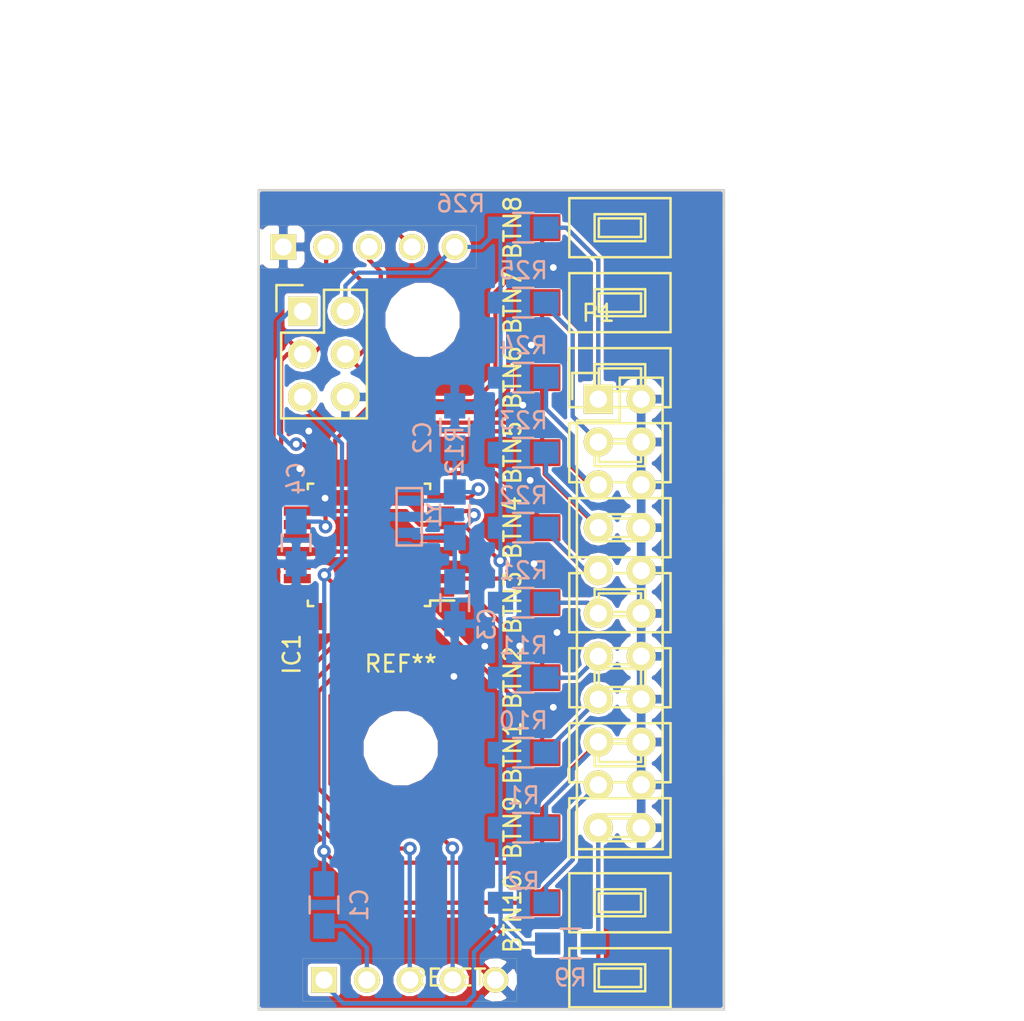
<source format=kicad_pcb>
(kicad_pcb (version 20170123) (host pcbnew no-vcs-found-37f8c83~58~ubuntu16.04.1)

  (general
    (thickness 1.6)
    (drawings 6)
    (tracks 366)
    (zones 0)
    (modules 35)
    (nets 23)
  )

  (page A4)
  (layers
    (0 F.Cu signal)
    (31 B.Cu signal)
    (32 B.Adhes user)
    (33 F.Adhes user)
    (34 B.Paste user)
    (35 F.Paste user)
    (36 B.SilkS user)
    (37 F.SilkS user)
    (38 B.Mask user)
    (39 F.Mask user)
    (40 Dwgs.User user)
    (41 Cmts.User user)
    (42 Eco1.User user)
    (43 Eco2.User user)
    (44 Edge.Cuts user)
    (45 Margin user)
    (46 B.CrtYd user)
    (47 F.CrtYd user)
    (48 B.Fab user)
    (49 F.Fab user)
  )

  (setup
    (last_trace_width 0.25)
    (trace_clearance 0.2)
    (zone_clearance 0)
    (zone_45_only yes)
    (trace_min 0.2)
    (segment_width 0.2)
    (edge_width 0.15)
    (via_size 0.8)
    (via_drill 0.4)
    (via_min_size 0.4)
    (via_min_drill 0.3)
    (uvia_size 0.3)
    (uvia_drill 0.1)
    (uvias_allowed no)
    (uvia_min_size 0.2)
    (uvia_min_drill 0.1)
    (pcb_text_width 0.3)
    (pcb_text_size 1.5 1.5)
    (mod_edge_width 0.15)
    (mod_text_size 1 1)
    (mod_text_width 0.15)
    (pad_size 1.7272 1.7272)
    (pad_drill 1.016)
    (pad_to_mask_clearance 0.2)
    (aux_axis_origin 0 0)
    (visible_elements FFFFFF7F)
    (pcbplotparams
      (layerselection 0x00030_80000001)
      (usegerberextensions false)
      (excludeedgelayer true)
      (linewidth 0.100000)
      (plotframeref false)
      (viasonmask false)
      (mode 1)
      (useauxorigin false)
      (hpglpennumber 1)
      (hpglpenspeed 20)
      (hpglpendiameter 15)
      (psnegative false)
      (psa4output false)
      (plotreference true)
      (plotvalue true)
      (plotinvisibletext false)
      (padsonsilk false)
      (subtractmaskfromsilk false)
      (outputformat 1)
      (mirror false)
      (drillshape 1)
      (scaleselection 1)
      (outputdirectory ""))
  )

  (net 0 "")
  (net 1 "Net-(C1-Pad1)")
  (net 2 /RESET)
  (net 3 "Net-(C2-Pad1)")
  (net 4 GND)
  (net 5 "Net-(C3-Pad1)")
  (net 6 VCC)
  (net 7 /BTN1)
  (net 8 /BTN2)
  (net 9 /MOSI)
  (net 10 /MISO)
  (net 11 /RX)
  (net 12 /TX)
  (net 13 /LATCH)
  (net 14 /BTN3)
  (net 15 /BTN4)
  (net 16 /BTN5)
  (net 17 /BTN6)
  (net 18 /BTN7)
  (net 19 /BTN8)
  (net 20 /BTN9)
  (net 21 /BTN10)
  (net 22 /SCK)

  (net_class Default "This is the default net class."
    (clearance 0.2)
    (trace_width 0.25)
    (via_dia 0.8)
    (via_drill 0.4)
    (uvia_dia 0.3)
    (uvia_drill 0.1)
    (add_net /BTN1)
    (add_net /BTN10)
    (add_net /BTN2)
    (add_net /BTN3)
    (add_net /BTN4)
    (add_net /BTN5)
    (add_net /BTN6)
    (add_net /BTN7)
    (add_net /BTN8)
    (add_net /BTN9)
    (add_net /LATCH)
    (add_net /MISO)
    (add_net /MOSI)
    (add_net /RESET)
    (add_net /RX)
    (add_net /SCK)
    (add_net /TX)
    (add_net GND)
    (add_net "Net-(C1-Pad1)")
    (add_net "Net-(C2-Pad1)")
    (add_net "Net-(C3-Pad1)")
    (add_net VCC)
  )

  (net_class 12V ""
    (clearance 0.2)
    (trace_width 4)
    (via_dia 1.2)
    (via_drill 0.8)
    (uvia_dia 0.3)
    (uvia_drill 0.1)
  )

  (module modules:MURATA_CSTCE_V53 (layer B.Cu) (tedit 56E7AD1E) (tstamp 583DC3BD)
    (at 138.4 101.4 270)
    (path /583D17A0)
    (fp_text reference Y1 (at 0.87 -1.47 270) (layer B.SilkS)
      (effects (font (size 0.8 0.8) (thickness 0.15)) (justify mirror))
    )
    (fp_text value 16Mhz (at 0.97 1.37 270) (layer B.Fab)
      (effects (font (size 0.8 0.8) (thickness 0.15)) (justify mirror))
    )
    (fp_line (start -0.75 0.75) (end -0.75 -0.75) (layer B.SilkS) (width 0.15))
    (fp_line (start 2.65 0.75) (end -0.75 0.75) (layer B.SilkS) (width 0.15))
    (fp_line (start 2.65 -0.75) (end 2.65 0.75) (layer B.SilkS) (width 0.15))
    (fp_line (start -0.75 -0.75) (end 2.65 -0.75) (layer B.SilkS) (width 0.15))
    (pad 3 smd rect (at 0.95 0 270) (size 0.6 1.3) (layers B.Cu B.Paste B.Mask)
      (net 4 GND))
    (pad 2 smd rect (at 1.9 0 270) (size 0.6 1.3) (layers B.Cu B.Paste B.Mask)
      (net 5 "Net-(C3-Pad1)"))
    (pad 1 smd rect (at 0 0 270) (size 0.6 1.3) (layers B.Cu B.Paste B.Mask)
      (net 3 "Net-(C2-Pad1)"))
  )

  (module Pin_Headers.pretty:Pin_Header_Straight_2x03 (layer F.Cu) (tedit 589DB468) (tstamp 5899FED7)
    (at 132.08 90.17)
    (descr "Through hole pin header")
    (tags "pin header")
    (path /583CD642)
    (fp_text reference P10 (at 0 -5.1) (layer F.SilkS) hide
      (effects (font (size 1 1) (thickness 0.15)))
    )
    (fp_text value CONN_02X03 (at 0 -3.1) (layer F.Fab)
      (effects (font (size 1 1) (thickness 0.15)))
    )
    (fp_line (start -1.27 1.27) (end -1.27 6.35) (layer F.SilkS) (width 0.15))
    (fp_line (start -1.55 -1.55) (end 0 -1.55) (layer F.SilkS) (width 0.15))
    (fp_line (start -1.75 -1.75) (end -1.75 6.85) (layer F.CrtYd) (width 0.05))
    (fp_line (start 4.3 -1.75) (end 4.3 6.85) (layer F.CrtYd) (width 0.05))
    (fp_line (start -1.75 -1.75) (end 4.3 -1.75) (layer F.CrtYd) (width 0.05))
    (fp_line (start -1.75 6.85) (end 4.3 6.85) (layer F.CrtYd) (width 0.05))
    (fp_line (start 1.27 -1.27) (end 1.27 1.27) (layer F.SilkS) (width 0.15))
    (fp_line (start 1.27 1.27) (end -1.27 1.27) (layer F.SilkS) (width 0.15))
    (fp_line (start -1.27 6.35) (end 3.81 6.35) (layer F.SilkS) (width 0.15))
    (fp_line (start 3.81 6.35) (end 3.81 1.27) (layer F.SilkS) (width 0.15))
    (fp_line (start -1.55 -1.55) (end -1.55 0) (layer F.SilkS) (width 0.15))
    (fp_line (start 3.81 -1.27) (end 1.27 -1.27) (layer F.SilkS) (width 0.15))
    (fp_line (start 3.81 1.27) (end 3.81 -1.27) (layer F.SilkS) (width 0.15))
    (pad 1 thru_hole rect (at 0 0) (size 1.7272 1.7272) (drill 1.016) (layers *.Cu *.Mask F.SilkS)
      (net 10 /MISO))
    (pad 2 thru_hole oval (at 2.54 0) (size 1.7272 1.7272) (drill 1.016) (layers *.Cu *.Mask F.SilkS)
      (net 6 VCC))
    (pad 3 thru_hole oval (at 0 2.54) (size 1.7272 1.7272) (drill 1.016) (layers *.Cu *.Mask F.SilkS)
      (net 22 /SCK))
    (pad 4 thru_hole oval (at 2.54 2.54) (size 1.7272 1.7272) (drill 1.016) (layers *.Cu *.Mask F.SilkS)
      (net 9 /MOSI))
    (pad 5 thru_hole oval (at 0 5.08) (size 1.7272 1.7272) (drill 1.016) (layers *.Cu *.Mask F.SilkS)
      (net 2 /RESET))
    (pad 6 thru_hole oval (at 2.54 5.08) (size 1.7272 1.7272) (drill 1.016) (layers *.Cu *.Mask F.SilkS)
      (net 4 GND))
    (model Pin_Headers.3dshapes/Pin_Header_Straight_2x03.wrl
      (at (xyz 0.05 -0.1 0))
      (scale (xyz 1 1 1))
      (rotate (xyz 0 0 90))
    )
  )

  (module Mounting_Holes:MountingHole_4mm (layer F.Cu) (tedit 56D1B4CB) (tstamp 589AE63F)
    (at 137.8966 116.0653)
    (descr "Mounting Hole 4mm, no annular")
    (tags "mounting hole 4mm no annular")
    (fp_text reference REF** (at 0 -5) (layer F.SilkS)
      (effects (font (size 1 1) (thickness 0.15)))
    )
    (fp_text value MountingHole_4mm (at 0 5) (layer F.Fab)
      (effects (font (size 1 1) (thickness 0.15)))
    )
    (fp_circle (center 0 0) (end 4 0) (layer Cmts.User) (width 0.15))
    (fp_circle (center 0 0) (end 4.25 0) (layer F.CrtYd) (width 0.05))
    (pad 1 np_thru_hole circle (at 0 0) (size 4 4) (drill 4) (layers *.Cu *.Mask))
  )

  (module Mounting_Holes:MountingHole_4mm (layer F.Cu) (tedit 58C941D9) (tstamp 589AE862)
    (at 139.192 90.678)
    (descr "Mounting Hole 4mm, no annular")
    (tags "mounting hole 4mm no annular")
    (fp_text reference REF** (at 0 -5) (layer F.SilkS) hide
      (effects (font (size 1 1) (thickness 0.15)))
    )
    (fp_text value MountingHole_4mm (at 0 5) (layer F.Fab)
      (effects (font (size 1 1) (thickness 0.15)))
    )
    (fp_circle (center 0 0) (end 4 0) (layer Cmts.User) (width 0.15))
    (fp_circle (center 0 0) (end 4.25 0) (layer F.CrtYd) (width 0.05))
    (pad 1 np_thru_hole circle (at 0 0) (size 4 4) (drill 4) (layers *.Cu *.Mask))
  )

  (module Capacitors_SMD:C_0805_HandSoldering (layer B.Cu) (tedit 541A9B8D) (tstamp 583DC138)
    (at 133.35 125.349 90)
    (descr "Capacitor SMD 0805, hand soldering")
    (tags "capacitor 0805")
    (path /583CF812)
    (attr smd)
    (fp_text reference C1 (at 0 2.1 90) (layer B.SilkS)
      (effects (font (size 1 1) (thickness 0.15)) (justify mirror))
    )
    (fp_text value 100n (at 0 -2.1 90) (layer B.Fab)
      (effects (font (size 1 1) (thickness 0.15)) (justify mirror))
    )
    (fp_line (start -2.3 1) (end 2.3 1) (layer B.CrtYd) (width 0.05))
    (fp_line (start -2.3 -1) (end 2.3 -1) (layer B.CrtYd) (width 0.05))
    (fp_line (start -2.3 1) (end -2.3 -1) (layer B.CrtYd) (width 0.05))
    (fp_line (start 2.3 1) (end 2.3 -1) (layer B.CrtYd) (width 0.05))
    (fp_line (start 0.5 0.85) (end -0.5 0.85) (layer B.SilkS) (width 0.15))
    (fp_line (start -0.5 -0.85) (end 0.5 -0.85) (layer B.SilkS) (width 0.15))
    (pad 1 smd rect (at -1.25 0 90) (size 1.5 1.25) (layers B.Cu B.Paste B.Mask)
      (net 1 "Net-(C1-Pad1)"))
    (pad 2 smd rect (at 1.25 0 90) (size 1.5 1.25) (layers B.Cu B.Paste B.Mask)
      (net 2 /RESET))
    (model Capacitors_SMD.3dshapes/C_0805_HandSoldering.wrl
      (at (xyz 0 0 0))
      (scale (xyz 1 1 1))
      (rotate (xyz 0 0 0))
    )
  )

  (module Capacitors_SMD:C_0805_HandSoldering (layer B.Cu) (tedit 58999107) (tstamp 583DC144)
    (at 141.097 97.028 90)
    (descr "Capacitor SMD 0805, hand soldering")
    (tags "capacitor 0805")
    (path /583D4678)
    (attr smd)
    (fp_text reference C2 (at -0.635 -1.905 90) (layer B.SilkS)
      (effects (font (size 1 1) (thickness 0.15)) (justify mirror))
    )
    (fp_text value 22p (at 0 -2.1 90) (layer B.Fab)
      (effects (font (size 1 1) (thickness 0.15)) (justify mirror))
    )
    (fp_line (start -2.3 1) (end 2.3 1) (layer B.CrtYd) (width 0.05))
    (fp_line (start -2.3 -1) (end 2.3 -1) (layer B.CrtYd) (width 0.05))
    (fp_line (start -2.3 1) (end -2.3 -1) (layer B.CrtYd) (width 0.05))
    (fp_line (start 2.3 1) (end 2.3 -1) (layer B.CrtYd) (width 0.05))
    (fp_line (start 0.5 0.85) (end -0.5 0.85) (layer B.SilkS) (width 0.15))
    (fp_line (start -0.5 -0.85) (end 0.5 -0.85) (layer B.SilkS) (width 0.15))
    (pad 1 smd rect (at -1.25 0 90) (size 1.5 1.25) (layers B.Cu B.Paste B.Mask)
      (net 3 "Net-(C2-Pad1)"))
    (pad 2 smd rect (at 1.25 0 90) (size 1.5 1.25) (layers B.Cu B.Paste B.Mask)
      (net 4 GND))
    (model Capacitors_SMD.3dshapes/C_0805_HandSoldering.wrl
      (at (xyz 0 0 0))
      (scale (xyz 1 1 1))
      (rotate (xyz 0 0 0))
    )
  )

  (module Capacitors_SMD:C_0805_HandSoldering (layer B.Cu) (tedit 5899910B) (tstamp 583DC150)
    (at 141.097 107.442 270)
    (descr "Capacitor SMD 0805, hand soldering")
    (tags "capacitor 0805")
    (path /583D4D67)
    (attr smd)
    (fp_text reference C3 (at 1.27 -1.905 270) (layer B.SilkS)
      (effects (font (size 1 1) (thickness 0.15)) (justify mirror))
    )
    (fp_text value 22p (at 0 -2.1 270) (layer B.Fab)
      (effects (font (size 1 1) (thickness 0.15)) (justify mirror))
    )
    (fp_line (start -2.3 1) (end 2.3 1) (layer B.CrtYd) (width 0.05))
    (fp_line (start -2.3 -1) (end 2.3 -1) (layer B.CrtYd) (width 0.05))
    (fp_line (start -2.3 1) (end -2.3 -1) (layer B.CrtYd) (width 0.05))
    (fp_line (start 2.3 1) (end 2.3 -1) (layer B.CrtYd) (width 0.05))
    (fp_line (start 0.5 0.85) (end -0.5 0.85) (layer B.SilkS) (width 0.15))
    (fp_line (start -0.5 -0.85) (end 0.5 -0.85) (layer B.SilkS) (width 0.15))
    (pad 1 smd rect (at -1.25 0 270) (size 1.5 1.25) (layers B.Cu B.Paste B.Mask)
      (net 5 "Net-(C3-Pad1)"))
    (pad 2 smd rect (at 1.25 0 270) (size 1.5 1.25) (layers B.Cu B.Paste B.Mask)
      (net 4 GND))
    (model Capacitors_SMD.3dshapes/C_0805_HandSoldering.wrl
      (at (xyz 0 0 0))
      (scale (xyz 1 1 1))
      (rotate (xyz 0 0 0))
    )
  )

  (module Capacitors_SMD:C_0805_HandSoldering (layer B.Cu) (tedit 5899911A) (tstamp 583DC15C)
    (at 131.699 103.886 270)
    (descr "Capacitor SMD 0805, hand soldering")
    (tags "capacitor 0805")
    (path /583C9CED)
    (attr smd)
    (fp_text reference C4 (at -3.81 0 270) (layer B.SilkS)
      (effects (font (size 1 1) (thickness 0.15)) (justify mirror))
    )
    (fp_text value 100n (at 0 -2.1 270) (layer B.Fab)
      (effects (font (size 1 1) (thickness 0.15)) (justify mirror))
    )
    (fp_line (start -2.3 1) (end 2.3 1) (layer B.CrtYd) (width 0.05))
    (fp_line (start -2.3 -1) (end 2.3 -1) (layer B.CrtYd) (width 0.05))
    (fp_line (start -2.3 1) (end -2.3 -1) (layer B.CrtYd) (width 0.05))
    (fp_line (start 2.3 1) (end 2.3 -1) (layer B.CrtYd) (width 0.05))
    (fp_line (start 0.5 0.85) (end -0.5 0.85) (layer B.SilkS) (width 0.15))
    (fp_line (start -0.5 -0.85) (end 0.5 -0.85) (layer B.SilkS) (width 0.15))
    (pad 1 smd rect (at -1.25 0 270) (size 1.5 1.25) (layers B.Cu B.Paste B.Mask)
      (net 6 VCC))
    (pad 2 smd rect (at 1.25 0 270) (size 1.5 1.25) (layers B.Cu B.Paste B.Mask)
      (net 4 GND))
    (model Capacitors_SMD.3dshapes/C_0805_HandSoldering.wrl
      (at (xyz 0 0 0))
      (scale (xyz 1 1 1))
      (rotate (xyz 0 0 0))
    )
  )

  (module Resistors_SMD:R_0805_HandSoldering (layer B.Cu) (tedit 58999BEF) (tstamp 583DC2DC)
    (at 147.955 127.635)
    (descr "Resistor SMD 0805, hand soldering")
    (tags "resistor 0805")
    (path /583D711A)
    (attr smd)
    (fp_text reference R9 (at 0 2.032 180) (layer B.SilkS)
      (effects (font (size 1 1) (thickness 0.15)) (justify mirror))
    )
    (fp_text value 10k (at 0 -2.1) (layer B.Fab)
      (effects (font (size 1 1) (thickness 0.15)) (justify mirror))
    )
    (fp_line (start -2.4 1) (end 2.4 1) (layer B.CrtYd) (width 0.05))
    (fp_line (start -2.4 -1) (end 2.4 -1) (layer B.CrtYd) (width 0.05))
    (fp_line (start -2.4 1) (end -2.4 -1) (layer B.CrtYd) (width 0.05))
    (fp_line (start 2.4 1) (end 2.4 -1) (layer B.CrtYd) (width 0.05))
    (fp_line (start 0.6 -0.875) (end -0.6 -0.875) (layer B.SilkS) (width 0.15))
    (fp_line (start -0.6 0.875) (end 0.6 0.875) (layer B.SilkS) (width 0.15))
    (pad 1 smd rect (at -1.35 0) (size 1.5 1.3) (layers B.Cu B.Paste B.Mask)
      (net 6 VCC))
    (pad 2 smd rect (at 1.35 0) (size 1.5 1.3) (layers B.Cu B.Paste B.Mask)
      (net 2 /RESET))
    (model Resistors_SMD.3dshapes/R_0805_HandSoldering.wrl
      (at (xyz 0 0 0))
      (scale (xyz 1 1 1))
      (rotate (xyz 0 0 0))
    )
  )

  (module Resistors_SMD:R_0805_HandSoldering (layer B.Cu) (tedit 5899910A) (tstamp 583DC300)
    (at 141.097 102.235 90)
    (descr "Resistor SMD 0805, hand soldering")
    (tags "resistor 0805")
    (path /583D1DEE)
    (attr smd)
    (fp_text reference R12 (at 3.81 0 90) (layer B.SilkS)
      (effects (font (size 1 1) (thickness 0.15)) (justify mirror))
    )
    (fp_text value 1M (at 0 -2.1 90) (layer B.Fab)
      (effects (font (size 1 1) (thickness 0.15)) (justify mirror))
    )
    (fp_line (start -2.4 1) (end 2.4 1) (layer B.CrtYd) (width 0.05))
    (fp_line (start -2.4 -1) (end 2.4 -1) (layer B.CrtYd) (width 0.05))
    (fp_line (start -2.4 1) (end -2.4 -1) (layer B.CrtYd) (width 0.05))
    (fp_line (start 2.4 1) (end 2.4 -1) (layer B.CrtYd) (width 0.05))
    (fp_line (start 0.6 -0.875) (end -0.6 -0.875) (layer B.SilkS) (width 0.15))
    (fp_line (start -0.6 0.875) (end 0.6 0.875) (layer B.SilkS) (width 0.15))
    (pad 1 smd rect (at -1.35 0 90) (size 1.5 1.3) (layers B.Cu B.Paste B.Mask)
      (net 5 "Net-(C3-Pad1)"))
    (pad 2 smd rect (at 1.35 0 90) (size 1.5 1.3) (layers B.Cu B.Paste B.Mask)
      (net 3 "Net-(C2-Pad1)"))
    (model Resistors_SMD.3dshapes/R_0805_HandSoldering.wrl
      (at (xyz 0 0 0))
      (scale (xyz 1 1 1))
      (rotate (xyz 0 0 0))
    )
  )

  (module Buttons_Switches_SMD:SW_SPST_FSMSM (layer F.Cu) (tedit 58999024) (tstamp 583DC376)
    (at 150.876 129.667)
    (descr http://www.te.com/commerce/DocumentDelivery/DDEController?Action=srchrtrv&DocNm=1437566-3&DocType=Customer+Drawing&DocLang=English)
    (tags "SPST button tactile switch")
    (path /583D4295)
    (attr smd)
    (fp_text reference RESET (at -10.16 0) (layer F.SilkS)
      (effects (font (size 1 1) (thickness 0.15)))
    )
    (fp_text value SW_PUSH (at 0.01011 -0.00022 180) (layer F.Fab)
      (effects (font (size 1 1) (thickness 0.15)))
    )
    (fp_line (start -1.23989 -0.55022) (end 1.26011 -0.55022) (layer F.SilkS) (width 0.15))
    (fp_line (start 1.26011 -0.55022) (end 1.26011 0.54978) (layer F.SilkS) (width 0.15))
    (fp_line (start 1.26011 0.54978) (end -1.23989 0.54978) (layer F.SilkS) (width 0.15))
    (fp_line (start -1.23989 0.54978) (end -1.23989 -0.55022) (layer F.SilkS) (width 0.15))
    (fp_line (start -1.48989 0.79978) (end 1.51011 0.79978) (layer F.SilkS) (width 0.15))
    (fp_line (start -1.48989 -0.80022) (end 1.51011 -0.80022) (layer F.SilkS) (width 0.15))
    (fp_line (start 1.51011 -0.80022) (end 1.51011 0.79978) (layer F.SilkS) (width 0.15))
    (fp_line (start -1.48989 -0.80022) (end -1.48989 0.79978) (layer F.SilkS) (width 0.15))
    (fp_line (start -5.85 1.95) (end 5.9 1.95) (layer F.CrtYd) (width 0.05))
    (fp_line (start 5.9 -2) (end 5.9 1.95) (layer F.CrtYd) (width 0.05))
    (fp_line (start -2.98989 1.74978) (end 3.01011 1.74978) (layer F.SilkS) (width 0.15))
    (fp_line (start -2.98989 -1.75022) (end 3.01011 -1.75022) (layer F.SilkS) (width 0.15))
    (fp_line (start -2.98989 -1.75022) (end -2.98989 1.74978) (layer F.SilkS) (width 0.15))
    (fp_line (start 3.01011 -1.75022) (end 3.01011 1.74978) (layer F.SilkS) (width 0.15))
    (fp_line (start -5.85 -2) (end -5.85 1.95) (layer F.CrtYd) (width 0.05))
    (fp_line (start -5.85 -2) (end 5.9 -2) (layer F.CrtYd) (width 0.05))
    (pad 1 smd rect (at -4.60243 -0.00232) (size 2.18 1.6) (layers F.Cu F.Paste F.Mask)
      (net 2 /RESET))
    (pad 2 smd rect (at 4.60243 0.00232) (size 2.18 1.6) (layers F.Cu F.Paste F.Mask)
      (net 4 GND))
    (model ${KISYS3DMOD}/Buttons_Switches_SMD.3dshapes/SW_SPST_PTS645.wrl
      (at (xyz 0 0 0))
      (scale (xyz 1 0.4 1))
      (rotate (xyz 0 0 0))
    )
  )

  (module Buttons_Switches_SMD:SW_SPST_FSMSM (layer F.Cu) (tedit 58999080) (tstamp 583DC38C)
    (at 150.876 116.332)
    (descr http://www.te.com/commerce/DocumentDelivery/DDEController?Action=srchrtrv&DocNm=1437566-3&DocType=Customer+Drawing&DocLang=English)
    (tags "SPST button tactile switch")
    (path /583DAC3B)
    (attr smd)
    (fp_text reference BTN1 (at -6.35 0 90) (layer F.SilkS)
      (effects (font (size 1 1) (thickness 0.15)))
    )
    (fp_text value SW_PUSH (at 0.01011 -0.00022) (layer F.Fab)
      (effects (font (size 1 1) (thickness 0.15)))
    )
    (fp_line (start -1.23989 -0.55022) (end 1.26011 -0.55022) (layer F.SilkS) (width 0.15))
    (fp_line (start 1.26011 -0.55022) (end 1.26011 0.54978) (layer F.SilkS) (width 0.15))
    (fp_line (start 1.26011 0.54978) (end -1.23989 0.54978) (layer F.SilkS) (width 0.15))
    (fp_line (start -1.23989 0.54978) (end -1.23989 -0.55022) (layer F.SilkS) (width 0.15))
    (fp_line (start -1.48989 0.79978) (end 1.51011 0.79978) (layer F.SilkS) (width 0.15))
    (fp_line (start -1.48989 -0.80022) (end 1.51011 -0.80022) (layer F.SilkS) (width 0.15))
    (fp_line (start 1.51011 -0.80022) (end 1.51011 0.79978) (layer F.SilkS) (width 0.15))
    (fp_line (start -1.48989 -0.80022) (end -1.48989 0.79978) (layer F.SilkS) (width 0.15))
    (fp_line (start -5.85 1.95) (end 5.9 1.95) (layer F.CrtYd) (width 0.05))
    (fp_line (start 5.9 -2) (end 5.9 1.95) (layer F.CrtYd) (width 0.05))
    (fp_line (start -2.98989 1.74978) (end 3.01011 1.74978) (layer F.SilkS) (width 0.15))
    (fp_line (start -2.98989 -1.75022) (end 3.01011 -1.75022) (layer F.SilkS) (width 0.15))
    (fp_line (start -2.98989 -1.75022) (end -2.98989 1.74978) (layer F.SilkS) (width 0.15))
    (fp_line (start 3.01011 -1.75022) (end 3.01011 1.74978) (layer F.SilkS) (width 0.15))
    (fp_line (start -5.85 -2) (end -5.85 1.95) (layer F.CrtYd) (width 0.05))
    (fp_line (start -5.85 -2) (end 5.9 -2) (layer F.CrtYd) (width 0.05))
    (pad 1 smd rect (at -4.60243 -0.00232) (size 2.18 1.6) (layers F.Cu F.Paste F.Mask)
      (net 7 /BTN1))
    (pad 2 smd rect (at 4.60243 0.00232) (size 2.18 1.6) (layers F.Cu F.Paste F.Mask)
      (net 4 GND))
    (model ${KISYS3DMOD}/Buttons_Switches_SMD.3dshapes/SW_SPST_PTS645.wrl
      (at (xyz 0 0 0))
      (scale (xyz 1 0.4 1))
      (rotate (xyz 0 0 0))
    )
  )

  (module Buttons_Switches_SMD:SW_SPST_FSMSM (layer F.Cu) (tedit 5899907D) (tstamp 583DC3A2)
    (at 150.876 111.887)
    (descr http://www.te.com/commerce/DocumentDelivery/DDEController?Action=srchrtrv&DocNm=1437566-3&DocType=Customer+Drawing&DocLang=English)
    (tags "SPST button tactile switch")
    (path /583DADCE)
    (attr smd)
    (fp_text reference BTN2 (at -6.35 0 90) (layer F.SilkS)
      (effects (font (size 1 1) (thickness 0.15)))
    )
    (fp_text value SW_PUSH (at 0.01011 -0.00022) (layer F.Fab)
      (effects (font (size 1 1) (thickness 0.15)))
    )
    (fp_line (start -1.23989 -0.55022) (end 1.26011 -0.55022) (layer F.SilkS) (width 0.15))
    (fp_line (start 1.26011 -0.55022) (end 1.26011 0.54978) (layer F.SilkS) (width 0.15))
    (fp_line (start 1.26011 0.54978) (end -1.23989 0.54978) (layer F.SilkS) (width 0.15))
    (fp_line (start -1.23989 0.54978) (end -1.23989 -0.55022) (layer F.SilkS) (width 0.15))
    (fp_line (start -1.48989 0.79978) (end 1.51011 0.79978) (layer F.SilkS) (width 0.15))
    (fp_line (start -1.48989 -0.80022) (end 1.51011 -0.80022) (layer F.SilkS) (width 0.15))
    (fp_line (start 1.51011 -0.80022) (end 1.51011 0.79978) (layer F.SilkS) (width 0.15))
    (fp_line (start -1.48989 -0.80022) (end -1.48989 0.79978) (layer F.SilkS) (width 0.15))
    (fp_line (start -5.85 1.95) (end 5.9 1.95) (layer F.CrtYd) (width 0.05))
    (fp_line (start 5.9 -2) (end 5.9 1.95) (layer F.CrtYd) (width 0.05))
    (fp_line (start -2.98989 1.74978) (end 3.01011 1.74978) (layer F.SilkS) (width 0.15))
    (fp_line (start -2.98989 -1.75022) (end 3.01011 -1.75022) (layer F.SilkS) (width 0.15))
    (fp_line (start -2.98989 -1.75022) (end -2.98989 1.74978) (layer F.SilkS) (width 0.15))
    (fp_line (start 3.01011 -1.75022) (end 3.01011 1.74978) (layer F.SilkS) (width 0.15))
    (fp_line (start -5.85 -2) (end -5.85 1.95) (layer F.CrtYd) (width 0.05))
    (fp_line (start -5.85 -2) (end 5.9 -2) (layer F.CrtYd) (width 0.05))
    (pad 1 smd rect (at -4.60243 -0.00232) (size 2.18 1.6) (layers F.Cu F.Paste F.Mask)
      (net 8 /BTN2))
    (pad 2 smd rect (at 4.60243 0.00232) (size 2.18 1.6) (layers F.Cu F.Paste F.Mask)
      (net 4 GND))
    (model ${KISYS3DMOD}/Buttons_Switches_SMD.3dshapes/SW_SPST_PTS645.wrl
      (at (xyz 0 0 0))
      (scale (xyz 1 0.4 1))
      (rotate (xyz 0 0 0))
    )
  )

  (module Housings_QFP:TQFP-32_7x7mm_Pitch0.8mm (layer F.Cu) (tedit 58999BED) (tstamp 583E0862)
    (at 136.017 104.013 180)
    (descr "32-Lead Plastic Thin Quad Flatpack (PT) - 7x7x1.0 mm Body, 2.00 mm [TQFP] (see Microchip Packaging Specification 00000049BS.pdf)")
    (tags "QFP 0.8")
    (path /583C3224)
    (attr smd)
    (fp_text reference IC1 (at 4.572 -6.477 270) (layer F.SilkS)
      (effects (font (size 1 1) (thickness 0.15)))
    )
    (fp_text value ATMEGA328-A (at 0 6.05 180) (layer F.Fab)
      (effects (font (size 1 1) (thickness 0.15)))
    )
    (fp_line (start -5.3 -5.3) (end -5.3 5.3) (layer F.CrtYd) (width 0.05))
    (fp_line (start 5.3 -5.3) (end 5.3 5.3) (layer F.CrtYd) (width 0.05))
    (fp_line (start -5.3 -5.3) (end 5.3 -5.3) (layer F.CrtYd) (width 0.05))
    (fp_line (start -5.3 5.3) (end 5.3 5.3) (layer F.CrtYd) (width 0.05))
    (fp_line (start -3.625 -3.625) (end -3.625 -3.3) (layer F.SilkS) (width 0.15))
    (fp_line (start 3.625 -3.625) (end 3.625 -3.3) (layer F.SilkS) (width 0.15))
    (fp_line (start 3.625 3.625) (end 3.625 3.3) (layer F.SilkS) (width 0.15))
    (fp_line (start -3.625 3.625) (end -3.625 3.3) (layer F.SilkS) (width 0.15))
    (fp_line (start -3.625 -3.625) (end -3.3 -3.625) (layer F.SilkS) (width 0.15))
    (fp_line (start -3.625 3.625) (end -3.3 3.625) (layer F.SilkS) (width 0.15))
    (fp_line (start 3.625 3.625) (end 3.3 3.625) (layer F.SilkS) (width 0.15))
    (fp_line (start 3.625 -3.625) (end 3.3 -3.625) (layer F.SilkS) (width 0.15))
    (fp_line (start -3.625 -3.3) (end -5.05 -3.3) (layer F.SilkS) (width 0.15))
    (pad 1 smd rect (at -4.25 -2.8 180) (size 1.6 0.55) (layers F.Cu F.Paste F.Mask)
      (net 8 /BTN2))
    (pad 2 smd rect (at -4.25 -2 180) (size 1.6 0.55) (layers F.Cu F.Paste F.Mask)
      (net 14 /BTN3))
    (pad 3 smd rect (at -4.25 -1.2 180) (size 1.6 0.55) (layers F.Cu F.Paste F.Mask)
      (net 4 GND))
    (pad 4 smd rect (at -4.25 -0.4 180) (size 1.6 0.55) (layers F.Cu F.Paste F.Mask)
      (net 6 VCC))
    (pad 5 smd rect (at -4.25 0.4 180) (size 1.6 0.55) (layers F.Cu F.Paste F.Mask)
      (net 4 GND))
    (pad 6 smd rect (at -4.25 1.2 180) (size 1.6 0.55) (layers F.Cu F.Paste F.Mask)
      (net 6 VCC))
    (pad 7 smd rect (at -4.25 2 180) (size 1.6 0.55) (layers F.Cu F.Paste F.Mask)
      (net 5 "Net-(C3-Pad1)"))
    (pad 8 smd rect (at -4.25 2.8 180) (size 1.6 0.55) (layers F.Cu F.Paste F.Mask)
      (net 3 "Net-(C2-Pad1)"))
    (pad 9 smd rect (at -2.8 4.25 270) (size 1.6 0.55) (layers F.Cu F.Paste F.Mask)
      (net 15 /BTN4))
    (pad 10 smd rect (at -2 4.25 270) (size 1.6 0.55) (layers F.Cu F.Paste F.Mask)
      (net 16 /BTN5))
    (pad 11 smd rect (at -1.2 4.25 270) (size 1.6 0.55) (layers F.Cu F.Paste F.Mask)
      (net 17 /BTN6))
    (pad 12 smd rect (at -0.4 4.25 270) (size 1.6 0.55) (layers F.Cu F.Paste F.Mask)
      (net 18 /BTN7))
    (pad 13 smd rect (at 0.4 4.25 270) (size 1.6 0.55) (layers F.Cu F.Paste F.Mask)
      (net 19 /BTN8))
    (pad 14 smd rect (at 1.2 4.25 270) (size 1.6 0.55) (layers F.Cu F.Paste F.Mask)
      (net 13 /LATCH))
    (pad 15 smd rect (at 2 4.25 270) (size 1.6 0.55) (layers F.Cu F.Paste F.Mask)
      (net 9 /MOSI))
    (pad 16 smd rect (at 2.8 4.25 270) (size 1.6 0.55) (layers F.Cu F.Paste F.Mask)
      (net 10 /MISO))
    (pad 17 smd rect (at 4.25 2.8 180) (size 1.6 0.55) (layers F.Cu F.Paste F.Mask)
      (net 22 /SCK))
    (pad 18 smd rect (at 4.25 2 180) (size 1.6 0.55) (layers F.Cu F.Paste F.Mask)
      (net 6 VCC))
    (pad 19 smd rect (at 4.25 1.2 180) (size 1.6 0.55) (layers F.Cu F.Paste F.Mask))
    (pad 20 smd rect (at 4.25 0.4 180) (size 1.6 0.55) (layers F.Cu F.Paste F.Mask)
      (net 6 VCC))
    (pad 21 smd rect (at 4.25 -0.4 180) (size 1.6 0.55) (layers F.Cu F.Paste F.Mask)
      (net 4 GND))
    (pad 22 smd rect (at 4.25 -1.2 180) (size 1.6 0.55) (layers F.Cu F.Paste F.Mask))
    (pad 23 smd rect (at 4.25 -2 180) (size 1.6 0.55) (layers F.Cu F.Paste F.Mask))
    (pad 24 smd rect (at 4.25 -2.8 180) (size 1.6 0.55) (layers F.Cu F.Paste F.Mask))
    (pad 25 smd rect (at 2.8 -4.25 270) (size 1.6 0.55) (layers F.Cu F.Paste F.Mask))
    (pad 26 smd rect (at 2 -4.25 270) (size 1.6 0.55) (layers F.Cu F.Paste F.Mask))
    (pad 27 smd rect (at 1.2 -4.25 270) (size 1.6 0.55) (layers F.Cu F.Paste F.Mask)
      (net 21 /BTN10))
    (pad 28 smd rect (at 0.4 -4.25 270) (size 1.6 0.55) (layers F.Cu F.Paste F.Mask)
      (net 20 /BTN9))
    (pad 29 smd rect (at -0.4 -4.25 270) (size 1.6 0.55) (layers F.Cu F.Paste F.Mask)
      (net 2 /RESET))
    (pad 30 smd rect (at -1.2 -4.25 270) (size 1.6 0.55) (layers F.Cu F.Paste F.Mask)
      (net 11 /RX))
    (pad 31 smd rect (at -2 -4.25 270) (size 1.6 0.55) (layers F.Cu F.Paste F.Mask)
      (net 12 /TX))
    (pad 32 smd rect (at -2.8 -4.25 270) (size 1.6 0.55) (layers F.Cu F.Paste F.Mask)
      (net 7 /BTN1))
    (model Housings_QFP.3dshapes/TQFP-32_7x7mm_Pitch0.8mm.wrl
      (at (xyz 0 0 0))
      (scale (xyz 1 1 1))
      (rotate (xyz 0 0 0))
    )
  )

  (module kicad-libraries:pin_array_5x1 (layer F.Cu) (tedit 589DAFF2) (tstamp 583F62DB)
    (at 138.43 129.794)
    (descr "Double rangee de contacts 2 x 4 pins")
    (tags CONN)
    (path /583CEAA3)
    (fp_text reference P6 (at 0 -3.81) (layer F.SilkS) hide
      (effects (font (size 1.016 1.016) (thickness 0.2032)))
    )
    (fp_text value CONN_01X05 (at 0 3.81) (layer F.SilkS) hide
      (effects (font (size 1.016 1.016) (thickness 0.2032)))
    )
    (fp_line (start -6.35 -1.27) (end -6.35 1.27) (layer F.SilkS) (width 0.01))
    (fp_line (start -6.35 1.27) (end 6.35 1.27) (layer F.SilkS) (width 0.01))
    (fp_line (start 6.35 1.27) (end 6.35 -1.27) (layer F.SilkS) (width 0.01))
    (fp_line (start 6.35 -1.27) (end -6.35 -1.27) (layer F.SilkS) (width 0.01))
    (pad 1 thru_hole rect (at -5.08 0) (size 1.524 1.524) (drill 1.016) (layers *.Cu *.Mask F.SilkS)
      (net 6 VCC))
    (pad 2 thru_hole circle (at -2.54 0) (size 1.524 1.524) (drill 1.016) (layers *.Cu *.Mask F.SilkS)
      (net 1 "Net-(C1-Pad1)"))
    (pad 3 thru_hole circle (at 0 0) (size 1.524 1.524) (drill 1.016) (layers *.Cu *.Mask F.SilkS)
      (net 11 /RX))
    (pad 4 thru_hole circle (at 2.54 0) (size 1.524 1.524) (drill 1.016) (layers *.Cu *.Mask F.SilkS)
      (net 12 /TX))
    (pad 5 thru_hole circle (at 5.08 0) (size 1.524 1.524) (drill 1.016) (layers *.Cu *.Mask F.SilkS)
      (net 4 GND))
    (model ${KISYS3DMOD}/Pin_Headers.3dshapes/Pin_Header_Straight_1x05.wrl
      (at (xyz 0 0 0))
      (scale (xyz 1 1 1))
      (rotate (xyz 0 0 0))
    )
  )

  (module kicad-libraries:pin_array_5x1 (layer F.Cu) (tedit 589DAFB5) (tstamp 583F006F)
    (at 136.017 86.36)
    (descr "Double rangee de contacts 2 x 4 pins")
    (tags CONN)
    (path /583FDA0B)
    (fp_text reference P12 (at 0 -3.81) (layer F.SilkS) hide
      (effects (font (size 1.016 1.016) (thickness 0.2032)))
    )
    (fp_text value CONN_01X05 (at 0 3.81) (layer F.SilkS) hide
      (effects (font (size 1.016 1.016) (thickness 0.2032)))
    )
    (fp_line (start -6.35 -1.27) (end -6.35 1.27) (layer F.SilkS) (width 0.01))
    (fp_line (start -6.35 1.27) (end 6.35 1.27) (layer F.SilkS) (width 0.01))
    (fp_line (start 6.35 1.27) (end 6.35 -1.27) (layer F.SilkS) (width 0.01))
    (fp_line (start 6.35 -1.27) (end -6.35 -1.27) (layer F.SilkS) (width 0.01))
    (pad 1 thru_hole rect (at -5.08 0) (size 1.524 1.524) (drill 1.016) (layers *.Cu *.Mask F.SilkS)
      (net 4 GND))
    (pad 2 thru_hole circle (at -2.54 0) (size 1.524 1.524) (drill 1.016) (layers *.Cu *.Mask F.SilkS)
      (net 22 /SCK))
    (pad 3 thru_hole circle (at 0 0) (size 1.524 1.524) (drill 1.016) (layers *.Cu *.Mask F.SilkS)
      (net 13 /LATCH))
    (pad 4 thru_hole circle (at 2.54 0) (size 1.524 1.524) (drill 1.016) (layers *.Cu *.Mask F.SilkS)
      (net 9 /MOSI))
    (pad 5 thru_hole circle (at 5.08 0) (size 1.524 1.524) (drill 1.016) (layers *.Cu *.Mask F.SilkS)
      (net 6 VCC))
    (model ${KISYS3DMOD}/Pin_Headers.3dshapes/Pin_Header_Straight_1x05.wrl
      (at (xyz 0 0 0))
      (scale (xyz 1 1 1))
      (rotate (xyz 0 0 0))
    )
  )

  (module Resistors_SMD:R_0805_HandSoldering (layer B.Cu) (tedit 58999157) (tstamp 58401C23)
    (at 145.161 107.442)
    (descr "Resistor SMD 0805, hand soldering")
    (tags "resistor 0805")
    (path /58408BB7)
    (attr smd)
    (fp_text reference R21 (at 0 -1.905) (layer B.SilkS)
      (effects (font (size 1 1) (thickness 0.15)) (justify mirror))
    )
    (fp_text value 10k (at 0 -2.1) (layer B.Fab)
      (effects (font (size 1 1) (thickness 0.15)) (justify mirror))
    )
    (fp_line (start -1 -0.625) (end -1 0.625) (layer B.Fab) (width 0.1))
    (fp_line (start 1 -0.625) (end -1 -0.625) (layer B.Fab) (width 0.1))
    (fp_line (start 1 0.625) (end 1 -0.625) (layer B.Fab) (width 0.1))
    (fp_line (start -1 0.625) (end 1 0.625) (layer B.Fab) (width 0.1))
    (fp_line (start -2.4 1) (end 2.4 1) (layer B.CrtYd) (width 0.05))
    (fp_line (start -2.4 -1) (end 2.4 -1) (layer B.CrtYd) (width 0.05))
    (fp_line (start -2.4 1) (end -2.4 -1) (layer B.CrtYd) (width 0.05))
    (fp_line (start 2.4 1) (end 2.4 -1) (layer B.CrtYd) (width 0.05))
    (fp_line (start 0.6 -0.875) (end -0.6 -0.875) (layer B.SilkS) (width 0.15))
    (fp_line (start -0.6 0.875) (end 0.6 0.875) (layer B.SilkS) (width 0.15))
    (pad 1 smd rect (at -1.35 0) (size 1.5 1.3) (layers B.Cu B.Paste B.Mask)
      (net 6 VCC))
    (pad 2 smd rect (at 1.35 0) (size 1.5 1.3) (layers B.Cu B.Paste B.Mask)
      (net 14 /BTN3))
    (model Resistors_SMD.3dshapes/R_0805_HandSoldering.wrl
      (at (xyz 0 0 0))
      (scale (xyz 1 1 1))
      (rotate (xyz 0 0 0))
    )
  )

  (module Resistors_SMD:R_0805_HandSoldering (layer B.Cu) (tedit 58999159) (tstamp 58401C33)
    (at 145.161 102.997)
    (descr "Resistor SMD 0805, hand soldering")
    (tags "resistor 0805")
    (path /58408CF7)
    (attr smd)
    (fp_text reference R22 (at 0 -1.905) (layer B.SilkS)
      (effects (font (size 1 1) (thickness 0.15)) (justify mirror))
    )
    (fp_text value 10k (at 0 -2.1) (layer B.Fab)
      (effects (font (size 1 1) (thickness 0.15)) (justify mirror))
    )
    (fp_line (start -1 -0.625) (end -1 0.625) (layer B.Fab) (width 0.1))
    (fp_line (start 1 -0.625) (end -1 -0.625) (layer B.Fab) (width 0.1))
    (fp_line (start 1 0.625) (end 1 -0.625) (layer B.Fab) (width 0.1))
    (fp_line (start -1 0.625) (end 1 0.625) (layer B.Fab) (width 0.1))
    (fp_line (start -2.4 1) (end 2.4 1) (layer B.CrtYd) (width 0.05))
    (fp_line (start -2.4 -1) (end 2.4 -1) (layer B.CrtYd) (width 0.05))
    (fp_line (start -2.4 1) (end -2.4 -1) (layer B.CrtYd) (width 0.05))
    (fp_line (start 2.4 1) (end 2.4 -1) (layer B.CrtYd) (width 0.05))
    (fp_line (start 0.6 -0.875) (end -0.6 -0.875) (layer B.SilkS) (width 0.15))
    (fp_line (start -0.6 0.875) (end 0.6 0.875) (layer B.SilkS) (width 0.15))
    (pad 1 smd rect (at -1.35 0) (size 1.5 1.3) (layers B.Cu B.Paste B.Mask)
      (net 6 VCC))
    (pad 2 smd rect (at 1.35 0) (size 1.5 1.3) (layers B.Cu B.Paste B.Mask)
      (net 15 /BTN4))
    (model Resistors_SMD.3dshapes/R_0805_HandSoldering.wrl
      (at (xyz 0 0 0))
      (scale (xyz 1 1 1))
      (rotate (xyz 0 0 0))
    )
  )

  (module Resistors_SMD:R_0805_HandSoldering (layer B.Cu) (tedit 5899915B) (tstamp 58401C43)
    (at 145.161 98.552)
    (descr "Resistor SMD 0805, hand soldering")
    (tags "resistor 0805")
    (path /584095C1)
    (attr smd)
    (fp_text reference R23 (at 0 -1.905) (layer B.SilkS)
      (effects (font (size 1 1) (thickness 0.15)) (justify mirror))
    )
    (fp_text value 10k (at 0 -2.1) (layer B.Fab)
      (effects (font (size 1 1) (thickness 0.15)) (justify mirror))
    )
    (fp_line (start -1 -0.625) (end -1 0.625) (layer B.Fab) (width 0.1))
    (fp_line (start 1 -0.625) (end -1 -0.625) (layer B.Fab) (width 0.1))
    (fp_line (start 1 0.625) (end 1 -0.625) (layer B.Fab) (width 0.1))
    (fp_line (start -1 0.625) (end 1 0.625) (layer B.Fab) (width 0.1))
    (fp_line (start -2.4 1) (end 2.4 1) (layer B.CrtYd) (width 0.05))
    (fp_line (start -2.4 -1) (end 2.4 -1) (layer B.CrtYd) (width 0.05))
    (fp_line (start -2.4 1) (end -2.4 -1) (layer B.CrtYd) (width 0.05))
    (fp_line (start 2.4 1) (end 2.4 -1) (layer B.CrtYd) (width 0.05))
    (fp_line (start 0.6 -0.875) (end -0.6 -0.875) (layer B.SilkS) (width 0.15))
    (fp_line (start -0.6 0.875) (end 0.6 0.875) (layer B.SilkS) (width 0.15))
    (pad 1 smd rect (at -1.35 0) (size 1.5 1.3) (layers B.Cu B.Paste B.Mask)
      (net 6 VCC))
    (pad 2 smd rect (at 1.35 0) (size 1.5 1.3) (layers B.Cu B.Paste B.Mask)
      (net 16 /BTN5))
    (model Resistors_SMD.3dshapes/R_0805_HandSoldering.wrl
      (at (xyz 0 0 0))
      (scale (xyz 1 1 1))
      (rotate (xyz 0 0 0))
    )
  )

  (module Resistors_SMD:R_0805_HandSoldering (layer B.Cu) (tedit 5899915D) (tstamp 58401C53)
    (at 145.161 94.107)
    (descr "Resistor SMD 0805, hand soldering")
    (tags "resistor 0805")
    (path /584095E0)
    (attr smd)
    (fp_text reference R24 (at 0 -1.905) (layer B.SilkS)
      (effects (font (size 1 1) (thickness 0.15)) (justify mirror))
    )
    (fp_text value 10k (at 0 -2.1) (layer B.Fab)
      (effects (font (size 1 1) (thickness 0.15)) (justify mirror))
    )
    (fp_line (start -1 -0.625) (end -1 0.625) (layer B.Fab) (width 0.1))
    (fp_line (start 1 -0.625) (end -1 -0.625) (layer B.Fab) (width 0.1))
    (fp_line (start 1 0.625) (end 1 -0.625) (layer B.Fab) (width 0.1))
    (fp_line (start -1 0.625) (end 1 0.625) (layer B.Fab) (width 0.1))
    (fp_line (start -2.4 1) (end 2.4 1) (layer B.CrtYd) (width 0.05))
    (fp_line (start -2.4 -1) (end 2.4 -1) (layer B.CrtYd) (width 0.05))
    (fp_line (start -2.4 1) (end -2.4 -1) (layer B.CrtYd) (width 0.05))
    (fp_line (start 2.4 1) (end 2.4 -1) (layer B.CrtYd) (width 0.05))
    (fp_line (start 0.6 -0.875) (end -0.6 -0.875) (layer B.SilkS) (width 0.15))
    (fp_line (start -0.6 0.875) (end 0.6 0.875) (layer B.SilkS) (width 0.15))
    (pad 1 smd rect (at -1.35 0) (size 1.5 1.3) (layers B.Cu B.Paste B.Mask)
      (net 6 VCC))
    (pad 2 smd rect (at 1.35 0) (size 1.5 1.3) (layers B.Cu B.Paste B.Mask)
      (net 17 /BTN6))
    (model Resistors_SMD.3dshapes/R_0805_HandSoldering.wrl
      (at (xyz 0 0 0))
      (scale (xyz 1 1 1))
      (rotate (xyz 0 0 0))
    )
  )

  (module Resistors_SMD:R_0805_HandSoldering (layer B.Cu) (tedit 5899915F) (tstamp 58401C63)
    (at 145.161 89.662)
    (descr "Resistor SMD 0805, hand soldering")
    (tags "resistor 0805")
    (path /5840B04A)
    (attr smd)
    (fp_text reference R25 (at 0 -1.905) (layer B.SilkS)
      (effects (font (size 1 1) (thickness 0.15)) (justify mirror))
    )
    (fp_text value 10k (at 0 -2.1) (layer B.Fab)
      (effects (font (size 1 1) (thickness 0.15)) (justify mirror))
    )
    (fp_line (start -1 -0.625) (end -1 0.625) (layer B.Fab) (width 0.1))
    (fp_line (start 1 -0.625) (end -1 -0.625) (layer B.Fab) (width 0.1))
    (fp_line (start 1 0.625) (end 1 -0.625) (layer B.Fab) (width 0.1))
    (fp_line (start -1 0.625) (end 1 0.625) (layer B.Fab) (width 0.1))
    (fp_line (start -2.4 1) (end 2.4 1) (layer B.CrtYd) (width 0.05))
    (fp_line (start -2.4 -1) (end 2.4 -1) (layer B.CrtYd) (width 0.05))
    (fp_line (start -2.4 1) (end -2.4 -1) (layer B.CrtYd) (width 0.05))
    (fp_line (start 2.4 1) (end 2.4 -1) (layer B.CrtYd) (width 0.05))
    (fp_line (start 0.6 -0.875) (end -0.6 -0.875) (layer B.SilkS) (width 0.15))
    (fp_line (start -0.6 0.875) (end 0.6 0.875) (layer B.SilkS) (width 0.15))
    (pad 1 smd rect (at -1.35 0) (size 1.5 1.3) (layers B.Cu B.Paste B.Mask)
      (net 6 VCC))
    (pad 2 smd rect (at 1.35 0) (size 1.5 1.3) (layers B.Cu B.Paste B.Mask)
      (net 18 /BTN7))
    (model Resistors_SMD.3dshapes/R_0805_HandSoldering.wrl
      (at (xyz 0 0 0))
      (scale (xyz 1 1 1))
      (rotate (xyz 0 0 0))
    )
  )

  (module Resistors_SMD:R_0805_HandSoldering (layer B.Cu) (tedit 589DBA63) (tstamp 58401C73)
    (at 145.161 85.217)
    (descr "Resistor SMD 0805, hand soldering")
    (tags "resistor 0805")
    (path /5840B069)
    (attr smd)
    (fp_text reference R26 (at -3.7084 -1.4224) (layer B.SilkS)
      (effects (font (size 1 1) (thickness 0.15)) (justify mirror))
    )
    (fp_text value 10k (at 0 -2.1) (layer B.Fab)
      (effects (font (size 1 1) (thickness 0.15)) (justify mirror))
    )
    (fp_line (start -1 -0.625) (end -1 0.625) (layer B.Fab) (width 0.1))
    (fp_line (start 1 -0.625) (end -1 -0.625) (layer B.Fab) (width 0.1))
    (fp_line (start 1 0.625) (end 1 -0.625) (layer B.Fab) (width 0.1))
    (fp_line (start -1 0.625) (end 1 0.625) (layer B.Fab) (width 0.1))
    (fp_line (start -2.4 1) (end 2.4 1) (layer B.CrtYd) (width 0.05))
    (fp_line (start -2.4 -1) (end 2.4 -1) (layer B.CrtYd) (width 0.05))
    (fp_line (start -2.4 1) (end -2.4 -1) (layer B.CrtYd) (width 0.05))
    (fp_line (start 2.4 1) (end 2.4 -1) (layer B.CrtYd) (width 0.05))
    (fp_line (start 0.6 -0.875) (end -0.6 -0.875) (layer B.SilkS) (width 0.15))
    (fp_line (start -0.6 0.875) (end 0.6 0.875) (layer B.SilkS) (width 0.15))
    (pad 1 smd rect (at -1.35 0) (size 1.5 1.3) (layers B.Cu B.Paste B.Mask)
      (net 6 VCC))
    (pad 2 smd rect (at 1.35 0) (size 1.5 1.3) (layers B.Cu B.Paste B.Mask)
      (net 19 /BTN8))
    (model Resistors_SMD.3dshapes/R_0805_HandSoldering.wrl
      (at (xyz 0 0 0))
      (scale (xyz 1 1 1))
      (rotate (xyz 0 0 0))
    )
  )

  (module Buttons_Switches_SMD:SW_SPST_FSMSM (layer F.Cu) (tedit 589990A4) (tstamp 58401C89)
    (at 150.876 107.442)
    (descr http://www.te.com/commerce/DocumentDelivery/DDEController?Action=srchrtrv&DocNm=1437566-3&DocType=Customer+Drawing&DocLang=English)
    (tags "SPST button tactile switch")
    (path /58408BAB)
    (attr smd)
    (fp_text reference BTN3 (at -6.35 0 90) (layer F.SilkS)
      (effects (font (size 1 1) (thickness 0.15)))
    )
    (fp_text value SW_PUSH (at 0 3) (layer F.Fab)
      (effects (font (size 1 1) (thickness 0.15)))
    )
    (fp_line (start -1.23989 -0.55022) (end 1.26011 -0.55022) (layer F.SilkS) (width 0.15))
    (fp_line (start 1.26011 -0.55022) (end 1.26011 0.54978) (layer F.SilkS) (width 0.15))
    (fp_line (start 1.26011 0.54978) (end -1.23989 0.54978) (layer F.SilkS) (width 0.15))
    (fp_line (start -1.23989 0.54978) (end -1.23989 -0.55022) (layer F.SilkS) (width 0.15))
    (fp_line (start -1.48989 0.79978) (end 1.51011 0.79978) (layer F.SilkS) (width 0.15))
    (fp_line (start -1.48989 -0.80022) (end 1.51011 -0.80022) (layer F.SilkS) (width 0.15))
    (fp_line (start 1.51011 -0.80022) (end 1.51011 0.79978) (layer F.SilkS) (width 0.15))
    (fp_line (start -1.48989 -0.80022) (end -1.48989 0.79978) (layer F.SilkS) (width 0.15))
    (fp_line (start -5.95 2) (end 5.95 2) (layer F.CrtYd) (width 0.05))
    (fp_line (start 5.95 -2) (end 5.95 2) (layer F.CrtYd) (width 0.05))
    (fp_line (start -2.98989 1.74978) (end 3.01011 1.74978) (layer F.SilkS) (width 0.15))
    (fp_line (start -2.98989 -1.75022) (end 3.01011 -1.75022) (layer F.SilkS) (width 0.15))
    (fp_line (start -2.98989 -1.75022) (end -2.98989 1.74978) (layer F.SilkS) (width 0.15))
    (fp_line (start 3.01011 -1.75022) (end 3.01011 1.74978) (layer F.SilkS) (width 0.15))
    (fp_line (start -5.95 -2) (end -5.95 2) (layer F.CrtYd) (width 0.05))
    (fp_line (start -5.95 -2) (end 5.95 -2) (layer F.CrtYd) (width 0.05))
    (pad 1 smd rect (at -4.60243 -0.00232) (size 2.18 1.6) (layers F.Cu F.Paste F.Mask)
      (net 14 /BTN3))
    (pad 2 smd rect (at 4.60243 0.00232) (size 2.18 1.6) (layers F.Cu F.Paste F.Mask)
      (net 4 GND))
    (model ${KISYS3DMOD}/Buttons_Switches_SMD.3dshapes/SW_SPST_PTS645.wrl
      (at (xyz 0 0 0))
      (scale (xyz 1 0.4 1))
      (rotate (xyz 0 0 0))
    )
  )

  (module Buttons_Switches_SMD:SW_SPST_FSMSM (layer F.Cu) (tedit 589990AE) (tstamp 58401C9F)
    (at 150.876 102.997)
    (descr http://www.te.com/commerce/DocumentDelivery/DDEController?Action=srchrtrv&DocNm=1437566-3&DocType=Customer+Drawing&DocLang=English)
    (tags "SPST button tactile switch")
    (path /58408CEB)
    (attr smd)
    (fp_text reference BTN4 (at -6.35 0 90) (layer F.SilkS)
      (effects (font (size 1 1) (thickness 0.15)))
    )
    (fp_text value SW_PUSH (at 0 3) (layer F.Fab)
      (effects (font (size 1 1) (thickness 0.15)))
    )
    (fp_line (start -1.23989 -0.55022) (end 1.26011 -0.55022) (layer F.SilkS) (width 0.15))
    (fp_line (start 1.26011 -0.55022) (end 1.26011 0.54978) (layer F.SilkS) (width 0.15))
    (fp_line (start 1.26011 0.54978) (end -1.23989 0.54978) (layer F.SilkS) (width 0.15))
    (fp_line (start -1.23989 0.54978) (end -1.23989 -0.55022) (layer F.SilkS) (width 0.15))
    (fp_line (start -1.48989 0.79978) (end 1.51011 0.79978) (layer F.SilkS) (width 0.15))
    (fp_line (start -1.48989 -0.80022) (end 1.51011 -0.80022) (layer F.SilkS) (width 0.15))
    (fp_line (start 1.51011 -0.80022) (end 1.51011 0.79978) (layer F.SilkS) (width 0.15))
    (fp_line (start -1.48989 -0.80022) (end -1.48989 0.79978) (layer F.SilkS) (width 0.15))
    (fp_line (start -5.95 2) (end 5.95 2) (layer F.CrtYd) (width 0.05))
    (fp_line (start 5.95 -2) (end 5.95 2) (layer F.CrtYd) (width 0.05))
    (fp_line (start -2.98989 1.74978) (end 3.01011 1.74978) (layer F.SilkS) (width 0.15))
    (fp_line (start -2.98989 -1.75022) (end 3.01011 -1.75022) (layer F.SilkS) (width 0.15))
    (fp_line (start -2.98989 -1.75022) (end -2.98989 1.74978) (layer F.SilkS) (width 0.15))
    (fp_line (start 3.01011 -1.75022) (end 3.01011 1.74978) (layer F.SilkS) (width 0.15))
    (fp_line (start -5.95 -2) (end -5.95 2) (layer F.CrtYd) (width 0.05))
    (fp_line (start -5.95 -2) (end 5.95 -2) (layer F.CrtYd) (width 0.05))
    (pad 1 smd rect (at -4.60243 -0.00232) (size 2.18 1.6) (layers F.Cu F.Paste F.Mask)
      (net 15 /BTN4))
    (pad 2 smd rect (at 4.60243 0.00232) (size 2.18 1.6) (layers F.Cu F.Paste F.Mask)
      (net 4 GND))
    (model ${KISYS3DMOD}/Buttons_Switches_SMD.3dshapes/SW_SPST_PTS645.wrl
      (at (xyz 0 0 0))
      (scale (xyz 1 0.4 1))
      (rotate (xyz 0 0 0))
    )
  )

  (module Buttons_Switches_SMD:SW_SPST_FSMSM (layer F.Cu) (tedit 589990B9) (tstamp 58401CB5)
    (at 150.876 98.552)
    (descr http://www.te.com/commerce/DocumentDelivery/DDEController?Action=srchrtrv&DocNm=1437566-3&DocType=Customer+Drawing&DocLang=English)
    (tags "SPST button tactile switch")
    (path /584095B5)
    (attr smd)
    (fp_text reference BTN5 (at -6.35 0 90) (layer F.SilkS)
      (effects (font (size 1 1) (thickness 0.15)))
    )
    (fp_text value SW_PUSH (at 0 3) (layer F.Fab)
      (effects (font (size 1 1) (thickness 0.15)))
    )
    (fp_line (start -1.23989 -0.55022) (end 1.26011 -0.55022) (layer F.SilkS) (width 0.15))
    (fp_line (start 1.26011 -0.55022) (end 1.26011 0.54978) (layer F.SilkS) (width 0.15))
    (fp_line (start 1.26011 0.54978) (end -1.23989 0.54978) (layer F.SilkS) (width 0.15))
    (fp_line (start -1.23989 0.54978) (end -1.23989 -0.55022) (layer F.SilkS) (width 0.15))
    (fp_line (start -1.48989 0.79978) (end 1.51011 0.79978) (layer F.SilkS) (width 0.15))
    (fp_line (start -1.48989 -0.80022) (end 1.51011 -0.80022) (layer F.SilkS) (width 0.15))
    (fp_line (start 1.51011 -0.80022) (end 1.51011 0.79978) (layer F.SilkS) (width 0.15))
    (fp_line (start -1.48989 -0.80022) (end -1.48989 0.79978) (layer F.SilkS) (width 0.15))
    (fp_line (start -5.95 2) (end 5.95 2) (layer F.CrtYd) (width 0.05))
    (fp_line (start 5.95 -2) (end 5.95 2) (layer F.CrtYd) (width 0.05))
    (fp_line (start -2.98989 1.74978) (end 3.01011 1.74978) (layer F.SilkS) (width 0.15))
    (fp_line (start -2.98989 -1.75022) (end 3.01011 -1.75022) (layer F.SilkS) (width 0.15))
    (fp_line (start -2.98989 -1.75022) (end -2.98989 1.74978) (layer F.SilkS) (width 0.15))
    (fp_line (start 3.01011 -1.75022) (end 3.01011 1.74978) (layer F.SilkS) (width 0.15))
    (fp_line (start -5.95 -2) (end -5.95 2) (layer F.CrtYd) (width 0.05))
    (fp_line (start -5.95 -2) (end 5.95 -2) (layer F.CrtYd) (width 0.05))
    (pad 1 smd rect (at -4.60243 -0.00232) (size 2.18 1.6) (layers F.Cu F.Paste F.Mask)
      (net 16 /BTN5))
    (pad 2 smd rect (at 4.60243 0.00232) (size 2.18 1.6) (layers F.Cu F.Paste F.Mask)
      (net 4 GND))
    (model ${KISYS3DMOD}/Buttons_Switches_SMD.3dshapes/SW_SPST_PTS645.wrl
      (at (xyz 0 0 0))
      (scale (xyz 1 0.4 1))
      (rotate (xyz 0 0 0))
    )
  )

  (module Buttons_Switches_SMD:SW_SPST_FSMSM (layer F.Cu) (tedit 589990C7) (tstamp 58401CCB)
    (at 150.876 94.107)
    (descr http://www.te.com/commerce/DocumentDelivery/DDEController?Action=srchrtrv&DocNm=1437566-3&DocType=Customer+Drawing&DocLang=English)
    (tags "SPST button tactile switch")
    (path /584095D4)
    (attr smd)
    (fp_text reference BTN6 (at -6.35 0 90) (layer F.SilkS)
      (effects (font (size 1 1) (thickness 0.15)))
    )
    (fp_text value SW_PUSH (at 0 3) (layer F.Fab)
      (effects (font (size 1 1) (thickness 0.15)))
    )
    (fp_line (start -1.23989 -0.55022) (end 1.26011 -0.55022) (layer F.SilkS) (width 0.15))
    (fp_line (start 1.26011 -0.55022) (end 1.26011 0.54978) (layer F.SilkS) (width 0.15))
    (fp_line (start 1.26011 0.54978) (end -1.23989 0.54978) (layer F.SilkS) (width 0.15))
    (fp_line (start -1.23989 0.54978) (end -1.23989 -0.55022) (layer F.SilkS) (width 0.15))
    (fp_line (start -1.48989 0.79978) (end 1.51011 0.79978) (layer F.SilkS) (width 0.15))
    (fp_line (start -1.48989 -0.80022) (end 1.51011 -0.80022) (layer F.SilkS) (width 0.15))
    (fp_line (start 1.51011 -0.80022) (end 1.51011 0.79978) (layer F.SilkS) (width 0.15))
    (fp_line (start -1.48989 -0.80022) (end -1.48989 0.79978) (layer F.SilkS) (width 0.15))
    (fp_line (start -5.95 2) (end 5.95 2) (layer F.CrtYd) (width 0.05))
    (fp_line (start 5.95 -2) (end 5.95 2) (layer F.CrtYd) (width 0.05))
    (fp_line (start -2.98989 1.74978) (end 3.01011 1.74978) (layer F.SilkS) (width 0.15))
    (fp_line (start -2.98989 -1.75022) (end 3.01011 -1.75022) (layer F.SilkS) (width 0.15))
    (fp_line (start -2.98989 -1.75022) (end -2.98989 1.74978) (layer F.SilkS) (width 0.15))
    (fp_line (start 3.01011 -1.75022) (end 3.01011 1.74978) (layer F.SilkS) (width 0.15))
    (fp_line (start -5.95 -2) (end -5.95 2) (layer F.CrtYd) (width 0.05))
    (fp_line (start -5.95 -2) (end 5.95 -2) (layer F.CrtYd) (width 0.05))
    (pad 1 smd rect (at -4.60243 -0.00232) (size 2.18 1.6) (layers F.Cu F.Paste F.Mask)
      (net 17 /BTN6))
    (pad 2 smd rect (at 4.60243 0.00232) (size 2.18 1.6) (layers F.Cu F.Paste F.Mask)
      (net 4 GND))
    (model ${KISYS3DMOD}/Buttons_Switches_SMD.3dshapes/SW_SPST_PTS645.wrl
      (at (xyz 0 0 0))
      (scale (xyz 1 0.4 1))
      (rotate (xyz 0 0 0))
    )
  )

  (module Buttons_Switches_SMD:SW_SPST_FSMSM (layer F.Cu) (tedit 589990D5) (tstamp 58401CE1)
    (at 150.876 89.662)
    (descr http://www.te.com/commerce/DocumentDelivery/DDEController?Action=srchrtrv&DocNm=1437566-3&DocType=Customer+Drawing&DocLang=English)
    (tags "SPST button tactile switch")
    (path /5840B03E)
    (attr smd)
    (fp_text reference BTN7 (at -6.35 0 90) (layer F.SilkS)
      (effects (font (size 1 1) (thickness 0.15)))
    )
    (fp_text value SW_PUSH (at 0 3) (layer F.Fab)
      (effects (font (size 1 1) (thickness 0.15)))
    )
    (fp_line (start -1.23989 -0.55022) (end 1.26011 -0.55022) (layer F.SilkS) (width 0.15))
    (fp_line (start 1.26011 -0.55022) (end 1.26011 0.54978) (layer F.SilkS) (width 0.15))
    (fp_line (start 1.26011 0.54978) (end -1.23989 0.54978) (layer F.SilkS) (width 0.15))
    (fp_line (start -1.23989 0.54978) (end -1.23989 -0.55022) (layer F.SilkS) (width 0.15))
    (fp_line (start -1.48989 0.79978) (end 1.51011 0.79978) (layer F.SilkS) (width 0.15))
    (fp_line (start -1.48989 -0.80022) (end 1.51011 -0.80022) (layer F.SilkS) (width 0.15))
    (fp_line (start 1.51011 -0.80022) (end 1.51011 0.79978) (layer F.SilkS) (width 0.15))
    (fp_line (start -1.48989 -0.80022) (end -1.48989 0.79978) (layer F.SilkS) (width 0.15))
    (fp_line (start -5.95 2) (end 5.95 2) (layer F.CrtYd) (width 0.05))
    (fp_line (start 5.95 -2) (end 5.95 2) (layer F.CrtYd) (width 0.05))
    (fp_line (start -2.98989 1.74978) (end 3.01011 1.74978) (layer F.SilkS) (width 0.15))
    (fp_line (start -2.98989 -1.75022) (end 3.01011 -1.75022) (layer F.SilkS) (width 0.15))
    (fp_line (start -2.98989 -1.75022) (end -2.98989 1.74978) (layer F.SilkS) (width 0.15))
    (fp_line (start 3.01011 -1.75022) (end 3.01011 1.74978) (layer F.SilkS) (width 0.15))
    (fp_line (start -5.95 -2) (end -5.95 2) (layer F.CrtYd) (width 0.05))
    (fp_line (start -5.95 -2) (end 5.95 -2) (layer F.CrtYd) (width 0.05))
    (pad 1 smd rect (at -4.60243 -0.00232) (size 2.18 1.6) (layers F.Cu F.Paste F.Mask)
      (net 18 /BTN7))
    (pad 2 smd rect (at 4.60243 0.00232) (size 2.18 1.6) (layers F.Cu F.Paste F.Mask)
      (net 4 GND))
    (model ${KISYS3DMOD}/Buttons_Switches_SMD.3dshapes/SW_SPST_PTS645.wrl
      (at (xyz 0 0 0))
      (scale (xyz 1 0.4 1))
      (rotate (xyz 0 0 0))
    )
  )

  (module Buttons_Switches_SMD:SW_SPST_FSMSM (layer F.Cu) (tedit 589990DE) (tstamp 58401CF7)
    (at 150.876 85.217)
    (descr http://www.te.com/commerce/DocumentDelivery/DDEController?Action=srchrtrv&DocNm=1437566-3&DocType=Customer+Drawing&DocLang=English)
    (tags "SPST button tactile switch")
    (path /5840B05D)
    (attr smd)
    (fp_text reference BTN8 (at -6.35 0 90) (layer F.SilkS)
      (effects (font (size 1 1) (thickness 0.15)))
    )
    (fp_text value SW_PUSH (at 0 3) (layer F.Fab)
      (effects (font (size 1 1) (thickness 0.15)))
    )
    (fp_line (start -5.95 -2) (end 5.95 -2) (layer F.CrtYd) (width 0.05))
    (fp_line (start -5.95 -2) (end -5.95 2) (layer F.CrtYd) (width 0.05))
    (fp_line (start 3.01011 -1.75022) (end 3.01011 1.74978) (layer F.SilkS) (width 0.15))
    (fp_line (start -2.98989 -1.75022) (end -2.98989 1.74978) (layer F.SilkS) (width 0.15))
    (fp_line (start -2.98989 -1.75022) (end 3.01011 -1.75022) (layer F.SilkS) (width 0.15))
    (fp_line (start -2.98989 1.74978) (end 3.01011 1.74978) (layer F.SilkS) (width 0.15))
    (fp_line (start 5.95 -2) (end 5.95 2) (layer F.CrtYd) (width 0.05))
    (fp_line (start -5.95 2) (end 5.95 2) (layer F.CrtYd) (width 0.05))
    (fp_line (start -1.48989 -0.80022) (end -1.48989 0.79978) (layer F.SilkS) (width 0.15))
    (fp_line (start 1.51011 -0.80022) (end 1.51011 0.79978) (layer F.SilkS) (width 0.15))
    (fp_line (start -1.48989 -0.80022) (end 1.51011 -0.80022) (layer F.SilkS) (width 0.15))
    (fp_line (start -1.48989 0.79978) (end 1.51011 0.79978) (layer F.SilkS) (width 0.15))
    (fp_line (start -1.23989 0.54978) (end -1.23989 -0.55022) (layer F.SilkS) (width 0.15))
    (fp_line (start 1.26011 0.54978) (end -1.23989 0.54978) (layer F.SilkS) (width 0.15))
    (fp_line (start 1.26011 -0.55022) (end 1.26011 0.54978) (layer F.SilkS) (width 0.15))
    (fp_line (start -1.23989 -0.55022) (end 1.26011 -0.55022) (layer F.SilkS) (width 0.15))
    (pad 2 smd rect (at 4.60243 0.00232) (size 2.18 1.6) (layers F.Cu F.Paste F.Mask)
      (net 4 GND))
    (pad 1 smd rect (at -4.60243 -0.00232) (size 2.18 1.6) (layers F.Cu F.Paste F.Mask)
      (net 19 /BTN8))
    (model ${KISYS3DMOD}/Buttons_Switches_SMD.3dshapes/SW_SPST_PTS645.wrl
      (at (xyz 0 0 0))
      (scale (xyz 1 0.4 1))
      (rotate (xyz 0 0 0))
    )
  )

  (module Resistors_SMD:R_0805_HandSoldering (layer B.Cu) (tedit 58999155) (tstamp 583DC2F4)
    (at 145.161 111.887)
    (descr "Resistor SMD 0805, hand soldering")
    (tags "resistor 0805")
    (path /583DADDA)
    (attr smd)
    (fp_text reference R11 (at 0 -1.905) (layer B.SilkS)
      (effects (font (size 1 1) (thickness 0.15)) (justify mirror))
    )
    (fp_text value 10k (at 0 -2.1) (layer B.Fab)
      (effects (font (size 1 1) (thickness 0.15)) (justify mirror))
    )
    (fp_line (start -1 -0.625) (end -1 0.625) (layer B.Fab) (width 0.1))
    (fp_line (start 1 -0.625) (end -1 -0.625) (layer B.Fab) (width 0.1))
    (fp_line (start 1 0.625) (end 1 -0.625) (layer B.Fab) (width 0.1))
    (fp_line (start -1 0.625) (end 1 0.625) (layer B.Fab) (width 0.1))
    (fp_line (start -2.4 1) (end 2.4 1) (layer B.CrtYd) (width 0.05))
    (fp_line (start -2.4 -1) (end 2.4 -1) (layer B.CrtYd) (width 0.05))
    (fp_line (start -2.4 1) (end -2.4 -1) (layer B.CrtYd) (width 0.05))
    (fp_line (start 2.4 1) (end 2.4 -1) (layer B.CrtYd) (width 0.05))
    (fp_line (start 0.6 -0.875) (end -0.6 -0.875) (layer B.SilkS) (width 0.15))
    (fp_line (start -0.6 0.875) (end 0.6 0.875) (layer B.SilkS) (width 0.15))
    (pad 1 smd rect (at -1.35 0) (size 1.5 1.3) (layers B.Cu B.Paste B.Mask)
      (net 6 VCC))
    (pad 2 smd rect (at 1.35 0) (size 1.5 1.3) (layers B.Cu B.Paste B.Mask)
      (net 8 /BTN2))
    (model Resistors_SMD.3dshapes/R_0805_HandSoldering.wrl
      (at (xyz 0 0 0))
      (scale (xyz 1 1 1))
      (rotate (xyz 0 0 0))
    )
  )

  (module Resistors_SMD:R_0805_HandSoldering (layer B.Cu) (tedit 58999153) (tstamp 583DC2E8)
    (at 145.161 116.332)
    (descr "Resistor SMD 0805, hand soldering")
    (tags "resistor 0805")
    (path /583DAC47)
    (attr smd)
    (fp_text reference R10 (at 0 -1.905) (layer B.SilkS)
      (effects (font (size 1 1) (thickness 0.15)) (justify mirror))
    )
    (fp_text value 10k (at 0 -2.1) (layer B.Fab)
      (effects (font (size 1 1) (thickness 0.15)) (justify mirror))
    )
    (fp_line (start -1 -0.625) (end -1 0.625) (layer B.Fab) (width 0.1))
    (fp_line (start 1 -0.625) (end -1 -0.625) (layer B.Fab) (width 0.1))
    (fp_line (start 1 0.625) (end 1 -0.625) (layer B.Fab) (width 0.1))
    (fp_line (start -1 0.625) (end 1 0.625) (layer B.Fab) (width 0.1))
    (fp_line (start -2.4 1) (end 2.4 1) (layer B.CrtYd) (width 0.05))
    (fp_line (start -2.4 -1) (end 2.4 -1) (layer B.CrtYd) (width 0.05))
    (fp_line (start -2.4 1) (end -2.4 -1) (layer B.CrtYd) (width 0.05))
    (fp_line (start 2.4 1) (end 2.4 -1) (layer B.CrtYd) (width 0.05))
    (fp_line (start 0.6 -0.875) (end -0.6 -0.875) (layer B.SilkS) (width 0.15))
    (fp_line (start -0.6 0.875) (end 0.6 0.875) (layer B.SilkS) (width 0.15))
    (pad 1 smd rect (at -1.35 0) (size 1.5 1.3) (layers B.Cu B.Paste B.Mask)
      (net 6 VCC))
    (pad 2 smd rect (at 1.35 0) (size 1.5 1.3) (layers B.Cu B.Paste B.Mask)
      (net 7 /BTN1))
    (model Resistors_SMD.3dshapes/R_0805_HandSoldering.wrl
      (at (xyz 0 0 0))
      (scale (xyz 1 1 1))
      (rotate (xyz 0 0 0))
    )
  )

  (module Resistors_SMD:R_0805_HandSoldering (layer B.Cu) (tedit 58999151) (tstamp 58998857)
    (at 145.161 120.777)
    (descr "Resistor SMD 0805, hand soldering")
    (tags "resistor 0805")
    (path /589989D0)
    (attr smd)
    (fp_text reference R1 (at 0 -1.905) (layer B.SilkS)
      (effects (font (size 1 1) (thickness 0.15)) (justify mirror))
    )
    (fp_text value 10k (at 0 -2.1) (layer B.Fab)
      (effects (font (size 1 1) (thickness 0.15)) (justify mirror))
    )
    (fp_line (start -0.6 0.875) (end 0.6 0.875) (layer B.SilkS) (width 0.15))
    (fp_line (start 0.6 -0.875) (end -0.6 -0.875) (layer B.SilkS) (width 0.15))
    (fp_line (start 2.4 1) (end 2.4 -1) (layer B.CrtYd) (width 0.05))
    (fp_line (start -2.4 1) (end -2.4 -1) (layer B.CrtYd) (width 0.05))
    (fp_line (start -2.4 -1) (end 2.4 -1) (layer B.CrtYd) (width 0.05))
    (fp_line (start -2.4 1) (end 2.4 1) (layer B.CrtYd) (width 0.05))
    (fp_line (start -1 0.625) (end 1 0.625) (layer B.Fab) (width 0.1))
    (fp_line (start 1 0.625) (end 1 -0.625) (layer B.Fab) (width 0.1))
    (fp_line (start 1 -0.625) (end -1 -0.625) (layer B.Fab) (width 0.1))
    (fp_line (start -1 -0.625) (end -1 0.625) (layer B.Fab) (width 0.1))
    (pad 2 smd rect (at 1.35 0) (size 1.5 1.3) (layers B.Cu B.Paste B.Mask)
      (net 20 /BTN9))
    (pad 1 smd rect (at -1.35 0) (size 1.5 1.3) (layers B.Cu B.Paste B.Mask)
      (net 6 VCC))
    (model Resistors_SMD.3dshapes/R_0805_HandSoldering.wrl
      (at (xyz 0 0 0))
      (scale (xyz 1 1 1))
      (rotate (xyz 0 0 0))
    )
  )

  (module Resistors_SMD:R_0805_HandSoldering (layer B.Cu) (tedit 58999150) (tstamp 58998867)
    (at 145.161 125.222)
    (descr "Resistor SMD 0805, hand soldering")
    (tags "resistor 0805")
    (path /589989EF)
    (attr smd)
    (fp_text reference R2 (at 0 -1.27) (layer B.SilkS)
      (effects (font (size 1 1) (thickness 0.15)) (justify mirror))
    )
    (fp_text value 10k (at 0 -2.1) (layer B.Fab)
      (effects (font (size 1 1) (thickness 0.15)) (justify mirror))
    )
    (fp_line (start -0.6 0.875) (end 0.6 0.875) (layer B.SilkS) (width 0.15))
    (fp_line (start 0.6 -0.875) (end -0.6 -0.875) (layer B.SilkS) (width 0.15))
    (fp_line (start 2.4 1) (end 2.4 -1) (layer B.CrtYd) (width 0.05))
    (fp_line (start -2.4 1) (end -2.4 -1) (layer B.CrtYd) (width 0.05))
    (fp_line (start -2.4 -1) (end 2.4 -1) (layer B.CrtYd) (width 0.05))
    (fp_line (start -2.4 1) (end 2.4 1) (layer B.CrtYd) (width 0.05))
    (fp_line (start -1 0.625) (end 1 0.625) (layer B.Fab) (width 0.1))
    (fp_line (start 1 0.625) (end 1 -0.625) (layer B.Fab) (width 0.1))
    (fp_line (start 1 -0.625) (end -1 -0.625) (layer B.Fab) (width 0.1))
    (fp_line (start -1 -0.625) (end -1 0.625) (layer B.Fab) (width 0.1))
    (pad 2 smd rect (at 1.35 0) (size 1.5 1.3) (layers B.Cu B.Paste B.Mask)
      (net 21 /BTN10))
    (pad 1 smd rect (at -1.35 0) (size 1.5 1.3) (layers B.Cu B.Paste B.Mask)
      (net 6 VCC))
    (model Resistors_SMD.3dshapes/R_0805_HandSoldering.wrl
      (at (xyz 0 0 0))
      (scale (xyz 1 1 1))
      (rotate (xyz 0 0 0))
    )
  )

  (module Buttons_Switches_SMD:SW_SPST_FSMSM (layer F.Cu) (tedit 58999088) (tstamp 5899887D)
    (at 150.876 120.777)
    (descr http://www.te.com/commerce/DocumentDelivery/DDEController?Action=srchrtrv&DocNm=1437566-3&DocType=Customer+Drawing&DocLang=English)
    (tags "SPST button tactile switch")
    (path /589989C4)
    (attr smd)
    (fp_text reference BTN9 (at -6.35 0 90) (layer F.SilkS)
      (effects (font (size 1 1) (thickness 0.15)))
    )
    (fp_text value SW_PUSH (at 0 3) (layer F.Fab)
      (effects (font (size 1 1) (thickness 0.15)))
    )
    (fp_line (start -5.95 -2) (end 5.95 -2) (layer F.CrtYd) (width 0.05))
    (fp_line (start -5.95 -2) (end -5.95 2) (layer F.CrtYd) (width 0.05))
    (fp_line (start 3.01011 -1.75022) (end 3.01011 1.74978) (layer F.SilkS) (width 0.15))
    (fp_line (start -2.98989 -1.75022) (end -2.98989 1.74978) (layer F.SilkS) (width 0.15))
    (fp_line (start -2.98989 -1.75022) (end 3.01011 -1.75022) (layer F.SilkS) (width 0.15))
    (fp_line (start -2.98989 1.74978) (end 3.01011 1.74978) (layer F.SilkS) (width 0.15))
    (fp_line (start 5.95 -2) (end 5.95 2) (layer F.CrtYd) (width 0.05))
    (fp_line (start -5.95 2) (end 5.95 2) (layer F.CrtYd) (width 0.05))
    (fp_line (start -1.48989 -0.80022) (end -1.48989 0.79978) (layer F.SilkS) (width 0.15))
    (fp_line (start 1.51011 -0.80022) (end 1.51011 0.79978) (layer F.SilkS) (width 0.15))
    (fp_line (start -1.48989 -0.80022) (end 1.51011 -0.80022) (layer F.SilkS) (width 0.15))
    (fp_line (start -1.48989 0.79978) (end 1.51011 0.79978) (layer F.SilkS) (width 0.15))
    (fp_line (start -1.23989 0.54978) (end -1.23989 -0.55022) (layer F.SilkS) (width 0.15))
    (fp_line (start 1.26011 0.54978) (end -1.23989 0.54978) (layer F.SilkS) (width 0.15))
    (fp_line (start 1.26011 -0.55022) (end 1.26011 0.54978) (layer F.SilkS) (width 0.15))
    (fp_line (start -1.23989 -0.55022) (end 1.26011 -0.55022) (layer F.SilkS) (width 0.15))
    (pad 2 smd rect (at 4.60243 0.00232) (size 2.18 1.6) (layers F.Cu F.Paste F.Mask)
      (net 4 GND))
    (pad 1 smd rect (at -4.60243 -0.00232) (size 2.18 1.6) (layers F.Cu F.Paste F.Mask)
      (net 20 /BTN9))
  )

  (module Buttons_Switches_SMD:SW_SPST_FSMSM (layer F.Cu) (tedit 58999094) (tstamp 58998893)
    (at 150.876 125.222)
    (descr http://www.te.com/commerce/DocumentDelivery/DDEController?Action=srchrtrv&DocNm=1437566-3&DocType=Customer+Drawing&DocLang=English)
    (tags "SPST button tactile switch")
    (path /589989E3)
    (attr smd)
    (fp_text reference BTN10 (at -6.35 0.635 90) (layer F.SilkS)
      (effects (font (size 1 1) (thickness 0.15)))
    )
    (fp_text value SW_PUSH (at 0 3) (layer F.Fab)
      (effects (font (size 1 1) (thickness 0.15)))
    )
    (fp_line (start -1.23989 -0.55022) (end 1.26011 -0.55022) (layer F.SilkS) (width 0.15))
    (fp_line (start 1.26011 -0.55022) (end 1.26011 0.54978) (layer F.SilkS) (width 0.15))
    (fp_line (start 1.26011 0.54978) (end -1.23989 0.54978) (layer F.SilkS) (width 0.15))
    (fp_line (start -1.23989 0.54978) (end -1.23989 -0.55022) (layer F.SilkS) (width 0.15))
    (fp_line (start -1.48989 0.79978) (end 1.51011 0.79978) (layer F.SilkS) (width 0.15))
    (fp_line (start -1.48989 -0.80022) (end 1.51011 -0.80022) (layer F.SilkS) (width 0.15))
    (fp_line (start 1.51011 -0.80022) (end 1.51011 0.79978) (layer F.SilkS) (width 0.15))
    (fp_line (start -1.48989 -0.80022) (end -1.48989 0.79978) (layer F.SilkS) (width 0.15))
    (fp_line (start -5.95 2) (end 5.95 2) (layer F.CrtYd) (width 0.05))
    (fp_line (start 5.95 -2) (end 5.95 2) (layer F.CrtYd) (width 0.05))
    (fp_line (start -2.98989 1.74978) (end 3.01011 1.74978) (layer F.SilkS) (width 0.15))
    (fp_line (start -2.98989 -1.75022) (end 3.01011 -1.75022) (layer F.SilkS) (width 0.15))
    (fp_line (start -2.98989 -1.75022) (end -2.98989 1.74978) (layer F.SilkS) (width 0.15))
    (fp_line (start 3.01011 -1.75022) (end 3.01011 1.74978) (layer F.SilkS) (width 0.15))
    (fp_line (start -5.95 -2) (end -5.95 2) (layer F.CrtYd) (width 0.05))
    (fp_line (start -5.95 -2) (end 5.95 -2) (layer F.CrtYd) (width 0.05))
    (pad 1 smd rect (at -4.60243 -0.00232) (size 2.18 1.6) (layers F.Cu F.Paste F.Mask)
      (net 21 /BTN10))
    (pad 2 smd rect (at 4.60243 0.00232) (size 2.18 1.6) (layers F.Cu F.Paste F.Mask)
      (net 4 GND))
  )

  (module Pin_Headers.pretty:Pin_Header_Straight_2x11 (layer F.Cu) (tedit 0) (tstamp 589A6B54)
    (at 149.606 95.377)
    (descr "Through hole pin header")
    (tags "pin header")
    (path /5899B4E2)
    (fp_text reference P1 (at 0 -5.1) (layer F.SilkS)
      (effects (font (size 1 1) (thickness 0.15)))
    )
    (fp_text value CONN_02X11 (at 0 -3.1) (layer F.Fab)
      (effects (font (size 1 1) (thickness 0.15)))
    )
    (fp_line (start -1.75 -1.75) (end -1.75 27.15) (layer F.CrtYd) (width 0.05))
    (fp_line (start 4.3 -1.75) (end 4.3 27.15) (layer F.CrtYd) (width 0.05))
    (fp_line (start -1.75 -1.75) (end 4.3 -1.75) (layer F.CrtYd) (width 0.05))
    (fp_line (start -1.75 27.15) (end 4.3 27.15) (layer F.CrtYd) (width 0.05))
    (fp_line (start 3.81 26.67) (end 3.81 -1.27) (layer F.SilkS) (width 0.15))
    (fp_line (start -1.27 1.27) (end -1.27 26.67) (layer F.SilkS) (width 0.15))
    (fp_line (start 3.81 26.67) (end -1.27 26.67) (layer F.SilkS) (width 0.15))
    (fp_line (start 3.81 -1.27) (end 1.27 -1.27) (layer F.SilkS) (width 0.15))
    (fp_line (start 0 -1.55) (end -1.55 -1.55) (layer F.SilkS) (width 0.15))
    (fp_line (start 1.27 -1.27) (end 1.27 1.27) (layer F.SilkS) (width 0.15))
    (fp_line (start 1.27 1.27) (end -1.27 1.27) (layer F.SilkS) (width 0.15))
    (fp_line (start -1.55 -1.55) (end -1.55 0) (layer F.SilkS) (width 0.15))
    (pad 1 thru_hole rect (at 0 0) (size 1.7272 1.7272) (drill 1.016) (layers *.Cu *.Mask F.SilkS)
      (net 19 /BTN8))
    (pad 2 thru_hole oval (at 2.54 0) (size 1.7272 1.7272) (drill 1.016) (layers *.Cu *.Mask F.SilkS)
      (net 4 GND))
    (pad 3 thru_hole oval (at 0 2.54) (size 1.7272 1.7272) (drill 1.016) (layers *.Cu *.Mask F.SilkS)
      (net 18 /BTN7))
    (pad 4 thru_hole oval (at 2.54 2.54) (size 1.7272 1.7272) (drill 1.016) (layers *.Cu *.Mask F.SilkS)
      (net 4 GND))
    (pad 5 thru_hole oval (at 0 5.08) (size 1.7272 1.7272) (drill 1.016) (layers *.Cu *.Mask F.SilkS)
      (net 17 /BTN6))
    (pad 6 thru_hole oval (at 2.54 5.08) (size 1.7272 1.7272) (drill 1.016) (layers *.Cu *.Mask F.SilkS)
      (net 4 GND))
    (pad 7 thru_hole oval (at 0 7.62) (size 1.7272 1.7272) (drill 1.016) (layers *.Cu *.Mask F.SilkS)
      (net 16 /BTN5))
    (pad 8 thru_hole oval (at 2.54 7.62) (size 1.7272 1.7272) (drill 1.016) (layers *.Cu *.Mask F.SilkS)
      (net 4 GND))
    (pad 9 thru_hole oval (at 0 10.16) (size 1.7272 1.7272) (drill 1.016) (layers *.Cu *.Mask F.SilkS)
      (net 15 /BTN4))
    (pad 10 thru_hole oval (at 2.54 10.16) (size 1.7272 1.7272) (drill 1.016) (layers *.Cu *.Mask F.SilkS)
      (net 4 GND))
    (pad 11 thru_hole oval (at 0 12.7) (size 1.7272 1.7272) (drill 1.016) (layers *.Cu *.Mask F.SilkS)
      (net 14 /BTN3))
    (pad 12 thru_hole oval (at 2.54 12.7) (size 1.7272 1.7272) (drill 1.016) (layers *.Cu *.Mask F.SilkS)
      (net 4 GND))
    (pad 13 thru_hole oval (at 0 15.24) (size 1.7272 1.7272) (drill 1.016) (layers *.Cu *.Mask F.SilkS)
      (net 8 /BTN2))
    (pad 14 thru_hole oval (at 2.54 15.24) (size 1.7272 1.7272) (drill 1.016) (layers *.Cu *.Mask F.SilkS)
      (net 4 GND))
    (pad 15 thru_hole oval (at 0 17.78) (size 1.7272 1.7272) (drill 1.016) (layers *.Cu *.Mask F.SilkS)
      (net 7 /BTN1))
    (pad 16 thru_hole oval (at 2.54 17.78) (size 1.7272 1.7272) (drill 1.016) (layers *.Cu *.Mask F.SilkS)
      (net 4 GND))
    (pad 17 thru_hole oval (at 0 20.32) (size 1.7272 1.7272) (drill 1.016) (layers *.Cu *.Mask F.SilkS)
      (net 20 /BTN9))
    (pad 18 thru_hole oval (at 2.54 20.32) (size 1.7272 1.7272) (drill 1.016) (layers *.Cu *.Mask F.SilkS)
      (net 4 GND))
    (pad 19 thru_hole oval (at 0 22.86) (size 1.7272 1.7272) (drill 1.016) (layers *.Cu *.Mask F.SilkS)
      (net 21 /BTN10))
    (pad 20 thru_hole oval (at 2.54 22.86) (size 1.7272 1.7272) (drill 1.016) (layers *.Cu *.Mask F.SilkS)
      (net 4 GND))
    (pad 21 thru_hole oval (at 0 25.4) (size 1.7272 1.7272) (drill 1.016) (layers *.Cu *.Mask F.SilkS)
      (net 2 /RESET))
    (pad 22 thru_hole oval (at 2.54 25.4) (size 1.7272 1.7272) (drill 1.016) (layers *.Cu *.Mask F.SilkS)
      (net 4 GND))
    (model Pin_Headers.3dshapes/Pin_Header_Straight_2x11.wrl
      (at (xyz 0.05 -0.5 0))
      (scale (xyz 1 1 1))
      (rotate (xyz 0 0 90))
    )
  )

  (gr_line (start 129.4765 82.9945) (end 129.4765 131.5466) (angle 90) (layer Edge.Cuts) (width 0.15))
  (gr_line (start 157.0482 131.5466) (end 129.4765 131.5466) (angle 90) (layer Edge.Cuts) (width 0.15))
  (gr_line (start 157.0482 82.9945) (end 157.0482 131.5466) (angle 90) (layer Edge.Cuts) (width 0.15))
  (gr_line (start 129.4765 82.9945) (end 157.0482 82.9945) (angle 90) (layer Edge.Cuts) (width 0.15))
  (dimension 49.53 (width 0.3) (layer Dwgs.User)
    (gr_text "49,530 mm" (at 139.065 73.58) (layer Dwgs.User) (tstamp 595FB4B7)
      (effects (font (size 1.5 1.5) (thickness 0.3)))
    )
    (feature1 (pts (xy 114.3 80.645) (xy 114.3 72.23)))
    (feature2 (pts (xy 163.83 80.645) (xy 163.83 72.23)))
    (crossbar (pts (xy 163.83 74.93) (xy 114.3 74.93)))
    (arrow1a (pts (xy 114.3 74.93) (xy 115.426504 74.343579)))
    (arrow1b (pts (xy 114.3 74.93) (xy 115.426504 75.516421)))
    (arrow2a (pts (xy 163.83 74.93) (xy 162.703496 74.343579)))
    (arrow2b (pts (xy 163.83 74.93) (xy 162.703496 75.516421)))
  )
  (dimension 49.53 (width 0.3) (layer Dwgs.User)
    (gr_text "49,530 mm" (at 172.165 107.315 270) (layer Dwgs.User) (tstamp 595FB4B8)
      (effects (font (size 1.5 1.5) (thickness 0.3)))
    )
    (feature1 (pts (xy 164.465 132.08) (xy 173.515 132.08)))
    (feature2 (pts (xy 164.465 82.55) (xy 173.515 82.55)))
    (crossbar (pts (xy 170.815 82.55) (xy 170.815 132.08)))
    (arrow1a (pts (xy 170.815 132.08) (xy 170.228579 130.953496)))
    (arrow1b (pts (xy 170.815 132.08) (xy 171.401421 130.953496)))
    (arrow2a (pts (xy 170.815 82.55) (xy 170.228579 83.676504)))
    (arrow2b (pts (xy 170.815 82.55) (xy 171.401421 83.676504)))
  )

  (segment (start 133.35 126.599) (end 134.6 126.599) (width 0.25) (layer B.Cu) (net 1))
  (segment (start 135.89 127.889) (end 135.89 129.794) (width 0.25) (layer B.Cu) (net 1) (tstamp 589DAF4B))
  (segment (start 134.6 126.599) (end 135.89 127.889) (width 0.25) (layer B.Cu) (net 1) (tstamp 589DAF49))
  (segment (start 133.3754 105.791) (end 134.4168 104.7496) (width 0.25) (layer B.Cu) (net 2))
  (segment (start 134.4168 98.0186) (end 132.08 95.6818) (width 0.25) (layer B.Cu) (net 2) (tstamp 589DB983))
  (segment (start 134.4168 104.7496) (end 134.4168 98.0186) (width 0.25) (layer B.Cu) (net 2) (tstamp 589DB982))
  (segment (start 132.08 95.6818) (end 132.08 95.25) (width 0.25) (layer B.Cu) (net 2) (tstamp 589DB984))
  (segment (start 136.417 108.263) (end 136.417 106.953) (width 0.25) (layer F.Cu) (net 2))
  (segment (start 133.3754 105.8672) (end 133.3627 105.8672) (width 0.25) (layer B.Cu) (net 2) (tstamp 589DB88E))
  (segment (start 133.3627 105.8545) (end 133.3754 105.8672) (width 0.25) (layer B.Cu) (net 2) (tstamp 589DB88D))
  (segment (start 133.3627 105.8037) (end 133.3627 105.8545) (width 0.25) (layer B.Cu) (net 2) (tstamp 589DB88C))
  (segment (start 133.3754 105.791) (end 133.3627 105.8037) (width 0.25) (layer B.Cu) (net 2) (tstamp 589DB88B))
  (via (at 133.3754 105.791) (size 0.8) (drill 0.4) (layers F.Cu B.Cu) (net 2))
  (segment (start 133.8707 106.2863) (end 133.3754 105.791) (width 0.25) (layer F.Cu) (net 2) (tstamp 589DB889))
  (segment (start 135.7503 106.2863) (end 133.8707 106.2863) (width 0.25) (layer F.Cu) (net 2) (tstamp 589DB888))
  (segment (start 136.417 106.953) (end 135.7503 106.2863) (width 0.25) (layer F.Cu) (net 2) (tstamp 589DB887))
  (segment (start 146.27357 129.66468) (end 146.27357 129.45877) (width 0.25) (layer F.Cu) (net 2))
  (segment (start 146.27357 129.45877) (end 142.5956 125.7808) (width 0.25) (layer F.Cu) (net 2) (tstamp 589DB862))
  (segment (start 136.9568 125.7808) (end 133.35 122.174) (width 0.25) (layer F.Cu) (net 2) (tstamp 589DB866))
  (segment (start 142.5956 125.7808) (end 136.9568 125.7808) (width 0.25) (layer F.Cu) (net 2) (tstamp 589DB864))
  (segment (start 133.3627 120.0023) (end 133.3627 105.8672) (width 0.25) (layer B.Cu) (net 2))
  (segment (start 133.35 120.015) (end 133.35 124.099) (width 0.25) (layer B.Cu) (net 2) (tstamp 589DB7BC))
  (segment (start 133.3627 120.0023) (end 133.35 120.015) (width 0.25) (layer B.Cu) (net 2) (tstamp 589DB7BB))
  (via (at 133.35 122.174) (size 0.8) (drill 0.4) (layers F.Cu B.Cu) (net 2))
  (segment (start 133.35 122.174) (end 133.35 124.099) (width 0.25) (layer B.Cu) (net 2) (tstamp 589DAF5A))
  (segment (start 146.27357 129.66468) (end 146.27357 129.50957) (width 0.25) (layer F.Cu) (net 2))
  (segment (start 132.08 95.25) (end 132.08 95.504) (width 0.25) (layer B.Cu) (net 2))
  (segment (start 132.08 95.25) (end 132.08 95.377) (width 0.25) (layer B.Cu) (net 2))
  (segment (start 146.27357 129.66468) (end 145.92068 129.66468) (width 0.25) (layer F.Cu) (net 2))
  (segment (start 149.606 120.777) (end 149.606 127.334) (width 0.25) (layer B.Cu) (net 2))
  (segment (start 149.606 127.334) (end 149.305 127.635) (width 0.25) (layer B.Cu) (net 2) (tstamp 589A869D))
  (segment (start 149.606 120.777) (end 149.606 128.524) (width 0.25) (layer F.Cu) (net 2))
  (segment (start 149.606 128.524) (end 148.46532 129.66468) (width 0.25) (layer F.Cu) (net 2) (tstamp 589A8697))
  (segment (start 148.46532 129.66468) (end 146.27357 129.66468) (width 0.25) (layer F.Cu) (net 2) (tstamp 589A8699))
  (segment (start 146.27357 129.66468) (end 146.27357 129.00157) (width 0.25) (layer F.Cu) (net 2))
  (segment (start 147.32232 129.66468) (end 146.27357 129.66468) (width 0.25) (layer F.Cu) (net 2) (tstamp 589A808A))
  (segment (start 146.27357 129.66468) (end 147.32232 129.66468) (width 0.25) (layer F.Cu) (net 2))
  (segment (start 138.4 101.4) (end 140.582 101.4) (width 0.25) (layer B.Cu) (net 3))
  (segment (start 140.582 101.4) (end 141.097 100.885) (width 0.25) (layer B.Cu) (net 3) (tstamp 58C3E4CC))
  (segment (start 140.267 101.213) (end 141.992 101.213) (width 0.25) (layer F.Cu) (net 3))
  (segment (start 142.32 100.885) (end 141.097 100.885) (width 0.25) (layer B.Cu) (net 3) (tstamp 589A8593))
  (segment (start 142.494 100.711) (end 142.32 100.885) (width 0.25) (layer B.Cu) (net 3) (tstamp 589A8592))
  (via (at 142.494 100.711) (size 0.8) (drill 0.4) (layers F.Cu B.Cu) (net 3))
  (segment (start 141.992 101.213) (end 142.494 100.711) (width 0.25) (layer F.Cu) (net 3) (tstamp 589A8590))
  (segment (start 141.097 98.278) (end 141.097 100.885) (width 0.25) (layer B.Cu) (net 3))
  (segment (start 131.9149 99.5045) (end 131.9784 99.5045) (width 0.25) (layer B.Cu) (net 4))
  (via (at 131.9149 99.5045) (size 0.8) (drill 0.4) (layers F.Cu B.Cu) (net 4))
  (segment (start 132.4483 97.2693) (end 132.461 97.2693) (width 0.25) (layer F.Cu) (net 4) (tstamp 589DBA0B))
  (via (at 132.4483 97.2693) (size 0.8) (drill 0.4) (layers F.Cu B.Cu) (net 4))
  (segment (start 132.9817 97.8027) (end 132.4483 97.2693) (width 0.25) (layer B.Cu) (net 4) (tstamp 589DBA08))
  (segment (start 132.9817 98.5012) (end 132.9817 97.8027) (width 0.25) (layer B.Cu) (net 4) (tstamp 589DBA04))
  (segment (start 131.9784 99.5045) (end 132.9817 98.5012) (width 0.25) (layer B.Cu) (net 4) (tstamp 589DBA03))
  (segment (start 131.9149 99.5045) (end 131.9149 99.7458) (width 0.25) (layer B.Cu) (net 4))
  (segment (start 130.2058 105.136) (end 130.0099 104.9401) (width 0.25) (layer B.Cu) (net 4) (tstamp 589DB973))
  (segment (start 130.0099 104.9401) (end 130.0099 100.3808) (width 0.25) (layer B.Cu) (net 4) (tstamp 589DB974))
  (segment (start 130.0099 100.3808) (end 130.8862 99.5045) (width 0.25) (layer B.Cu) (net 4) (tstamp 589DB975))
  (segment (start 130.8862 99.5045) (end 131.9149 99.5045) (width 0.25) (layer B.Cu) (net 4) (tstamp 589DB976))
  (segment (start 131.699 105.136) (end 130.2058 105.136) (width 0.25) (layer B.Cu) (net 4))
  (via (at 133.4135 101.2444) (size 0.8) (drill 0.4) (layers F.Cu B.Cu) (net 4))
  (segment (start 131.9149 99.7458) (end 133.4135 101.2444) (width 0.25) (layer B.Cu) (net 4) (tstamp 589DB9DA))
  (segment (start 145.6309 92.1766) (end 145.6309 91.567) (width 0.25) (layer B.Cu) (net 4))
  (via (at 146.939 87.5792) (size 0.8) (drill 0.4) (layers F.Cu B.Cu) (net 4))
  (segment (start 145.8214 87.5792) (end 146.939 87.5792) (width 0.25) (layer B.Cu) (net 4) (tstamp 589DB963))
  (segment (start 145.161 88.2396) (end 145.8214 87.5792) (width 0.25) (layer B.Cu) (net 4) (tstamp 589DB962))
  (segment (start 145.161 91.0971) (end 145.161 88.2396) (width 0.25) (layer B.Cu) (net 4) (tstamp 589DB961))
  (segment (start 145.6309 91.567) (end 145.161 91.0971) (width 0.25) (layer B.Cu) (net 4) (tstamp 589DB960))
  (segment (start 145.1356 95.7326) (end 145.1356 92.6719) (width 0.25) (layer B.Cu) (net 4))
  (segment (start 145.5674 99.8093) (end 145.1356 99.3775) (width 0.25) (layer B.Cu) (net 4) (tstamp 589DB953))
  (segment (start 145.1356 99.3775) (end 145.1356 95.7326) (width 0.25) (layer B.Cu) (net 4) (tstamp 589DB954))
  (via (at 145.1356 95.7326) (size 0.8) (drill 0.4) (layers F.Cu B.Cu) (net 4))
  (segment (start 145.796 105.1306) (end 145.5039 105.1306) (width 0.25) (layer B.Cu) (net 4))
  (segment (start 144.9451 109.1057) (end 145.1102 108.9406) (width 0.25) (layer B.Cu) (net 4) (tstamp 589DB920))
  (segment (start 145.1102 108.9406) (end 145.1102 105.8164) (width 0.25) (layer B.Cu) (net 4) (tstamp 589DB924))
  (segment (start 145.1102 105.8164) (end 145.796 105.1306) (width 0.25) (layer B.Cu) (net 4) (tstamp 589DB925))
  (via (at 145.796 105.1306) (size 0.8) (drill 0.4) (layers F.Cu B.Cu) (net 4))
  (segment (start 144.9451 110.0074) (end 144.9451 109.1057) (width 0.25) (layer B.Cu) (net 4))
  (via (at 145.5674 100.1903) (size 0.8) (drill 0.4) (layers F.Cu B.Cu) (net 4))
  (segment (start 145.1483 100.6094) (end 145.5674 100.1903) (width 0.25) (layer B.Cu) (net 4) (tstamp 589DB93C))
  (segment (start 145.1483 104.775) (end 145.1483 100.6094) (width 0.25) (layer B.Cu) (net 4) (tstamp 589DB93A))
  (segment (start 145.5039 105.1306) (end 145.1483 104.775) (width 0.25) (layer B.Cu) (net 4) (tstamp 589DB939))
  (segment (start 145.5674 100.1903) (end 145.5674 99.8093) (width 0.25) (layer B.Cu) (net 4))
  (segment (start 145.669 92.1766) (end 145.669 92.2147) (width 0.25) (layer F.Cu) (net 4) (tstamp 589DB95D))
  (segment (start 145.6436 92.1512) (end 145.669 92.1766) (width 0.25) (layer F.Cu) (net 4) (tstamp 589DB95C))
  (segment (start 145.6436 92.1639) (end 145.6436 92.1512) (width 0.25) (layer F.Cu) (net 4) (tstamp 589DB95B))
  (segment (start 145.6309 92.1766) (end 145.6436 92.1639) (width 0.25) (layer F.Cu) (net 4) (tstamp 589DB95A))
  (via (at 145.6309 92.1766) (size 0.8) (drill 0.4) (layers F.Cu B.Cu) (net 4))
  (segment (start 145.1356 92.6719) (end 145.6309 92.1766) (width 0.25) (layer B.Cu) (net 4) (tstamp 589DB958))
  (segment (start 144.9451 110.0074) (end 144.9451 110.2233) (width 0.25) (layer B.Cu) (net 4))
  (via (at 146.939 113.6396) (size 0.8) (drill 0.4) (layers F.Cu B.Cu) (net 4))
  (segment (start 145.8722 113.6396) (end 146.939 113.6396) (width 0.25) (layer B.Cu) (net 4) (tstamp 589DB910))
  (segment (start 145.2245 112.9919) (end 145.8722 113.6396) (width 0.25) (layer B.Cu) (net 4) (tstamp 589DB90F))
  (segment (start 145.2245 110.5027) (end 145.2245 112.9919) (width 0.25) (layer B.Cu) (net 4) (tstamp 589DB90E))
  (segment (start 144.9451 110.2233) (end 145.2245 110.5027) (width 0.25) (layer B.Cu) (net 4) (tstamp 589DB90D))
  (segment (start 142.875 110.0201) (end 144.9324 110.0201) (width 0.25) (layer F.Cu) (net 4))
  (via (at 147.1549 109.2073) (size 0.8) (drill 0.4) (layers F.Cu B.Cu) (net 4))
  (segment (start 145.7452 109.2073) (end 147.1549 109.2073) (width 0.25) (layer B.Cu) (net 4) (tstamp 589DB901))
  (segment (start 144.9451 110.0074) (end 145.7452 109.2073) (width 0.25) (layer B.Cu) (net 4) (tstamp 589DB900))
  (via (at 144.9451 110.0074) (size 0.8) (drill 0.4) (layers F.Cu B.Cu) (net 4))
  (segment (start 144.9324 110.0201) (end 144.9451 110.0074) (width 0.25) (layer F.Cu) (net 4) (tstamp 589DB8FE))
  (segment (start 141.097 108.692) (end 142.2454 108.692) (width 0.25) (layer B.Cu) (net 4))
  (segment (start 142.8623 110.0328) (end 142.8242 110.0328) (width 0.25) (layer F.Cu) (net 4) (tstamp 589DB8EA))
  (segment (start 142.875 110.0201) (end 142.8623 110.0328) (width 0.25) (layer F.Cu) (net 4) (tstamp 589DB8E9))
  (via (at 142.875 110.0201) (size 0.8) (drill 0.4) (layers F.Cu B.Cu) (net 4))
  (segment (start 142.8496 109.9947) (end 142.875 110.0201) (width 0.25) (layer B.Cu) (net 4) (tstamp 589DB8E6))
  (segment (start 142.8496 109.2962) (end 142.8496 109.9947) (width 0.25) (layer B.Cu) (net 4) (tstamp 589DB8E5))
  (segment (start 142.2454 108.692) (end 142.8496 109.2962) (width 0.25) (layer B.Cu) (net 4) (tstamp 589DB8E4))
  (segment (start 141.097 108.692) (end 141.097 111.76) (width 0.25) (layer B.Cu) (net 4))
  (via (at 141.0462 111.8108) (size 0.8) (drill 0.4) (layers F.Cu B.Cu) (net 4))
  (segment (start 141.097 111.76) (end 141.0462 111.8108) (width 0.25) (layer B.Cu) (net 4) (tstamp 589DB8D4))
  (segment (start 141.097 103.585) (end 138.685 103.585) (width 0.25) (layer B.Cu) (net 5))
  (segment (start 138.685 103.585) (end 138.4 103.3) (width 0.25) (layer B.Cu) (net 5) (tstamp 58C3E4CF))
  (segment (start 140.782 103.9) (end 141.097 103.585) (width 0.25) (layer B.Cu) (net 5) (tstamp 58C3E4B6))
  (segment (start 142.24 102.235) (end 142.24 102.442) (width 0.25) (layer B.Cu) (net 5))
  (segment (start 142.24 102.442) (end 141.097 103.585) (width 0.25) (layer B.Cu) (net 5) (tstamp 589DB6C8))
  (segment (start 141.097 103.585) (end 141.097 106.192) (width 0.25) (layer B.Cu) (net 5) (tstamp 589DB6C9))
  (segment (start 142.018 102.013) (end 140.267 102.013) (width 0.25) (layer F.Cu) (net 5) (tstamp 589A8746))
  (segment (start 142.24 102.235) (end 142.018 102.013) (width 0.25) (layer F.Cu) (net 5) (tstamp 589A8745))
  (via (at 142.24 102.235) (size 0.8) (drill 0.4) (layers F.Cu B.Cu) (net 5))
  (segment (start 140.362 102.108) (end 140.267 102.013) (width 0.25) (layer F.Cu) (net 5) (tstamp 589A858C))
  (segment (start 141.097 103.585) (end 141.097 106.192) (width 0.25) (layer B.Cu) (net 5))
  (segment (start 141.097 106.192) (end 141.077 106.172) (width 0.25) (layer B.Cu) (net 5) (tstamp 589A7487))
  (segment (start 131.767 102.013) (end 133.318 102.013) (width 0.25) (layer F.Cu) (net 6))
  (segment (start 133.318 102.013) (end 133.4389 102.1339) (width 0.25) (layer F.Cu) (net 6) (tstamp 589DB9C0))
  (segment (start 133.4389 102.1339) (end 133.4389 102.9335) (width 0.25) (layer F.Cu) (net 6) (tstamp 589DB9C2))
  (segment (start 131.699 102.636) (end 133.1414 102.636) (width 0.25) (layer B.Cu) (net 6))
  (segment (start 133.1414 102.636) (end 133.4389 102.9335) (width 0.25) (layer B.Cu) (net 6) (tstamp 589DB993))
  (via (at 133.4389 102.9335) (size 0.8) (drill 0.4) (layers F.Cu B.Cu) (net 6))
  (segment (start 131.767 102.013) (end 138.208 102.013) (width 0.25) (layer F.Cu) (net 6))
  (segment (start 138.208 102.013) (end 139.008 102.813) (width 0.25) (layer F.Cu) (net 6) (tstamp 589DB9A5))
  (segment (start 140.267 102.813) (end 141.6242 102.813) (width 0.25) (layer F.Cu) (net 6))
  (segment (start 143.811 104.9312) (end 143.811 102.997) (width 0.25) (layer B.Cu) (net 6) (tstamp 589DB822))
  (segment (start 143.7894 104.9528) (end 143.811 104.9312) (width 0.25) (layer B.Cu) (net 6) (tstamp 589DB821))
  (via (at 143.7894 104.9528) (size 0.8) (drill 0.4) (layers F.Cu B.Cu) (net 6))
  (segment (start 143.764 104.9528) (end 143.7894 104.9528) (width 0.25) (layer F.Cu) (net 6) (tstamp 589DB81D))
  (segment (start 141.6242 102.813) (end 143.764 104.9528) (width 0.25) (layer F.Cu) (net 6) (tstamp 589DB81C))
  (segment (start 134.62 90.17) (end 134.62 88.646) (width 0.25) (layer B.Cu) (net 6))
  (segment (start 135.382 87.884) (end 139.573 87.884) (width 0.25) (layer B.Cu) (net 6) (tstamp 589DB6AA))
  (segment (start 134.62 88.646) (end 135.382 87.884) (width 0.25) (layer B.Cu) (net 6) (tstamp 589DB6A9))
  (segment (start 139.573 87.884) (end 141.097 86.36) (width 0.25) (layer B.Cu) (net 6) (tstamp 589DB6AD))
  (segment (start 131.767 103.613) (end 133.077 103.613) (width 0.25) (layer F.Cu) (net 6))
  (segment (start 133.877 104.413) (end 140.267 104.413) (width 0.25) (layer F.Cu) (net 6) (tstamp 589AE75B))
  (segment (start 133.077 103.613) (end 133.877 104.413) (width 0.25) (layer F.Cu) (net 6) (tstamp 589AE75A))
  (segment (start 133.35 129.794) (end 133.35 130.048) (width 0.25) (layer B.Cu) (net 6))
  (segment (start 133.35 130.048) (end 134.493 131.191) (width 0.25) (layer B.Cu) (net 6) (tstamp 589A87C5))
  (segment (start 143.811 126.572) (end 143.811 125.222) (width 0.25) (layer B.Cu) (net 6) (tstamp 589A87CC))
  (segment (start 142.24 128.143) (end 143.811 126.572) (width 0.25) (layer B.Cu) (net 6) (tstamp 589A87CA))
  (segment (start 142.24 130.683) (end 142.24 128.143) (width 0.25) (layer B.Cu) (net 6) (tstamp 589A87C9))
  (segment (start 141.732 131.191) (end 142.24 130.683) (width 0.25) (layer B.Cu) (net 6) (tstamp 589A87C8))
  (segment (start 134.493 131.191) (end 141.732 131.191) (width 0.25) (layer B.Cu) (net 6) (tstamp 589A87C6))
  (segment (start 141.097 86.36) (end 142.668 86.36) (width 0.25) (layer B.Cu) (net 6))
  (segment (start 142.668 86.36) (end 143.811 85.217) (width 0.25) (layer B.Cu) (net 6) (tstamp 589A87C1))
  (segment (start 139.008 102.813) (end 140.267 102.813) (width 0.25) (layer F.Cu) (net 6) (tstamp 589A86ED))
  (segment (start 146.605 127.635) (end 145.161 127.635) (width 0.25) (layer B.Cu) (net 6))
  (segment (start 143.811 126.285) (end 143.811 125.222) (width 0.25) (layer B.Cu) (net 6) (tstamp 589A86A4))
  (segment (start 145.161 127.635) (end 143.811 126.285) (width 0.25) (layer B.Cu) (net 6) (tstamp 589A86A2))
  (segment (start 143.811 94.107) (end 143.811 98.552) (width 0.25) (layer B.Cu) (net 6))
  (segment (start 143.811 98.552) (end 143.811 102.997) (width 0.25) (layer B.Cu) (net 6))
  (segment (start 143.811 102.997) (end 143.811 107.442) (width 0.25) (layer B.Cu) (net 6))
  (segment (start 143.811 107.442) (end 143.811 111.887) (width 0.25) (layer B.Cu) (net 6))
  (segment (start 143.811 111.887) (end 143.811 116.332) (width 0.25) (layer B.Cu) (net 6))
  (segment (start 143.811 120.777) (end 143.811 116.332) (width 0.25) (layer B.Cu) (net 6))
  (segment (start 143.811 120.777) (end 143.811 125.222) (width 0.25) (layer B.Cu) (net 6))
  (segment (start 143.811 85.217) (end 143.811 85.979) (width 0.25) (layer B.Cu) (net 6))
  (segment (start 143.811 85.979) (end 143.811 89.662) (width 0.25) (layer B.Cu) (net 6) (tstamp 589A7FA5))
  (segment (start 143.811 94.107) (end 143.811 89.662) (width 0.25) (layer B.Cu) (net 6))
  (segment (start 146.27357 116.32968) (end 146.43332 116.32968) (width 0.25) (layer F.Cu) (net 7))
  (segment (start 146.43332 116.32968) (end 149.606 113.157) (width 0.25) (layer F.Cu) (net 7) (tstamp 589A875C))
  (segment (start 146.511 116.332) (end 146.511 116.252) (width 0.25) (layer B.Cu) (net 7))
  (segment (start 146.511 116.252) (end 149.606 113.157) (width 0.25) (layer B.Cu) (net 7) (tstamp 589A8759))
  (segment (start 146.27357 116.32968) (end 146.27357 114.77757) (width 0.25) (layer F.Cu) (net 7))
  (segment (start 139.759 108.263) (end 138.817 108.263) (width 0.25) (layer F.Cu) (net 7) (tstamp 589A861A))
  (segment (start 146.27357 114.77757) (end 139.759 108.263) (width 0.25) (layer F.Cu) (net 7) (tstamp 589A8618))
  (segment (start 146.27357 111.88468) (end 146.27357 109.57057) (width 0.25) (layer F.Cu) (net 8))
  (segment (start 145.5039 108.8009) (end 143.9799 108.8009) (width 0.25) (layer F.Cu) (net 8) (tstamp 589DB8F8))
  (segment (start 146.27357 109.57057) (end 145.5039 108.8009) (width 0.25) (layer F.Cu) (net 8) (tstamp 589DB8F7))
  (segment (start 146.511 111.887) (end 148.336 111.887) (width 0.25) (layer B.Cu) (net 8))
  (segment (start 148.336 111.887) (end 149.606 110.617) (width 0.25) (layer B.Cu) (net 8) (tstamp 589A8754))
  (segment (start 146.27357 111.88468) (end 148.33832 111.88468) (width 0.25) (layer F.Cu) (net 8))
  (segment (start 148.33832 111.88468) (end 149.606 110.617) (width 0.25) (layer F.Cu) (net 8) (tstamp 589A8750))
  (segment (start 140.267 106.813) (end 141.992 106.813) (width 0.25) (layer F.Cu) (net 8))
  (segment (start 141.992 106.813) (end 143.9799 108.8009) (width 0.25) (layer F.Cu) (net 8) (tstamp 589A874A))
  (segment (start 146.27357 111.09457) (end 146.27357 111.88468) (width 0.25) (layer F.Cu) (net 8) (tstamp 589A874C))
  (segment (start 134.017 99.763) (end 134.017 97.8) (width 0.25) (layer F.Cu) (net 9))
  (segment (start 136.2 94.29) (end 136.2 95.617) (width 0.25) (layer F.Cu) (net 9))
  (segment (start 136.2 95.617) (end 134.017 97.8) (width 0.25) (layer F.Cu) (net 9))
  (segment (start 134.62 92.71) (end 136.2 94.29) (width 0.25) (layer F.Cu) (net 9))
  (segment (start 135.49 92.71) (end 136 92.2) (width 0.25) (layer F.Cu) (net 9))
  (segment (start 136 92.2) (end 136 91.4) (width 0.25) (layer F.Cu) (net 9))
  (segment (start 134.62 92.71) (end 135.49 92.71) (width 0.25) (layer F.Cu) (net 9))
  (segment (start 136 89) (end 136 88.8) (width 0.25) (layer F.Cu) (net 9))
  (segment (start 136 91.4) (end 136 89) (width 0.25) (layer F.Cu) (net 9))
  (segment (start 136 89) (end 136 91.33) (width 0.25) (layer F.Cu) (net 9))
  (segment (start 135 85.2) (end 137.397 85.2) (width 0.25) (layer F.Cu) (net 9))
  (segment (start 137.397 85.2) (end 138.557 86.36) (width 0.25) (layer F.Cu) (net 9))
  (segment (start 134.8 85.4) (end 135 85.2) (width 0.25) (layer F.Cu) (net 9))
  (segment (start 134.8 87.6) (end 134.8 85.4) (width 0.25) (layer F.Cu) (net 9))
  (segment (start 136 88.8) (end 134.8 87.6) (width 0.25) (layer F.Cu) (net 9))
  (segment (start 134.62 92.71) (end 134.874 92.71) (width 0.25) (layer F.Cu) (net 9))
  (segment (start 135.382 92.71) (end 134.62 92.71) (width 0.25) (layer F.Cu) (net 9) (tstamp 589AE6CD))
  (segment (start 138.557 85.725) (end 138.557 86.36) (width 0.25) (layer F.Cu) (net 9) (tstamp 589AE705))
  (segment (start 133.217 99.763) (end 133.217 99.1429) (width 0.25) (layer F.Cu) (net 10))
  (segment (start 133.217 99.1429) (end 132.1181 98.044) (width 0.25) (layer F.Cu) (net 10) (tstamp 589DB9F7))
  (segment (start 131.699 98.044) (end 131.318 98.044) (width 0.25) (layer B.Cu) (net 10) (tstamp 589DB9FA))
  (via (at 131.699 98.044) (size 0.8) (drill 0.4) (layers F.Cu B.Cu) (net 10))
  (segment (start 132.1181 98.044) (end 131.699 98.044) (width 0.25) (layer F.Cu) (net 10) (tstamp 589DB9F8))
  (segment (start 133.217 99.763) (end 133.217 99.0286) (width 0.25) (layer F.Cu) (net 10))
  (segment (start 130.683 90.805) (end 131.318 90.17) (width 0.25) (layer B.Cu) (net 10) (tstamp 589AE71F))
  (segment (start 130.683 97.409) (end 130.683 96.4565) (width 0.25) (layer B.Cu) (net 10) (tstamp 589AE71E))
  (segment (start 130.683 96.4565) (end 130.683 90.805) (width 0.25) (layer B.Cu) (net 10) (tstamp 589DB9F3))
  (segment (start 131.318 98.044) (end 130.683 97.409) (width 0.25) (layer B.Cu) (net 10) (tstamp 589AE71D))
  (segment (start 131.318 90.17) (end 132.08 90.17) (width 0.25) (layer B.Cu) (net 10) (tstamp 589AE720))
  (segment (start 132.08 90.17) (end 131.699 90.17) (width 0.25) (layer B.Cu) (net 10))
  (segment (start 132.08 90.17) (end 132.08 89.916) (width 0.25) (layer B.Cu) (net 10))
  (segment (start 138.4427 122.0089) (end 136.5885 122.0089) (width 0.25) (layer F.Cu) (net 11))
  (segment (start 136.5885 122.0089) (end 133.0198 118.4402) (width 0.25) (layer F.Cu) (net 11) (tstamp 589DB8AE))
  (segment (start 136.0678 109.6645) (end 137.025802 109.6645) (width 0.25) (layer F.Cu) (net 11) (tstamp 589DB8BA))
  (segment (start 133.0198 112.7125) (end 136.0678 109.6645) (width 0.25) (layer F.Cu) (net 11) (tstamp 589DB8B7))
  (segment (start 133.0198 118.4402) (end 133.0198 112.7125) (width 0.25) (layer F.Cu) (net 11) (tstamp 589DB8B5))
  (segment (start 137.217 108.263) (end 137.217 109.473302) (width 0.25) (layer F.Cu) (net 11))
  (segment (start 138.43 122.0216) (end 138.43 129.794) (width 0.25) (layer B.Cu) (net 11) (tstamp 589DB7E4))
  (segment (start 138.4427 122.0089) (end 138.43 122.0216) (width 0.25) (layer B.Cu) (net 11) (tstamp 589DB7E3))
  (via (at 138.4427 122.0089) (size 0.8) (drill 0.4) (layers F.Cu B.Cu) (net 11))
  (segment (start 137.217 109.473302) (end 137.025802 109.6645) (width 0.25) (layer F.Cu) (net 11) (tstamp 589DB7D6))
  (segment (start 137.096998 108.263) (end 137.217 108.263) (width 0.25) (layer F.Cu) (net 11) (tstamp 589A864E))
  (segment (start 137.3378 110.2106) (end 136.4869 110.2106) (width 0.25) (layer F.Cu) (net 12))
  (segment (start 133.731 118.1735) (end 136.7917 121.2342) (width 0.25) (layer F.Cu) (net 12) (tstamp 589DB8C5))
  (segment (start 133.731 112.9665) (end 133.731 118.1735) (width 0.25) (layer F.Cu) (net 12) (tstamp 589DB8C3))
  (segment (start 136.4869 110.2106) (end 133.731 112.9665) (width 0.25) (layer F.Cu) (net 12) (tstamp 589DB8C2))
  (segment (start 140.97 129.794) (end 140.97 121.9962) (width 0.25) (layer B.Cu) (net 12))
  (segment (start 140.97 121.9962) (end 140.9573 121.9835) (width 0.25) (layer B.Cu) (net 12) (tstamp 589DB837))
  (via (at 140.9573 121.9835) (size 0.8) (drill 0.4) (layers F.Cu B.Cu) (net 12))
  (segment (start 140.9573 121.9835) (end 140.208 121.2342) (width 0.25) (layer F.Cu) (net 12) (tstamp 589DB83A))
  (segment (start 140.208 121.2342) (end 136.7917 121.2342) (width 0.25) (layer F.Cu) (net 12) (tstamp 589DB83B))
  (segment (start 138.017 109.5314) (end 138.017 108.263) (width 0.25) (layer F.Cu) (net 12) (tstamp 589DB7F3))
  (segment (start 137.3378 110.2106) (end 138.017 109.5314) (width 0.25) (layer F.Cu) (net 12) (tstamp 589DB8C0))
  (segment (start 134.817 97.974) (end 136.714801 96.076199) (width 0.25) (layer F.Cu) (net 13))
  (segment (start 136.714801 96.076199) (end 136.714801 87.819801) (width 0.25) (layer F.Cu) (net 13) (tstamp 589DB6BD))
  (segment (start 136.017 87.122) (end 136.714801 87.819801) (width 0.25) (layer F.Cu) (net 13) (tstamp 589DAF70))
  (segment (start 134.817 99.763) (end 134.817 97.974) (width 0.25) (layer F.Cu) (net 13))
  (segment (start 136.714801 93.280801) (end 136.714801 96.076199) (width 0.25) (layer F.Cu) (net 13) (tstamp 589AE784))
  (segment (start 136.714801 87.819801) (end 136.714801 93.280801) (width 0.25) (layer F.Cu) (net 13) (tstamp 589DAF71))
  (segment (start 136.017 86.36) (end 136.017 87.122) (width 0.25) (layer F.Cu) (net 13))
  (segment (start 136.017 86.36) (end 135.89 86.36) (width 0.25) (layer F.Cu) (net 13))
  (segment (start 140.267 106.013) (end 144.84689 106.013) (width 0.25) (layer F.Cu) (net 14))
  (segment (start 144.84689 106.013) (end 146.27357 107.43968) (width 0.25) (layer F.Cu) (net 14) (tstamp 589A860E))
  (segment (start 149.606 108.077) (end 148.971 107.442) (width 0.25) (layer B.Cu) (net 14))
  (segment (start 148.971 107.442) (end 146.511 107.442) (width 0.25) (layer B.Cu) (net 14) (tstamp 589A7FEF))
  (segment (start 146.27357 107.43968) (end 148.96868 107.43968) (width 0.25) (layer F.Cu) (net 14))
  (segment (start 148.96868 107.43968) (end 149.606 108.077) (width 0.25) (layer F.Cu) (net 14) (tstamp 589A7E9F))
  (segment (start 146.27357 102.99468) (end 146.27357 102.53477) (width 0.25) (layer F.Cu) (net 15))
  (segment (start 146.27357 102.53477) (end 143.5018 99.763) (width 0.25) (layer F.Cu) (net 15) (tstamp 589DB933))
  (segment (start 138.817 99.763) (end 143.5018 99.763) (width 0.25) (layer F.Cu) (net 15))
  (segment (start 146.511 103.204) (end 148.844 105.537) (width 0.25) (layer B.Cu) (net 15) (tstamp 589A7FF2))
  (segment (start 148.844 105.537) (end 149.606 105.537) (width 0.25) (layer B.Cu) (net 15) (tstamp 589A7FF3))
  (segment (start 149.606 105.537) (end 148.81589 105.537) (width 0.25) (layer F.Cu) (net 15))
  (segment (start 148.81589 105.537) (end 146.27357 102.99468) (width 0.25) (layer F.Cu) (net 15) (tstamp 589A7F8C))
  (segment (start 149.098 105.537) (end 149.606 105.537) (width 0.25) (layer B.Cu) (net 15) (tstamp 589A7F89))
  (segment (start 145.542 97.282) (end 145.923 97.282) (width 0.25) (layer F.Cu) (net 16))
  (segment (start 145.923 97.282) (end 146.27357 97.63257) (width 0.25) (layer F.Cu) (net 16) (tstamp 589A85A8))
  (segment (start 138.017 99.763) (end 138.017 98.457) (width 0.25) (layer F.Cu) (net 16))
  (segment (start 146.27357 97.63257) (end 146.27357 98.54968) (width 0.25) (layer F.Cu) (net 16) (tstamp 589A85AB))
  (segment (start 139.192 97.282) (end 145.542 97.282) (width 0.25) (layer F.Cu) (net 16) (tstamp 589A85A0))
  (segment (start 138.017 98.457) (end 139.192 97.282) (width 0.25) (layer F.Cu) (net 16) (tstamp 589A859F))
  (segment (start 146.27357 98.54968) (end 146.27357 97.88657) (width 0.25) (layer F.Cu) (net 16))
  (segment (start 146.511 98.552) (end 146.511 99.775) (width 0.25) (layer B.Cu) (net 16))
  (segment (start 146.511 99.775) (end 149.606 102.87) (width 0.25) (layer B.Cu) (net 16) (tstamp 589A7FF6))
  (segment (start 149.606 102.87) (end 149.606 102.997) (width 0.25) (layer B.Cu) (net 16) (tstamp 589A7FF7))
  (segment (start 149.606 102.997) (end 146.431 99.822) (width 0.25) (layer F.Cu) (net 16))
  (segment (start 146.431 99.822) (end 146.431 98.70711) (width 0.25) (layer F.Cu) (net 16) (tstamp 589A7F83))
  (segment (start 146.431 98.70711) (end 146.27357 98.54968) (width 0.25) (layer F.Cu) (net 16) (tstamp 589A7F84))
  (segment (start 146.27357 94.10468) (end 146.27357 95.72757) (width 0.25) (layer F.Cu) (net 17))
  (segment (start 146.27357 95.72757) (end 146.304 95.758) (width 0.25) (layer F.Cu) (net 17) (tstamp 589A85AD))
  (segment (start 137.217 98.368) (end 137.217 99.763) (width 0.25) (layer F.Cu) (net 17) (tstamp 589A85B3))
  (segment (start 138.811 96.774) (end 137.217 98.368) (width 0.25) (layer F.Cu) (net 17) (tstamp 589A85B1))
  (segment (start 145.853998 96.774) (end 138.811 96.774) (width 0.25) (layer F.Cu) (net 17) (tstamp 589A85B0))
  (segment (start 146.304 96.323998) (end 145.853998 96.774) (width 0.25) (layer F.Cu) (net 17) (tstamp 589A85AF))
  (segment (start 146.304 95.758) (end 146.304 96.323998) (width 0.25) (layer F.Cu) (net 17) (tstamp 589A85AE))
  (segment (start 149.606 100.457) (end 149.098 100.457) (width 0.25) (layer F.Cu) (net 17))
  (segment (start 149.098 100.457) (end 148.082 99.441) (width 0.25) (layer F.Cu) (net 17) (tstamp 589A8005))
  (segment (start 149.606 100.457) (end 149.225 100.457) (width 0.25) (layer B.Cu) (net 17))
  (segment (start 149.225 100.457) (end 148.082 99.314) (width 0.25) (layer B.Cu) (net 17) (tstamp 589A7FFB))
  (segment (start 146.511 95.965) (end 146.511 94.107) (width 0.25) (layer B.Cu) (net 17) (tstamp 589A8000))
  (segment (start 148.082 97.536) (end 146.511 95.965) (width 0.25) (layer B.Cu) (net 17) (tstamp 589A7FFE))
  (segment (start 148.082 99.314) (end 148.082 97.536) (width 0.25) (layer B.Cu) (net 17) (tstamp 589A7FFC))
  (segment (start 148.082 97.536) (end 146.27357 95.72757) (width 0.25) (layer F.Cu) (net 17) (tstamp 589A7F09))
  (segment (start 148.082 99.441) (end 148.082 97.536) (width 0.25) (layer F.Cu) (net 17) (tstamp 589A8008))
  (segment (start 146.27357 89.65968) (end 146.27357 90.61953) (width 0.25) (layer F.Cu) (net 18))
  (segment (start 144.272 91.5797) (end 144.272 94.869) (width 0.25) (layer F.Cu) (net 18) (tstamp 589DB94D))
  (segment (start 144.7292 91.1225) (end 144.272 91.5797) (width 0.25) (layer F.Cu) (net 18) (tstamp 589DB94C))
  (segment (start 145.7706 91.1225) (end 144.7292 91.1225) (width 0.25) (layer F.Cu) (net 18) (tstamp 589DB94B))
  (segment (start 146.27357 90.61953) (end 145.7706 91.1225) (width 0.25) (layer F.Cu) (net 18) (tstamp 589DB94A))
  (segment (start 136.417 99.763) (end 136.417 98.152) (width 0.25) (layer F.Cu) (net 18))
  (segment (start 143.002 96.139) (end 144.272 94.869) (width 0.25) (layer F.Cu) (net 18) (tstamp 589A85BE))
  (segment (start 138.43 96.139) (end 143.002 96.139) (width 0.25) (layer F.Cu) (net 18) (tstamp 589A85BC))
  (segment (start 136.417 98.152) (end 138.43 96.139) (width 0.25) (layer F.Cu) (net 18) (tstamp 589A85BA))
  (segment (start 149.606 97.917) (end 148.082 96.393) (width 0.25) (layer F.Cu) (net 18))
  (segment (start 148.082 96.393) (end 148.082 91.46811) (width 0.25) (layer F.Cu) (net 18) (tstamp 589A7F2E))
  (segment (start 149.606 97.917) (end 149.606 97.79) (width 0.25) (layer F.Cu) (net 18))
  (segment (start 146.511 89.869) (end 148.082 91.44) (width 0.25) (layer B.Cu) (net 18) (tstamp 589A7F21))
  (segment (start 148.082 91.44) (end 148.082 96.393) (width 0.25) (layer B.Cu) (net 18) (tstamp 589A7F22))
  (segment (start 148.082 96.393) (end 149.606 97.917) (width 0.25) (layer B.Cu) (net 18) (tstamp 589A7F24))
  (segment (start 149.606 97.917) (end 149.352 97.917) (width 0.25) (layer F.Cu) (net 18))
  (segment (start 148.082 91.46811) (end 146.27357 89.65968) (width 0.25) (layer F.Cu) (net 18) (tstamp 589A7F11))
  (segment (start 146.27357 85.21468) (end 146.27357 86.26343) (width 0.25) (layer F.Cu) (net 19))
  (segment (start 135.617 97.936) (end 135.617 99.763) (width 0.25) (layer F.Cu) (net 19) (tstamp 589A85D3))
  (segment (start 138.049 95.504) (end 135.617 97.936) (width 0.25) (layer F.Cu) (net 19) (tstamp 589A85D1))
  (segment (start 142.24 95.504) (end 138.049 95.504) (width 0.25) (layer F.Cu) (net 19) (tstamp 589A85CF))
  (segment (start 143.51 94.234) (end 142.24 95.504) (width 0.25) (layer F.Cu) (net 19) (tstamp 589A85CD))
  (segment (start 143.51 89.027) (end 143.51 94.234) (width 0.25) (layer F.Cu) (net 19) (tstamp 589A85CB))
  (segment (start 146.27357 86.26343) (end 143.51 89.027) (width 0.25) (layer F.Cu) (net 19) (tstamp 589A85C9))
  (segment (start 146.511 85.217) (end 147.701 85.217) (width 0.25) (layer B.Cu) (net 19))
  (segment (start 149.606 87.122) (end 149.606 95.377) (width 0.25) (layer B.Cu) (net 19) (tstamp 589A7F1D))
  (segment (start 147.701 85.217) (end 149.606 87.122) (width 0.25) (layer B.Cu) (net 19) (tstamp 589A7F1B))
  (segment (start 146.27357 85.21468) (end 147.69868 85.21468) (width 0.25) (layer F.Cu) (net 19))
  (segment (start 149.606 87.122) (end 149.606 95.377) (width 0.25) (layer F.Cu) (net 19) (tstamp 589A7F17))
  (segment (start 147.69868 85.21468) (end 149.606 87.122) (width 0.25) (layer F.Cu) (net 19) (tstamp 589A7F15))
  (segment (start 145.1991 122.8471) (end 136.2837 122.8471) (width 0.25) (layer F.Cu) (net 20))
  (segment (start 136.2837 122.8471) (end 132.3213 118.8847) (width 0.25) (layer F.Cu) (net 20) (tstamp 589DB8A8))
  (segment (start 146.27357 120.77468) (end 146.27357 121.77263) (width 0.25) (layer F.Cu) (net 20))
  (segment (start 146.27357 121.77263) (end 145.1991 122.8471) (width 0.25) (layer F.Cu) (net 20) (tstamp 589DB7A6))
  (segment (start 135.617 108.263) (end 135.617 109.239) (width 0.25) (layer F.Cu) (net 20))
  (segment (start 132.3213 112.5347) (end 132.3213 118.8847) (width 0.25) (layer F.Cu) (net 20) (tstamp 589DB77E))
  (segment (start 135.617 109.239) (end 132.3213 112.5347) (width 0.25) (layer F.Cu) (net 20) (tstamp 589DB77D))
  (segment (start 146.27357 119.66443) (end 146.27357 120.77468) (width 0.25) (layer F.Cu) (net 20) (tstamp 589A8624))
  (segment (start 146.27357 120.77468) (end 146.27357 119.66443) (width 0.25) (layer F.Cu) (net 20))
  (segment (start 149.606 115.697) (end 149.606 115.824) (width 0.25) (layer B.Cu) (net 20))
  (segment (start 149.606 115.824) (end 148.082 117.348) (width 0.25) (layer B.Cu) (net 20) (tstamp 589A8021))
  (segment (start 148.082 117.221) (end 149.606 115.697) (width 0.25) (layer F.Cu) (net 20) (tstamp 589A801E))
  (segment (start 148.082 117.856) (end 148.082 117.221) (width 0.25) (layer F.Cu) (net 20) (tstamp 589A801C))
  (segment (start 146.27357 119.66443) (end 148.082 117.856) (width 0.25) (layer F.Cu) (net 20) (tstamp 589A801A))
  (segment (start 149.606 115.697) (end 149.098 115.697) (width 0.25) (layer B.Cu) (net 20))
  (segment (start 146.511 119.427) (end 146.511 120.777) (width 0.25) (layer B.Cu) (net 20) (tstamp 589A8015))
  (segment (start 148.082 117.856) (end 146.511 119.427) (width 0.25) (layer B.Cu) (net 20) (tstamp 589A8013))
  (segment (start 148.082 117.348) (end 148.082 117.856) (width 0.25) (layer B.Cu) (net 20) (tstamp 589A8024))
  (segment (start 137.62758 125.21968) (end 137.60218 125.21968) (width 0.25) (layer F.Cu) (net 21))
  (segment (start 137.60218 125.21968) (end 131.7117 119.3292) (width 0.25) (layer F.Cu) (net 21) (tstamp 589DB8A2))
  (segment (start 146.27357 125.21968) (end 137.62758 125.21968) (width 0.25) (layer F.Cu) (net 21))
  (segment (start 134.817 108.263) (end 134.817 109.0611) (width 0.25) (layer F.Cu) (net 21))
  (segment (start 134.817 109.0611) (end 131.7117 112.1664) (width 0.25) (layer F.Cu) (net 21) (tstamp 589DB76B))
  (segment (start 131.7117 112.1664) (end 131.7117 119.3292) (width 0.25) (layer F.Cu) (net 21) (tstamp 589DB772))
  (segment (start 146.27357 125.21968) (end 146.27357 124.49043) (width 0.25) (layer F.Cu) (net 21))
  (segment (start 146.27357 124.49043) (end 148.082 122.682) (width 0.25) (layer F.Cu) (net 21) (tstamp 589A862E))
  (segment (start 148.082 119.761) (end 149.606 118.237) (width 0.25) (layer F.Cu) (net 21) (tstamp 589A8631))
  (segment (start 148.082 122.682) (end 148.082 119.761) (width 0.25) (layer F.Cu) (net 21) (tstamp 589A862F))
  (segment (start 146.27357 125.21968) (end 145.66668 125.21968) (width 0.25) (layer F.Cu) (net 21))
  (segment (start 149.606 118.237) (end 148.082 119.761) (width 0.25) (layer B.Cu) (net 21))
  (segment (start 146.511 124.253) (end 146.511 125.222) (width 0.25) (layer B.Cu) (net 21) (tstamp 589A802A))
  (segment (start 148.082 122.682) (end 146.511 124.253) (width 0.25) (layer B.Cu) (net 21) (tstamp 589A8029))
  (segment (start 148.082 119.761) (end 148.082 122.682) (width 0.25) (layer B.Cu) (net 21) (tstamp 589A8028))
  (segment (start 133.4 87.51463) (end 133.477 87.43763) (width 0.25) (layer F.Cu) (net 22))
  (segment (start 133.4 92) (end 133.4 87.51463) (width 0.25) (layer F.Cu) (net 22))
  (segment (start 133.477 87.43763) (end 133.477 86.36) (width 0.25) (layer F.Cu) (net 22))
  (segment (start 132.69 92.71) (end 133.4 92) (width 0.25) (layer F.Cu) (net 22))
  (segment (start 132.08 92.71) (end 132.69 92.71) (width 0.25) (layer F.Cu) (net 22))
  (segment (start 131.4 88) (end 132.6 88) (width 0.25) (layer F.Cu) (net 22))
  (segment (start 130.4 89) (end 131.4 88) (width 0.25) (layer F.Cu) (net 22))
  (segment (start 130.4 91.8) (end 130.4 89) (width 0.25) (layer F.Cu) (net 22))
  (segment (start 130.446401 91.846401) (end 130.4 91.8) (width 0.25) (layer F.Cu) (net 22))
  (segment (start 132.08 92.71) (end 131.216401 91.846401) (width 0.25) (layer F.Cu) (net 22))
  (segment (start 131.216401 91.846401) (end 130.446401 91.846401) (width 0.25) (layer F.Cu) (net 22))
  (segment (start 133.477 86.36) (end 133.604 86.36) (width 0.25) (layer F.Cu) (net 22))
  (segment (start 131.767 101.213) (end 131.439 101.213) (width 0.25) (layer F.Cu) (net 22))
  (segment (start 131.439 101.213) (end 130.81 100.584) (width 0.25) (layer F.Cu) (net 22) (tstamp 589AE724))
  (segment (start 130.81 100.584) (end 130.81 93.091) (width 0.25) (layer F.Cu) (net 22) (tstamp 589AE725))
  (segment (start 131.191 92.71) (end 132.08 92.71) (width 0.25) (layer F.Cu) (net 22) (tstamp 589AE6E9))
  (segment (start 130.81 93.091) (end 131.191 92.71) (width 0.25) (layer F.Cu) (net 22) (tstamp 589AE728))

  (zone (net 4) (net_name GND) (layer F.Cu) (tstamp 589DB5EE) (hatch edge 0.508)
    (connect_pads (clearance 0))
    (min_thickness 0.254)
    (fill yes (arc_segments 16) (thermal_gap 0.508) (thermal_bridge_width 0.508))
    (polygon
      (pts
        (xy 156.972 131.445) (xy 129.54 131.445) (xy 129.54 83.058) (xy 156.972 83.058)
      )
    )
    (filled_polygon
      (pts
        (xy 156.845 83.84656) (xy 156.694739 83.78432) (xy 155.76418 83.78432) (xy 155.60543 83.94307) (xy 155.60543 85.09232)
        (xy 155.62543 85.09232) (xy 155.62543 85.34632) (xy 155.60543 85.34632) (xy 155.60543 86.49557) (xy 155.76418 86.65432)
        (xy 156.694739 86.65432) (xy 156.845 86.59208) (xy 156.845 88.29156) (xy 156.694739 88.22932) (xy 155.76418 88.22932)
        (xy 155.60543 88.38807) (xy 155.60543 89.53732) (xy 155.62543 89.53732) (xy 155.62543 89.79132) (xy 155.60543 89.79132)
        (xy 155.60543 90.94057) (xy 155.76418 91.09932) (xy 156.694739 91.09932) (xy 156.845 91.03708) (xy 156.845 92.73656)
        (xy 156.694739 92.67432) (xy 155.76418 92.67432) (xy 155.60543 92.83307) (xy 155.60543 93.98232) (xy 155.62543 93.98232)
        (xy 155.62543 94.23632) (xy 155.60543 94.23632) (xy 155.60543 95.38557) (xy 155.76418 95.54432) (xy 156.694739 95.54432)
        (xy 156.845 95.48208) (xy 156.845 97.18156) (xy 156.694739 97.11932) (xy 155.76418 97.11932) (xy 155.60543 97.27807)
        (xy 155.60543 98.42732) (xy 155.62543 98.42732) (xy 155.62543 98.68132) (xy 155.60543 98.68132) (xy 155.60543 99.83057)
        (xy 155.76418 99.98932) (xy 156.694739 99.98932) (xy 156.845 99.92708) (xy 156.845 101.62656) (xy 156.694739 101.56432)
        (xy 155.76418 101.56432) (xy 155.60543 101.72307) (xy 155.60543 102.87232) (xy 155.62543 102.87232) (xy 155.62543 103.12632)
        (xy 155.60543 103.12632) (xy 155.60543 104.27557) (xy 155.76418 104.43432) (xy 156.694739 104.43432) (xy 156.845 104.37208)
        (xy 156.845 106.07156) (xy 156.694739 106.00932) (xy 155.76418 106.00932) (xy 155.60543 106.16807) (xy 155.60543 107.31732)
        (xy 155.62543 107.31732) (xy 155.62543 107.57132) (xy 155.60543 107.57132) (xy 155.60543 108.72057) (xy 155.76418 108.87932)
        (xy 156.694739 108.87932) (xy 156.845 108.81708) (xy 156.845 110.51656) (xy 156.694739 110.45432) (xy 155.76418 110.45432)
        (xy 155.60543 110.61307) (xy 155.60543 111.76232) (xy 155.62543 111.76232) (xy 155.62543 112.01632) (xy 155.60543 112.01632)
        (xy 155.60543 113.16557) (xy 155.76418 113.32432) (xy 156.694739 113.32432) (xy 156.845 113.26208) (xy 156.845 114.96156)
        (xy 156.694739 114.89932) (xy 155.76418 114.89932) (xy 155.60543 115.05807) (xy 155.60543 116.20732) (xy 155.62543 116.20732)
        (xy 155.62543 116.46132) (xy 155.60543 116.46132) (xy 155.60543 117.61057) (xy 155.76418 117.76932) (xy 156.694739 117.76932)
        (xy 156.845 117.70708) (xy 156.845 119.40656) (xy 156.694739 119.34432) (xy 155.76418 119.34432) (xy 155.60543 119.50307)
        (xy 155.60543 120.65232) (xy 155.62543 120.65232) (xy 155.62543 120.90632) (xy 155.60543 120.90632) (xy 155.60543 122.05557)
        (xy 155.76418 122.21432) (xy 156.694739 122.21432) (xy 156.845 122.15208) (xy 156.845 123.85156) (xy 156.694739 123.78932)
        (xy 155.76418 123.78932) (xy 155.60543 123.94807) (xy 155.60543 125.09732) (xy 155.62543 125.09732) (xy 155.62543 125.35132)
        (xy 155.60543 125.35132) (xy 155.60543 126.50057) (xy 155.76418 126.65932) (xy 156.694739 126.65932) (xy 156.845 126.59708)
        (xy 156.845 128.29656) (xy 156.694739 128.23432) (xy 155.76418 128.23432) (xy 155.60543 128.39307) (xy 155.60543 129.54232)
        (xy 155.62543 129.54232) (xy 155.62543 129.79632) (xy 155.60543 129.79632) (xy 155.60543 130.94557) (xy 155.76418 131.10432)
        (xy 156.694739 131.10432) (xy 156.845 131.04208) (xy 156.845 131.318) (xy 129.6785 131.318) (xy 129.6785 129.032)
        (xy 132.254594 129.032) (xy 132.254594 130.556) (xy 132.279973 130.683589) (xy 132.352246 130.791754) (xy 132.460411 130.864027)
        (xy 132.588 130.889406) (xy 134.112 130.889406) (xy 134.239589 130.864027) (xy 134.347754 130.791754) (xy 134.420027 130.683589)
        (xy 134.445406 130.556) (xy 134.445406 130.009665) (xy 134.800811 130.009665) (xy 134.966252 130.410063) (xy 135.272326 130.716671)
        (xy 135.672434 130.882811) (xy 136.105665 130.883189) (xy 136.506063 130.717748) (xy 136.812671 130.411674) (xy 136.978811 130.011566)
        (xy 136.978812 130.009665) (xy 137.340811 130.009665) (xy 137.506252 130.410063) (xy 137.812326 130.716671) (xy 138.212434 130.882811)
        (xy 138.645665 130.883189) (xy 139.046063 130.717748) (xy 139.352671 130.411674) (xy 139.518811 130.011566) (xy 139.518812 130.009665)
        (xy 139.880811 130.009665) (xy 140.046252 130.410063) (xy 140.352326 130.716671) (xy 140.752434 130.882811) (xy 141.185665 130.883189)
        (xy 141.449407 130.774213) (xy 142.709392 130.774213) (xy 142.778857 131.016397) (xy 143.302302 131.203144) (xy 143.857368 131.175362)
        (xy 144.241143 131.016397) (xy 144.310608 130.774213) (xy 143.51 129.973605) (xy 142.709392 130.774213) (xy 141.449407 130.774213)
        (xy 141.586063 130.717748) (xy 141.892671 130.411674) (xy 142.058811 130.011566) (xy 142.059182 129.586302) (xy 142.100856 129.586302)
        (xy 142.128638 130.141368) (xy 142.287603 130.525143) (xy 142.529787 130.594608) (xy 143.330395 129.794) (xy 142.529787 128.993392)
        (xy 142.287603 129.062857) (xy 142.100856 129.586302) (xy 142.059182 129.586302) (xy 142.059189 129.578335) (xy 141.893748 129.177937)
        (xy 141.587674 128.871329) (xy 141.449099 128.813787) (xy 142.709392 128.813787) (xy 143.51 129.614395) (xy 144.310608 128.813787)
        (xy 144.241143 128.571603) (xy 143.717698 128.384856) (xy 143.162632 128.412638) (xy 142.778857 128.571603) (xy 142.709392 128.813787)
        (xy 141.449099 128.813787) (xy 141.187566 128.705189) (xy 140.754335 128.704811) (xy 140.353937 128.870252) (xy 140.047329 129.176326)
        (xy 139.881189 129.576434) (xy 139.880811 130.009665) (xy 139.518812 130.009665) (xy 139.519189 129.578335) (xy 139.353748 129.177937)
        (xy 139.047674 128.871329) (xy 138.647566 128.705189) (xy 138.214335 128.704811) (xy 137.813937 128.870252) (xy 137.507329 129.176326)
        (xy 137.341189 129.576434) (xy 137.340811 130.009665) (xy 136.978812 130.009665) (xy 136.979189 129.578335) (xy 136.813748 129.177937)
        (xy 136.507674 128.871329) (xy 136.107566 128.705189) (xy 135.674335 128.704811) (xy 135.273937 128.870252) (xy 134.967329 129.176326)
        (xy 134.801189 129.576434) (xy 134.800811 130.009665) (xy 134.445406 130.009665) (xy 134.445406 129.032) (xy 134.420027 128.904411)
        (xy 134.347754 128.796246) (xy 134.239589 128.723973) (xy 134.112 128.698594) (xy 132.588 128.698594) (xy 132.460411 128.723973)
        (xy 132.352246 128.796246) (xy 132.279973 128.904411) (xy 132.254594 129.032) (xy 129.6785 129.032) (xy 129.6785 104.01169)
        (xy 130.332 104.01169) (xy 130.332 104.12725) (xy 130.49075 104.286) (xy 131.64 104.286) (xy 131.64 104.266)
        (xy 131.894 104.266) (xy 131.894 104.286) (xy 133.04325 104.286) (xy 133.077013 104.252237) (xy 133.557388 104.732612)
        (xy 133.704027 104.830594) (xy 133.877 104.865) (xy 138.832 104.865) (xy 138.832 104.92725) (xy 138.99075 105.086)
        (xy 140.14 105.086) (xy 140.14 105.066) (xy 140.394 105.066) (xy 140.394 105.086) (xy 141.54325 105.086)
        (xy 141.702 104.92725) (xy 141.702 104.81169) (xy 141.605327 104.578301) (xy 141.440025 104.413) (xy 141.605327 104.247699)
        (xy 141.702 104.01431) (xy 141.702 103.89875) (xy 141.54325 103.74) (xy 140.394 103.74) (xy 140.394 103.76)
        (xy 140.14 103.76) (xy 140.14 103.74) (xy 138.99075 103.74) (xy 138.832 103.89875) (xy 138.832 103.961)
        (xy 134.064224 103.961) (xy 133.710936 103.607712) (xy 133.850175 103.55018) (xy 134.054861 103.34585) (xy 134.165774 103.078744)
        (xy 134.166026 102.789525) (xy 134.05558 102.522225) (xy 133.998455 102.465) (xy 138.020776 102.465) (xy 138.688388 103.132612)
        (xy 138.832 103.228571) (xy 138.832 103.32725) (xy 138.99075 103.486) (xy 140.14 103.486) (xy 140.14 103.466)
        (xy 140.394 103.466) (xy 140.394 103.486) (xy 141.54325 103.486) (xy 141.600613 103.428637) (xy 143.062454 104.890478)
        (xy 143.062274 105.096775) (xy 143.17272 105.364075) (xy 143.369302 105.561) (xy 141.702 105.561) (xy 141.702 105.49875)
        (xy 141.54325 105.34) (xy 140.394 105.34) (xy 140.394 105.36) (xy 140.14 105.36) (xy 140.14 105.34)
        (xy 138.99075 105.34) (xy 138.832 105.49875) (xy 138.832 105.61431) (xy 138.928673 105.847699) (xy 139.107302 106.026327)
        (xy 139.133594 106.037218) (xy 139.133594 106.288) (xy 139.158458 106.413) (xy 139.133594 106.538) (xy 139.133594 107.088)
        (xy 139.143922 107.139922) (xy 139.092 107.129594) (xy 138.542 107.129594) (xy 138.417 107.154458) (xy 138.292 107.129594)
        (xy 137.742 107.129594) (xy 137.617 107.154458) (xy 137.492 107.129594) (xy 136.942 107.129594) (xy 136.869 107.144115)
        (xy 136.869 106.953) (xy 136.834594 106.780027) (xy 136.736612 106.633388) (xy 136.069912 105.966688) (xy 135.923273 105.868706)
        (xy 135.7503 105.8343) (xy 134.102363 105.8343) (xy 134.102526 105.647025) (xy 133.99208 105.379725) (xy 133.78775 105.175039)
        (xy 133.520644 105.064126) (xy 133.231425 105.063874) (xy 132.988972 105.164054) (xy 133.105327 105.047699) (xy 133.202 104.81431)
        (xy 133.202 104.69875) (xy 133.04325 104.54) (xy 131.894 104.54) (xy 131.894 104.56) (xy 131.64 104.56)
        (xy 131.64 104.54) (xy 130.49075 104.54) (xy 130.332 104.69875) (xy 130.332 104.81431) (xy 130.428673 105.047699)
        (xy 130.607302 105.226327) (xy 130.633594 105.237218) (xy 130.633594 105.488) (xy 130.658458 105.613) (xy 130.633594 105.738)
        (xy 130.633594 106.288) (xy 130.658458 106.413) (xy 130.633594 106.538) (xy 130.633594 107.088) (xy 130.658973 107.215589)
        (xy 130.731246 107.323754) (xy 130.839411 107.396027) (xy 130.967 107.421406) (xy 132.567 107.421406) (xy 132.618922 107.411078)
        (xy 132.608594 107.463) (xy 132.608594 109.063) (xy 132.633973 109.190589) (xy 132.706246 109.298754) (xy 132.814411 109.371027)
        (xy 132.942 109.396406) (xy 133.492 109.396406) (xy 133.617 109.371542) (xy 133.742 109.396406) (xy 133.842469 109.396406)
        (xy 131.392088 111.846788) (xy 131.294106 111.993427) (xy 131.2597 112.1664) (xy 131.2597 119.3292) (xy 131.294106 119.502173)
        (xy 131.392088 119.648812) (xy 133.194792 121.451516) (xy 132.938725 121.55732) (xy 132.734039 121.76165) (xy 132.623126 122.028756)
        (xy 132.622874 122.317975) (xy 132.73332 122.585275) (xy 132.93765 122.789961) (xy 133.204756 122.900874) (xy 133.437853 122.901077)
        (xy 136.637187 126.100412) (xy 136.783826 126.198394) (xy 136.812524 126.204102) (xy 136.9568 126.2328) (xy 142.408376 126.2328)
        (xy 144.890413 128.714837) (xy 144.875543 128.737091) (xy 144.850164 128.86468) (xy 144.850164 129.347171) (xy 144.732397 129.062857)
        (xy 144.490213 128.993392) (xy 143.689605 129.794) (xy 144.490213 130.594608) (xy 144.732397 130.525143) (xy 144.850164 130.195046)
        (xy 144.850164 130.46468) (xy 144.875543 130.592269) (xy 144.947816 130.700434) (xy 145.055981 130.772707) (xy 145.18357 130.798086)
        (xy 147.36357 130.798086) (xy 147.491159 130.772707) (xy 147.599324 130.700434) (xy 147.671597 130.592269) (xy 147.696976 130.46468)
        (xy 147.696976 130.11668) (xy 148.46532 130.11668) (xy 148.638293 130.082274) (xy 148.784932 129.984292) (xy 148.814154 129.95507)
        (xy 153.75343 129.95507) (xy 153.75343 130.59563) (xy 153.850103 130.829019) (xy 154.028732 131.007647) (xy 154.262121 131.10432)
        (xy 155.19268 131.10432) (xy 155.35143 130.94557) (xy 155.35143 129.79632) (xy 153.91218 129.79632) (xy 153.75343 129.95507)
        (xy 148.814154 129.95507) (xy 149.925612 128.843612) (xy 149.992832 128.74301) (xy 153.75343 128.74301) (xy 153.75343 129.38357)
        (xy 153.91218 129.54232) (xy 155.35143 129.54232) (xy 155.35143 128.39307) (xy 155.19268 128.23432) (xy 154.262121 128.23432)
        (xy 154.028732 128.330993) (xy 153.850103 128.509621) (xy 153.75343 128.74301) (xy 149.992832 128.74301) (xy 150.023594 128.696973)
        (xy 150.058 128.524) (xy 150.058 125.51007) (xy 153.75343 125.51007) (xy 153.75343 126.15063) (xy 153.850103 126.384019)
        (xy 154.028732 126.562647) (xy 154.262121 126.65932) (xy 155.19268 126.65932) (xy 155.35143 126.50057) (xy 155.35143 125.35132)
        (xy 153.91218 125.35132) (xy 153.75343 125.51007) (xy 150.058 125.51007) (xy 150.058 124.29801) (xy 153.75343 124.29801)
        (xy 153.75343 124.93857) (xy 153.91218 125.09732) (xy 155.35143 125.09732) (xy 155.35143 123.94807) (xy 155.19268 123.78932)
        (xy 154.262121 123.78932) (xy 154.028732 123.885993) (xy 153.850103 124.064621) (xy 153.75343 124.29801) (xy 150.058 124.29801)
        (xy 150.058 121.882331) (xy 150.084948 121.876971) (xy 150.471206 121.618881) (xy 150.729296 121.232623) (xy 150.729866 121.22976)
        (xy 150.863312 121.551947) (xy 151.25751 121.983821) (xy 151.786973 122.231968) (xy 152.019 122.111469) (xy 152.019 120.904)
        (xy 152.273 120.904) (xy 152.273 122.111469) (xy 152.505027 122.231968) (xy 153.03449 121.983821) (xy 153.428688 121.551947)
        (xy 153.600958 121.136026) (xy 153.563912 121.06507) (xy 153.75343 121.06507) (xy 153.75343 121.70563) (xy 153.850103 121.939019)
        (xy 154.028732 122.117647) (xy 154.262121 122.21432) (xy 155.19268 122.21432) (xy 155.35143 122.05557) (xy 155.35143 120.90632)
        (xy 153.91218 120.90632) (xy 153.75343 121.06507) (xy 153.563912 121.06507) (xy 153.479817 120.904) (xy 152.273 120.904)
        (xy 152.019 120.904) (xy 151.999 120.904) (xy 151.999 120.65) (xy 152.019 120.65) (xy 152.019 118.364)
        (xy 152.273 118.364) (xy 152.273 120.65) (xy 153.479817 120.65) (xy 153.600958 120.417974) (xy 153.428688 120.002053)
        (xy 153.292648 119.85301) (xy 153.75343 119.85301) (xy 153.75343 120.49357) (xy 153.91218 120.65232) (xy 155.35143 120.65232)
        (xy 155.35143 119.50307) (xy 155.19268 119.34432) (xy 154.262121 119.34432) (xy 154.028732 119.440993) (xy 153.850103 119.619621)
        (xy 153.75343 119.85301) (xy 153.292648 119.85301) (xy 153.03449 119.570179) (xy 152.899687 119.507) (xy 153.03449 119.443821)
        (xy 153.428688 119.011947) (xy 153.600958 118.596026) (xy 153.479817 118.364) (xy 152.273 118.364) (xy 152.019 118.364)
        (xy 151.999 118.364) (xy 151.999 118.11) (xy 152.019 118.11) (xy 152.019 115.824) (xy 152.273 115.824)
        (xy 152.273 118.11) (xy 153.479817 118.11) (xy 153.600958 117.877974) (xy 153.428688 117.462053) (xy 153.03449 117.030179)
        (xy 152.899687 116.967) (xy 153.03449 116.903821) (xy 153.293487 116.62007) (xy 153.75343 116.62007) (xy 153.75343 117.26063)
        (xy 153.850103 117.494019) (xy 154.028732 117.672647) (xy 154.262121 117.76932) (xy 155.19268 117.76932) (xy 155.35143 117.61057)
        (xy 155.35143 116.46132) (xy 153.91218 116.46132) (xy 153.75343 116.62007) (xy 153.293487 116.62007) (xy 153.428688 116.471947)
        (xy 153.600958 116.056026) (xy 153.479817 115.824) (xy 152.273 115.824) (xy 152.019 115.824) (xy 151.999 115.824)
        (xy 151.999 115.57) (xy 152.019 115.57) (xy 152.019 113.284) (xy 152.273 113.284) (xy 152.273 115.57)
        (xy 153.479817 115.57) (xy 153.564392 115.40801) (xy 153.75343 115.40801) (xy 153.75343 116.04857) (xy 153.91218 116.20732)
        (xy 155.35143 116.20732) (xy 155.35143 115.05807) (xy 155.19268 114.89932) (xy 154.262121 114.89932) (xy 154.028732 114.995993)
        (xy 153.850103 115.174621) (xy 153.75343 115.40801) (xy 153.564392 115.40801) (xy 153.600958 115.337974) (xy 153.428688 114.922053)
        (xy 153.03449 114.490179) (xy 152.899687 114.427) (xy 153.03449 114.363821) (xy 153.428688 113.931947) (xy 153.600958 113.516026)
        (xy 153.479817 113.284) (xy 152.273 113.284) (xy 152.019 113.284) (xy 151.999 113.284) (xy 151.999 113.03)
        (xy 152.019 113.03) (xy 152.019 110.744) (xy 152.273 110.744) (xy 152.273 113.03) (xy 153.479817 113.03)
        (xy 153.600958 112.797974) (xy 153.428688 112.382053) (xy 153.239762 112.17507) (xy 153.75343 112.17507) (xy 153.75343 112.81563)
        (xy 153.850103 113.049019) (xy 154.028732 113.227647) (xy 154.262121 113.32432) (xy 155.19268 113.32432) (xy 155.35143 113.16557)
        (xy 155.35143 112.01632) (xy 153.91218 112.01632) (xy 153.75343 112.17507) (xy 153.239762 112.17507) (xy 153.03449 111.950179)
        (xy 152.899687 111.887) (xy 153.03449 111.823821) (xy 153.428688 111.391947) (xy 153.600958 110.976026) (xy 153.594163 110.96301)
        (xy 153.75343 110.96301) (xy 153.75343 111.60357) (xy 153.91218 111.76232) (xy 155.35143 111.76232) (xy 155.35143 110.61307)
        (xy 155.19268 110.45432) (xy 154.262121 110.45432) (xy 154.028732 110.550993) (xy 153.850103 110.729621) (xy 153.75343 110.96301)
        (xy 153.594163 110.96301) (xy 153.479817 110.744) (xy 152.273 110.744) (xy 152.019 110.744) (xy 151.999 110.744)
        (xy 151.999 110.49) (xy 152.019 110.49) (xy 152.019 108.204) (xy 152.273 108.204) (xy 152.273 110.49)
        (xy 153.479817 110.49) (xy 153.600958 110.257974) (xy 153.428688 109.842053) (xy 153.03449 109.410179) (xy 152.899687 109.347)
        (xy 153.03449 109.283821) (xy 153.428688 108.851947) (xy 153.600958 108.436026) (xy 153.479817 108.204) (xy 152.273 108.204)
        (xy 152.019 108.204) (xy 151.999 108.204) (xy 151.999 107.95) (xy 152.019 107.95) (xy 152.019 105.664)
        (xy 152.273 105.664) (xy 152.273 107.95) (xy 153.479817 107.95) (xy 153.594642 107.73007) (xy 153.75343 107.73007)
        (xy 153.75343 108.37063) (xy 153.850103 108.604019) (xy 154.028732 108.782647) (xy 154.262121 108.87932) (xy 155.19268 108.87932)
        (xy 155.35143 108.72057) (xy 155.35143 107.57132) (xy 153.91218 107.57132) (xy 153.75343 107.73007) (xy 153.594642 107.73007)
        (xy 153.600958 107.717974) (xy 153.428688 107.302053) (xy 153.03449 106.870179) (xy 152.899687 106.807) (xy 153.03449 106.743821)
        (xy 153.240601 106.51801) (xy 153.75343 106.51801) (xy 153.75343 107.15857) (xy 153.91218 107.31732) (xy 155.35143 107.31732)
        (xy 155.35143 106.16807) (xy 155.19268 106.00932) (xy 154.262121 106.00932) (xy 154.028732 106.105993) (xy 153.850103 106.284621)
        (xy 153.75343 106.51801) (xy 153.240601 106.51801) (xy 153.428688 106.311947) (xy 153.600958 105.896026) (xy 153.479817 105.664)
        (xy 152.273 105.664) (xy 152.019 105.664) (xy 151.999 105.664) (xy 151.999 105.41) (xy 152.019 105.41)
        (xy 152.019 103.124) (xy 152.273 103.124) (xy 152.273 105.41) (xy 153.479817 105.41) (xy 153.600958 105.177974)
        (xy 153.428688 104.762053) (xy 153.03449 104.330179) (xy 152.899687 104.267) (xy 153.03449 104.203821) (xy 153.428688 103.771947)
        (xy 153.600958 103.356026) (xy 153.563912 103.28507) (xy 153.75343 103.28507) (xy 153.75343 103.92563) (xy 153.850103 104.159019)
        (xy 154.028732 104.337647) (xy 154.262121 104.43432) (xy 155.19268 104.43432) (xy 155.35143 104.27557) (xy 155.35143 103.12632)
        (xy 153.91218 103.12632) (xy 153.75343 103.28507) (xy 153.563912 103.28507) (xy 153.479817 103.124) (xy 152.273 103.124)
        (xy 152.019 103.124) (xy 151.999 103.124) (xy 151.999 102.87) (xy 152.019 102.87) (xy 152.019 100.584)
        (xy 152.273 100.584) (xy 152.273 102.87) (xy 153.479817 102.87) (xy 153.600958 102.637974) (xy 153.428688 102.222053)
        (xy 153.292648 102.07301) (xy 153.75343 102.07301) (xy 153.75343 102.71357) (xy 153.91218 102.87232) (xy 155.35143 102.87232)
        (xy 155.35143 101.72307) (xy 155.19268 101.56432) (xy 154.262121 101.56432) (xy 154.028732 101.660993) (xy 153.850103 101.839621)
        (xy 153.75343 102.07301) (xy 153.292648 102.07301) (xy 153.03449 101.790179) (xy 152.899687 101.727) (xy 153.03449 101.663821)
        (xy 153.428688 101.231947) (xy 153.600958 100.816026) (xy 153.479817 100.584) (xy 152.273 100.584) (xy 152.019 100.584)
        (xy 151.999 100.584) (xy 151.999 100.33) (xy 152.019 100.33) (xy 152.019 98.044) (xy 152.273 98.044)
        (xy 152.273 100.33) (xy 153.479817 100.33) (xy 153.600958 100.097974) (xy 153.428688 99.682053) (xy 153.03449 99.250179)
        (xy 152.899687 99.187) (xy 153.03449 99.123821) (xy 153.293487 98.84007) (xy 153.75343 98.84007) (xy 153.75343 99.48063)
        (xy 153.850103 99.714019) (xy 154.028732 99.892647) (xy 154.262121 99.98932) (xy 155.19268 99.98932) (xy 155.35143 99.83057)
        (xy 155.35143 98.68132) (xy 153.91218 98.68132) (xy 153.75343 98.84007) (xy 153.293487 98.84007) (xy 153.428688 98.691947)
        (xy 153.600958 98.276026) (xy 153.479817 98.044) (xy 152.273 98.044) (xy 152.019 98.044) (xy 151.999 98.044)
        (xy 151.999 97.79) (xy 152.019 97.79) (xy 152.019 95.504) (xy 152.273 95.504) (xy 152.273 97.79)
        (xy 153.479817 97.79) (xy 153.564392 97.62801) (xy 153.75343 97.62801) (xy 153.75343 98.26857) (xy 153.91218 98.42732)
        (xy 155.35143 98.42732) (xy 155.35143 97.27807) (xy 155.19268 97.11932) (xy 154.262121 97.11932) (xy 154.028732 97.215993)
        (xy 153.850103 97.394621) (xy 153.75343 97.62801) (xy 153.564392 97.62801) (xy 153.600958 97.557974) (xy 153.428688 97.142053)
        (xy 153.03449 96.710179) (xy 152.899687 96.647) (xy 153.03449 96.583821) (xy 153.428688 96.151947) (xy 153.600958 95.736026)
        (xy 153.479817 95.504) (xy 152.273 95.504) (xy 152.019 95.504) (xy 151.999 95.504) (xy 151.999 95.25)
        (xy 152.019 95.25) (xy 152.019 94.042531) (xy 152.273 94.042531) (xy 152.273 95.25) (xy 153.479817 95.25)
        (xy 153.600958 95.017974) (xy 153.428688 94.602053) (xy 153.239762 94.39507) (xy 153.75343 94.39507) (xy 153.75343 95.03563)
        (xy 153.850103 95.269019) (xy 154.028732 95.447647) (xy 154.262121 95.54432) (xy 155.19268 95.54432) (xy 155.35143 95.38557)
        (xy 155.35143 94.23632) (xy 153.91218 94.23632) (xy 153.75343 94.39507) (xy 153.239762 94.39507) (xy 153.03449 94.170179)
        (xy 152.505027 93.922032) (xy 152.273 94.042531) (xy 152.019 94.042531) (xy 151.786973 93.922032) (xy 151.25751 94.170179)
        (xy 150.863312 94.602053) (xy 150.803006 94.747653) (xy 150.803006 94.5134) (xy 150.777627 94.385811) (xy 150.705354 94.277646)
        (xy 150.597189 94.205373) (xy 150.4696 94.179994) (xy 150.058 94.179994) (xy 150.058 93.18301) (xy 153.75343 93.18301)
        (xy 153.75343 93.82357) (xy 153.91218 93.98232) (xy 155.35143 93.98232) (xy 155.35143 92.83307) (xy 155.19268 92.67432)
        (xy 154.262121 92.67432) (xy 154.028732 92.770993) (xy 153.850103 92.949621) (xy 153.75343 93.18301) (xy 150.058 93.18301)
        (xy 150.058 89.95007) (xy 153.75343 89.95007) (xy 153.75343 90.59063) (xy 153.850103 90.824019) (xy 154.028732 91.002647)
        (xy 154.262121 91.09932) (xy 155.19268 91.09932) (xy 155.35143 90.94057) (xy 155.35143 89.79132) (xy 153.91218 89.79132)
        (xy 153.75343 89.95007) (xy 150.058 89.95007) (xy 150.058 88.73801) (xy 153.75343 88.73801) (xy 153.75343 89.37857)
        (xy 153.91218 89.53732) (xy 155.35143 89.53732) (xy 155.35143 88.38807) (xy 155.19268 88.22932) (xy 154.262121 88.22932)
        (xy 154.028732 88.325993) (xy 153.850103 88.504621) (xy 153.75343 88.73801) (xy 150.058 88.73801) (xy 150.058 87.122)
        (xy 150.023594 86.949027) (xy 149.925612 86.802388) (xy 148.628294 85.50507) (xy 153.75343 85.50507) (xy 153.75343 86.14563)
        (xy 153.850103 86.379019) (xy 154.028732 86.557647) (xy 154.262121 86.65432) (xy 155.19268 86.65432) (xy 155.35143 86.49557)
        (xy 155.35143 85.34632) (xy 153.91218 85.34632) (xy 153.75343 85.50507) (xy 148.628294 85.50507) (xy 148.018292 84.895068)
        (xy 147.871653 84.797086) (xy 147.69868 84.76268) (xy 147.696976 84.76268) (xy 147.696976 84.41468) (xy 147.672775 84.29301)
        (xy 153.75343 84.29301) (xy 153.75343 84.93357) (xy 153.91218 85.09232) (xy 155.35143 85.09232) (xy 155.35143 83.94307)
        (xy 155.19268 83.78432) (xy 154.262121 83.78432) (xy 154.028732 83.880993) (xy 153.850103 84.059621) (xy 153.75343 84.29301)
        (xy 147.672775 84.29301) (xy 147.671597 84.287091) (xy 147.599324 84.178926) (xy 147.491159 84.106653) (xy 147.36357 84.081274)
        (xy 145.18357 84.081274) (xy 145.055981 84.106653) (xy 144.947816 84.178926) (xy 144.875543 84.287091) (xy 144.850164 84.41468)
        (xy 144.850164 86.01468) (xy 144.875543 86.142269) (xy 144.947816 86.250434) (xy 145.055981 86.322707) (xy 145.18357 86.348086)
        (xy 145.54969 86.348086) (xy 143.190388 88.707388) (xy 143.092406 88.854027) (xy 143.058 89.027) (xy 143.058 94.046776)
        (xy 142.052776 95.052) (xy 138.049 95.052) (xy 137.876027 95.086406) (xy 137.729387 95.184388) (xy 137.166801 95.746974)
        (xy 137.166801 91.870228) (xy 137.218115 91.994418) (xy 137.872139 92.649585) (xy 138.7271 93.004596) (xy 139.652838 93.005403)
        (xy 140.508418 92.651885) (xy 141.163585 91.997861) (xy 141.518596 91.1429) (xy 141.519403 90.217162) (xy 141.165885 89.361582)
        (xy 140.511861 88.706415) (xy 139.6569 88.351404) (xy 138.731162 88.350597) (xy 137.875582 88.704115) (xy 137.220415 89.358139)
        (xy 137.166801 89.487256) (xy 137.166801 87.819801) (xy 137.132395 87.646828) (xy 137.10819 87.610603) (xy 137.034414 87.500189)
        (xy 136.725598 87.191374) (xy 136.939671 86.977674) (xy 137.105811 86.577566) (xy 137.106189 86.144335) (xy 136.940748 85.743937)
        (xy 136.848971 85.652) (xy 137.209776 85.652) (xy 137.536265 85.978489) (xy 137.468189 86.142434) (xy 137.467811 86.575665)
        (xy 137.633252 86.976063) (xy 137.939326 87.282671) (xy 138.339434 87.448811) (xy 138.772665 87.449189) (xy 139.173063 87.283748)
        (xy 139.479671 86.977674) (xy 139.645811 86.577566) (xy 139.645812 86.575665) (xy 140.007811 86.575665) (xy 140.173252 86.976063)
        (xy 140.479326 87.282671) (xy 140.879434 87.448811) (xy 141.312665 87.449189) (xy 141.713063 87.283748) (xy 142.019671 86.977674)
        (xy 142.185811 86.577566) (xy 142.186189 86.144335) (xy 142.020748 85.743937) (xy 141.714674 85.437329) (xy 141.314566 85.271189)
        (xy 140.881335 85.270811) (xy 140.480937 85.436252) (xy 140.174329 85.742326) (xy 140.008189 86.142434) (xy 140.007811 86.575665)
        (xy 139.645812 86.575665) (xy 139.646189 86.144335) (xy 139.480748 85.743937) (xy 139.174674 85.437329) (xy 138.774566 85.271189)
        (xy 138.341335 85.270811) (xy 138.17554 85.339316) (xy 137.716612 84.880388) (xy 137.569973 84.782406) (xy 137.397 84.748)
        (xy 135 84.748) (xy 134.827027 84.782406) (xy 134.680388 84.880388) (xy 134.480388 85.080388) (xy 134.382406 85.227027)
        (xy 134.348 85.4) (xy 134.348 85.691097) (xy 134.094674 85.437329) (xy 133.694566 85.271189) (xy 133.261335 85.270811)
        (xy 132.860937 85.436252) (xy 132.554329 85.742326) (xy 132.388189 86.142434) (xy 132.387811 86.575665) (xy 132.553252 86.976063)
        (xy 132.859326 87.282671) (xy 132.986527 87.33549) (xy 132.982406 87.341657) (xy 132.948 87.51463) (xy 132.948 88.973869)
        (xy 132.9436 88.972994) (xy 131.2164 88.972994) (xy 131.088811 88.998373) (xy 130.980646 89.070646) (xy 130.908373 89.178811)
        (xy 130.882994 89.3064) (xy 130.882994 91.0336) (xy 130.908373 91.161189) (xy 130.980646 91.269354) (xy 131.088811 91.341627)
        (xy 131.2164 91.367006) (xy 132.9436 91.367006) (xy 132.948 91.366131) (xy 132.948 91.812775) (xy 132.913705 91.84707)
        (xy 132.558948 91.610029) (xy 132.103325 91.5194) (xy 132.056675 91.5194) (xy 131.601052 91.610029) (xy 131.214794 91.868119)
        (xy 130.956704 92.254377) (xy 130.93858 92.345491) (xy 130.871387 92.390388) (xy 130.490388 92.771388) (xy 130.392406 92.918027)
        (xy 130.358 93.091) (xy 130.358 100.584) (xy 130.392406 100.756973) (xy 130.490388 100.903612) (xy 130.633594 101.046818)
        (xy 130.633594 101.488) (xy 130.658458 101.613) (xy 130.633594 101.738) (xy 130.633594 102.288) (xy 130.658458 102.413)
        (xy 130.633594 102.538) (xy 130.633594 103.088) (xy 130.658458 103.213) (xy 130.633594 103.338) (xy 130.633594 103.588782)
        (xy 130.607302 103.599673) (xy 130.428673 103.778301) (xy 130.332 104.01169) (xy 129.6785 104.01169) (xy 129.6785 87.523526)
        (xy 129.815302 87.660327) (xy 130.048691 87.757) (xy 130.65125 87.757) (xy 130.81 87.59825) (xy 130.81 86.487)
        (xy 131.064 86.487) (xy 131.064 87.59825) (xy 131.22275 87.757) (xy 131.825309 87.757) (xy 132.058698 87.660327)
        (xy 132.237327 87.481699) (xy 132.334 87.24831) (xy 132.334 86.64575) (xy 132.17525 86.487) (xy 131.064 86.487)
        (xy 130.81 86.487) (xy 130.79 86.487) (xy 130.79 86.233) (xy 130.81 86.233) (xy 130.81 85.12175)
        (xy 131.064 85.12175) (xy 131.064 86.233) (xy 132.17525 86.233) (xy 132.334 86.07425) (xy 132.334 85.47169)
        (xy 132.237327 85.238301) (xy 132.058698 85.059673) (xy 131.825309 84.963) (xy 131.22275 84.963) (xy 131.064 85.12175)
        (xy 130.81 85.12175) (xy 130.65125 84.963) (xy 130.048691 84.963) (xy 129.815302 85.059673) (xy 129.6785 85.196474)
        (xy 129.6785 83.1965) (xy 156.845 83.1965)
      )
    )
    (filled_polygon
      (pts
        (xy 145.82157 114.964794) (xy 145.82157 115.196274) (xy 145.18357 115.196274) (xy 145.055981 115.221653) (xy 144.947816 115.293926)
        (xy 144.875543 115.402091) (xy 144.850164 115.52968) (xy 144.850164 117.12968) (xy 144.875543 117.257269) (xy 144.947816 117.365434)
        (xy 145.055981 117.437707) (xy 145.18357 117.463086) (xy 147.36357 117.463086) (xy 147.491159 117.437707) (xy 147.599324 117.365434)
        (xy 147.63 117.319524) (xy 147.63 117.668776) (xy 145.953958 119.344818) (xy 145.855976 119.491457) (xy 145.826176 119.641274)
        (xy 145.18357 119.641274) (xy 145.055981 119.666653) (xy 144.947816 119.738926) (xy 144.875543 119.847091) (xy 144.850164 119.97468)
        (xy 144.850164 121.57468) (xy 144.875543 121.702269) (xy 144.947816 121.810434) (xy 145.055981 121.882707) (xy 145.18357 121.908086)
        (xy 145.49889 121.908086) (xy 145.011876 122.3951) (xy 141.573572 122.3951) (xy 141.684174 122.128744) (xy 141.684426 121.839525)
        (xy 141.57398 121.572225) (xy 141.36965 121.367539) (xy 141.102544 121.256626) (xy 140.869447 121.256423) (xy 140.527612 120.914588)
        (xy 140.380973 120.816606) (xy 140.208 120.7822) (xy 136.978925 120.7822) (xy 134.183 117.986276) (xy 134.183 116.526138)
        (xy 135.569197 116.526138) (xy 135.922715 117.381718) (xy 136.576739 118.036885) (xy 137.4317 118.391896) (xy 138.357438 118.392703)
        (xy 139.213018 118.039185) (xy 139.868185 117.385161) (xy 140.223196 116.5302) (xy 140.224003 115.604462) (xy 139.870485 114.748882)
        (xy 139.216461 114.093715) (xy 138.3615 113.738704) (xy 137.435762 113.737897) (xy 136.580182 114.091415) (xy 135.925015 114.745439)
        (xy 135.570004 115.6004) (xy 135.569197 116.526138) (xy 134.183 116.526138) (xy 134.183 113.153724) (xy 136.674124 110.6626)
        (xy 137.3378 110.6626) (xy 137.510773 110.628194) (xy 137.657412 110.530212) (xy 138.336612 109.851012) (xy 138.434594 109.704373)
        (xy 138.469 109.5314) (xy 138.469 109.381885) (xy 138.542 109.396406) (xy 139.092 109.396406) (xy 139.219589 109.371027)
        (xy 139.327754 109.298754) (xy 139.400027 109.190589) (xy 139.425406 109.063) (xy 139.425406 108.715) (xy 139.571776 108.715)
      )
    )
    (filled_polygon
      (pts
        (xy 150.863312 111.391947) (xy 151.25751 111.823821) (xy 151.392313 111.887) (xy 151.25751 111.950179) (xy 150.863312 112.382053)
        (xy 150.729866 112.70424) (xy 150.729296 112.701377) (xy 150.471206 112.315119) (xy 150.084948 112.057029) (xy 149.629325 111.9664)
        (xy 149.582675 111.9664) (xy 149.127052 112.057029) (xy 148.740794 112.315119) (xy 148.482704 112.701377) (xy 148.392075 113.157)
        (xy 148.482704 113.612623) (xy 148.494099 113.629677) (xy 146.927502 115.196274) (xy 146.72557 115.196274) (xy 146.72557 114.77757)
        (xy 146.691164 114.604597) (xy 146.593182 114.457958) (xy 145.145796 113.010572) (xy 145.18357 113.018086) (xy 147.36357 113.018086)
        (xy 147.491159 112.992707) (xy 147.599324 112.920434) (xy 147.671597 112.812269) (xy 147.696976 112.68468) (xy 147.696976 112.33668)
        (xy 148.33832 112.33668) (xy 148.511293 112.302274) (xy 148.657932 112.204292) (xy 149.142233 111.719991) (xy 149.582675 111.8076)
        (xy 149.629325 111.8076) (xy 150.084948 111.716971) (xy 150.471206 111.458881) (xy 150.729296 111.072623) (xy 150.729866 111.06976)
      )
    )
    (filled_polygon
      (pts
        (xy 143.660288 109.120512) (xy 143.806927 109.218494) (xy 143.9799 109.2529) (xy 145.316676 109.2529) (xy 145.82157 109.757794)
        (xy 145.82157 110.751274) (xy 145.18357 110.751274) (xy 145.055981 110.776653) (xy 144.947816 110.848926) (xy 144.875543 110.957091)
        (xy 144.850164 111.08468) (xy 144.850164 112.68468) (xy 144.857678 112.722454) (xy 140.078612 107.943388) (xy 139.931973 107.845406)
        (xy 139.759 107.811) (xy 139.425406 107.811) (xy 139.425406 107.463) (xy 139.415078 107.411078) (xy 139.467 107.421406)
        (xy 141.067 107.421406) (xy 141.194589 107.396027) (xy 141.302754 107.323754) (xy 141.342012 107.265) (xy 141.804776 107.265)
      )
    )
    (filled_polygon
      (pts
        (xy 148.392075 108.077) (xy 148.482704 108.532623) (xy 148.740794 108.918881) (xy 149.127052 109.176971) (xy 149.582675 109.2676)
        (xy 149.629325 109.2676) (xy 150.084948 109.176971) (xy 150.471206 108.918881) (xy 150.729296 108.532623) (xy 150.729866 108.52976)
        (xy 150.863312 108.851947) (xy 151.25751 109.283821) (xy 151.392313 109.347) (xy 151.25751 109.410179) (xy 150.863312 109.842053)
        (xy 150.729866 110.16424) (xy 150.729296 110.161377) (xy 150.471206 109.775119) (xy 150.084948 109.517029) (xy 149.629325 109.4264)
        (xy 149.582675 109.4264) (xy 149.127052 109.517029) (xy 148.740794 109.775119) (xy 148.482704 110.161377) (xy 148.392075 110.617)
        (xy 148.482704 111.072623) (xy 148.494099 111.089677) (xy 148.151096 111.43268) (xy 147.696976 111.43268) (xy 147.696976 111.08468)
        (xy 147.671597 110.957091) (xy 147.599324 110.848926) (xy 147.491159 110.776653) (xy 147.36357 110.751274) (xy 146.72557 110.751274)
        (xy 146.72557 109.57057) (xy 146.691164 109.397597) (xy 146.593182 109.250958) (xy 145.91531 108.573086) (xy 147.36357 108.573086)
        (xy 147.491159 108.547707) (xy 147.599324 108.475434) (xy 147.671597 108.367269) (xy 147.696976 108.23968) (xy 147.696976 107.89168)
        (xy 148.428937 107.89168)
      )
    )
    (filled_polygon
      (pts
        (xy 145.014168 101.914592) (xy 144.947816 101.958926) (xy 144.875543 102.067091) (xy 144.850164 102.19468) (xy 144.850164 103.79468)
        (xy 144.875543 103.922269) (xy 144.947816 104.030434) (xy 145.055981 104.102707) (xy 145.18357 104.128086) (xy 146.767752 104.128086)
        (xy 148.445562 105.805897) (xy 148.482704 105.992623) (xy 148.740794 106.378881) (xy 149.127052 106.636971) (xy 149.582675 106.7276)
        (xy 149.629325 106.7276) (xy 150.084948 106.636971) (xy 150.471206 106.378881) (xy 150.729296 105.992623) (xy 150.729866 105.98976)
        (xy 150.863312 106.311947) (xy 151.25751 106.743821) (xy 151.392313 106.807) (xy 151.25751 106.870179) (xy 150.863312 107.302053)
        (xy 150.729866 107.62424) (xy 150.729296 107.621377) (xy 150.471206 107.235119) (xy 150.084948 106.977029) (xy 149.629325 106.8864)
        (xy 149.582675 106.8864) (xy 149.127052 106.977029) (xy 149.078438 107.009512) (xy 148.96868 106.98768) (xy 147.696976 106.98768)
        (xy 147.696976 106.63968) (xy 147.671597 106.512091) (xy 147.599324 106.403926) (xy 147.491159 106.331653) (xy 147.36357 106.306274)
        (xy 145.779388 106.306274) (xy 145.166502 105.693388) (xy 145.019863 105.595406) (xy 144.84689 105.561) (xy 144.20917 105.561)
        (xy 144.405361 105.36515) (xy 144.516274 105.098044) (xy 144.516526 104.808825) (xy 144.40608 104.541525) (xy 144.20175 104.336839)
        (xy 143.934644 104.225926) (xy 143.676125 104.225701) (xy 142.404195 102.953771) (xy 142.651275 102.85168) (xy 142.855961 102.64735)
        (xy 142.966874 102.380244) (xy 142.967126 102.091025) (xy 142.85668 101.823725) (xy 142.65235 101.619039) (xy 142.385244 101.508126)
        (xy 142.336141 101.508083) (xy 142.4063 101.437924) (xy 142.637975 101.438126) (xy 142.905275 101.32768) (xy 143.109961 101.12335)
        (xy 143.220874 100.856244) (xy 143.221126 100.567025) (xy 143.11068 100.299725) (xy 143.026102 100.215) (xy 143.314576 100.215)
      )
    )
    (filled_polygon
      (pts
        (xy 144.850164 97.74968) (xy 144.850164 99.34968) (xy 144.875543 99.477269) (xy 144.947816 99.585434) (xy 145.055981 99.657707)
        (xy 145.18357 99.683086) (xy 145.979 99.683086) (xy 145.979 99.822) (xy 146.013406 99.994973) (xy 146.111388 100.141612)
        (xy 148.494099 102.524323) (xy 148.482704 102.541377) (xy 148.392075 102.997) (xy 148.482704 103.452623) (xy 148.740794 103.838881)
        (xy 149.127052 104.096971) (xy 149.582675 104.1876) (xy 149.629325 104.1876) (xy 150.084948 104.096971) (xy 150.471206 103.838881)
        (xy 150.729296 103.452623) (xy 150.729866 103.44976) (xy 150.863312 103.771947) (xy 151.25751 104.203821) (xy 151.392313 104.267)
        (xy 151.25751 104.330179) (xy 150.863312 104.762053) (xy 150.729866 105.08424) (xy 150.729296 105.081377) (xy 150.471206 104.695119)
        (xy 150.084948 104.437029) (xy 149.629325 104.3464) (xy 149.582675 104.3464) (xy 149.127052 104.437029) (xy 148.740794 104.695119)
        (xy 148.6897 104.771586) (xy 147.696976 103.778862) (xy 147.696976 102.19468) (xy 147.671597 102.067091) (xy 147.599324 101.958926)
        (xy 147.491159 101.886653) (xy 147.36357 101.861274) (xy 146.239298 101.861274) (xy 143.821412 99.443388) (xy 143.674773 99.345406)
        (xy 143.5018 99.311) (xy 139.425406 99.311) (xy 139.425406 98.963) (xy 139.400027 98.835411) (xy 139.327754 98.727246)
        (xy 139.219589 98.654973) (xy 139.092 98.629594) (xy 138.542 98.629594) (xy 138.469137 98.644087) (xy 139.379224 97.734)
        (xy 144.853283 97.734)
      )
    )
    (filled_polygon
      (pts
        (xy 138.542 100.896406) (xy 139.092 100.896406) (xy 139.143922 100.886078) (xy 139.133594 100.938) (xy 139.133594 101.488)
        (xy 139.158458 101.613) (xy 139.133594 101.738) (xy 139.133594 102.288) (xy 139.136417 102.302193) (xy 138.527612 101.693388)
        (xy 138.380973 101.595406) (xy 138.208 101.561) (xy 132.885885 101.561) (xy 132.900406 101.488) (xy 132.900406 100.938)
        (xy 132.890078 100.886078) (xy 132.942 100.896406) (xy 133.492 100.896406) (xy 133.617 100.871542) (xy 133.742 100.896406)
        (xy 134.292 100.896406) (xy 134.417 100.871542) (xy 134.542 100.896406) (xy 135.092 100.896406) (xy 135.217 100.871542)
        (xy 135.342 100.896406) (xy 135.892 100.896406) (xy 136.017 100.871542) (xy 136.142 100.896406) (xy 136.692 100.896406)
        (xy 136.817 100.871542) (xy 136.942 100.896406) (xy 137.492 100.896406) (xy 137.617 100.871542) (xy 137.742 100.896406)
        (xy 138.292 100.896406) (xy 138.417 100.871542)
      )
    )
    (filled_polygon
      (pts
        (xy 131.28665 98.659961) (xy 131.553756 98.770874) (xy 131.842975 98.771126) (xy 132.09986 98.664984) (xy 132.608594 99.173718)
        (xy 132.608594 100.563) (xy 132.618922 100.614922) (xy 132.567 100.604594) (xy 131.469818 100.604594) (xy 131.262 100.396776)
        (xy 131.262 98.635268)
      )
    )
    (filled_polygon
      (pts
        (xy 133.337312 96.024947) (xy 133.73151 96.456821) (xy 134.260973 96.704968) (xy 134.492998 96.58447) (xy 134.492998 96.684778)
        (xy 133.697388 97.480388) (xy 133.599406 97.627027) (xy 133.565 97.8) (xy 133.565 98.644115) (xy 133.492 98.629594)
        (xy 133.417792 98.629594) (xy 133.389973 98.611006) (xy 133.308031 98.594707) (xy 132.437712 97.724388) (xy 132.321458 97.646709)
        (xy 132.31568 97.632725) (xy 132.11135 97.428039) (xy 131.844244 97.317126) (xy 131.555025 97.316874) (xy 131.287725 97.42732)
        (xy 131.262 97.453) (xy 131.262 96.123423) (xy 131.601052 96.349971) (xy 132.056675 96.4406) (xy 132.103325 96.4406)
        (xy 132.558948 96.349971) (xy 132.945206 96.091881) (xy 133.203296 95.705623) (xy 133.203866 95.70276)
      )
    )
    (filled_polygon
      (pts
        (xy 147.63 91.655334) (xy 147.63 93.114836) (xy 147.599324 93.068926) (xy 147.491159 92.996653) (xy 147.36357 92.971274)
        (xy 145.18357 92.971274) (xy 145.055981 92.996653) (xy 144.947816 93.068926) (xy 144.875543 93.177091) (xy 144.850164 93.30468)
        (xy 144.850164 94.90468) (xy 144.875543 95.032269) (xy 144.947816 95.140434) (xy 145.055981 95.212707) (xy 145.18357 95.238086)
        (xy 145.82157 95.238086) (xy 145.82157 95.72757) (xy 145.852 95.880554) (xy 145.852 96.136774) (xy 145.666774 96.322)
        (xy 143.458224 96.322) (xy 144.591612 95.188612) (xy 144.689594 95.041973) (xy 144.691524 95.032269) (xy 144.724 94.869)
        (xy 144.724 91.766924) (xy 144.916425 91.5745) (xy 145.7706 91.5745) (xy 145.943573 91.540094) (xy 146.090212 91.442112)
        (xy 146.593182 90.939142) (xy 146.690774 90.793086) (xy 146.767752 90.793086)
      )
    )
    (filled_polygon
      (pts
        (xy 134.747 95.123) (xy 134.767 95.123) (xy 134.767 95.377) (xy 134.747 95.377) (xy 134.747 95.397)
        (xy 134.493 95.397) (xy 134.493 95.377) (xy 134.473 95.377) (xy 134.473 95.123) (xy 134.493 95.123)
        (xy 134.493 95.103) (xy 134.747 95.103)
      )
    )
    (filled_polygon
      (pts
        (xy 149.154 87.309224) (xy 149.154 94.179994) (xy 148.7424 94.179994) (xy 148.614811 94.205373) (xy 148.534 94.259369)
        (xy 148.534 91.46811) (xy 148.499594 91.295137) (xy 148.401612 91.148498) (xy 147.696976 90.443862) (xy 147.696976 88.85968)
        (xy 147.671597 88.732091) (xy 147.599324 88.623926) (xy 147.491159 88.551653) (xy 147.36357 88.526274) (xy 145.18357 88.526274)
        (xy 145.055981 88.551653) (xy 144.947816 88.623926) (xy 144.875543 88.732091) (xy 144.850164 88.85968) (xy 144.850164 90.45968)
        (xy 144.875543 90.587269) (xy 144.931156 90.6705) (xy 144.7292 90.6705) (xy 144.556227 90.704906) (xy 144.409587 90.802888)
        (xy 143.962 91.250476) (xy 143.962 89.214224) (xy 146.593182 86.583042) (xy 146.691164 86.436403) (xy 146.708731 86.348086)
        (xy 147.36357 86.348086) (xy 147.491159 86.322707) (xy 147.599324 86.250434) (xy 147.671597 86.142269) (xy 147.696976 86.01468)
        (xy 147.696976 85.8522)
      )
    )
  )
  (zone (net 4) (net_name GND) (layer B.Cu) (tstamp 589DB6C3) (hatch edge 0.508)
    (connect_pads (clearance 0))
    (min_thickness 0.254)
    (fill yes (arc_segments 16) (thermal_gap 0.508) (thermal_bridge_width 0.508))
    (polygon
      (pts
        (xy 156.972 131.445) (xy 129.54 131.445) (xy 129.54 83.058) (xy 156.972 83.058)
      )
    )
    (filled_polygon
      (pts
        (xy 156.845 131.318) (xy 142.244224 131.318) (xy 142.559612 131.002613) (xy 142.657594 130.855974) (xy 142.665033 130.818575)
        (xy 142.709393 130.774215) (xy 142.778857 131.016397) (xy 143.302302 131.203144) (xy 143.857368 131.175362) (xy 144.241143 131.016397)
        (xy 144.310608 130.774213) (xy 143.51 129.973605) (xy 143.495858 129.987748) (xy 143.316253 129.808143) (xy 143.330395 129.794)
        (xy 143.689605 129.794) (xy 144.490213 130.594608) (xy 144.732397 130.525143) (xy 144.919144 130.001698) (xy 144.891362 129.446632)
        (xy 144.732397 129.062857) (xy 144.490213 128.993392) (xy 143.689605 129.794) (xy 143.330395 129.794) (xy 143.316253 129.779858)
        (xy 143.495858 129.600253) (xy 143.51 129.614395) (xy 144.310608 128.813787) (xy 144.241143 128.571603) (xy 143.717698 128.384856)
        (xy 143.162632 128.412638) (xy 142.778857 128.571603) (xy 142.709393 128.813785) (xy 142.692 128.796392) (xy 142.692 128.330224)
        (xy 143.9545 127.067724) (xy 144.841388 127.954612) (xy 144.988027 128.052594) (xy 145.161 128.087) (xy 145.521594 128.087)
        (xy 145.521594 128.285) (xy 145.546973 128.412589) (xy 145.619246 128.520754) (xy 145.727411 128.593027) (xy 145.855 128.618406)
        (xy 147.355 128.618406) (xy 147.482589 128.593027) (xy 147.590754 128.520754) (xy 147.663027 128.412589) (xy 147.688406 128.285)
        (xy 147.688406 126.985) (xy 147.663027 126.857411) (xy 147.590754 126.749246) (xy 147.482589 126.676973) (xy 147.355 126.651594)
        (xy 145.855 126.651594) (xy 145.727411 126.676973) (xy 145.619246 126.749246) (xy 145.546973 126.857411) (xy 145.521594 126.985)
        (xy 145.521594 127.183) (xy 145.348224 127.183) (xy 144.37063 126.205406) (xy 144.561 126.205406) (xy 144.688589 126.180027)
        (xy 144.796754 126.107754) (xy 144.869027 125.999589) (xy 144.894406 125.872) (xy 144.894406 124.572) (xy 144.869027 124.444411)
        (xy 144.796754 124.336246) (xy 144.688589 124.263973) (xy 144.561 124.238594) (xy 144.263 124.238594) (xy 144.263 121.760406)
        (xy 144.561 121.760406) (xy 144.688589 121.735027) (xy 144.796754 121.662754) (xy 144.869027 121.554589) (xy 144.894406 121.427)
        (xy 144.894406 120.127) (xy 144.869027 119.999411) (xy 144.796754 119.891246) (xy 144.688589 119.818973) (xy 144.561 119.793594)
        (xy 144.263 119.793594) (xy 144.263 117.315406) (xy 144.561 117.315406) (xy 144.688589 117.290027) (xy 144.796754 117.217754)
        (xy 144.869027 117.109589) (xy 144.894406 116.982) (xy 144.894406 115.682) (xy 144.869027 115.554411) (xy 144.796754 115.446246)
        (xy 144.688589 115.373973) (xy 144.561 115.348594) (xy 144.263 115.348594) (xy 144.263 112.870406) (xy 144.561 112.870406)
        (xy 144.688589 112.845027) (xy 144.796754 112.772754) (xy 144.869027 112.664589) (xy 144.894406 112.537) (xy 144.894406 111.237)
        (xy 144.869027 111.109411) (xy 144.796754 111.001246) (xy 144.688589 110.928973) (xy 144.561 110.903594) (xy 144.263 110.903594)
        (xy 144.263 108.425406) (xy 144.561 108.425406) (xy 144.688589 108.400027) (xy 144.796754 108.327754) (xy 144.869027 108.219589)
        (xy 144.894406 108.092) (xy 144.894406 106.792) (xy 144.869027 106.664411) (xy 144.796754 106.556246) (xy 144.688589 106.483973)
        (xy 144.561 106.458594) (xy 144.263 106.458594) (xy 144.263 105.507263) (xy 144.405361 105.36515) (xy 144.516274 105.098044)
        (xy 144.516526 104.808825) (xy 144.40608 104.541525) (xy 144.263 104.398196) (xy 144.263 103.980406) (xy 144.561 103.980406)
        (xy 144.688589 103.955027) (xy 144.796754 103.882754) (xy 144.869027 103.774589) (xy 144.894406 103.647) (xy 144.894406 102.347)
        (xy 144.869027 102.219411) (xy 144.796754 102.111246) (xy 144.688589 102.038973) (xy 144.561 102.013594) (xy 144.263 102.013594)
        (xy 144.263 99.535406) (xy 144.561 99.535406) (xy 144.688589 99.510027) (xy 144.796754 99.437754) (xy 144.869027 99.329589)
        (xy 144.894406 99.202) (xy 144.894406 97.902) (xy 144.869027 97.774411) (xy 144.796754 97.666246) (xy 144.688589 97.593973)
        (xy 144.561 97.568594) (xy 144.263 97.568594) (xy 144.263 95.090406) (xy 144.561 95.090406) (xy 144.688589 95.065027)
        (xy 144.796754 94.992754) (xy 144.869027 94.884589) (xy 144.894406 94.757) (xy 144.894406 93.457) (xy 144.869027 93.329411)
        (xy 144.796754 93.221246) (xy 144.688589 93.148973) (xy 144.561 93.123594) (xy 144.263 93.123594) (xy 144.263 90.645406)
        (xy 144.561 90.645406) (xy 144.688589 90.620027) (xy 144.796754 90.547754) (xy 144.869027 90.439589) (xy 144.894406 90.312)
        (xy 144.894406 89.012) (xy 144.869027 88.884411) (xy 144.796754 88.776246) (xy 144.688589 88.703973) (xy 144.561 88.678594)
        (xy 144.263 88.678594) (xy 144.263 86.200406) (xy 144.561 86.200406) (xy 144.688589 86.175027) (xy 144.796754 86.102754)
        (xy 144.869027 85.994589) (xy 144.894406 85.867) (xy 144.894406 84.567) (xy 145.427594 84.567) (xy 145.427594 85.867)
        (xy 145.452973 85.994589) (xy 145.525246 86.102754) (xy 145.633411 86.175027) (xy 145.761 86.200406) (xy 147.261 86.200406)
        (xy 147.388589 86.175027) (xy 147.496754 86.102754) (xy 147.569027 85.994589) (xy 147.594406 85.867) (xy 147.594406 85.74963)
        (xy 149.154 87.309224) (xy 149.154 94.179994) (xy 148.7424 94.179994) (xy 148.614811 94.205373) (xy 148.534 94.259369)
        (xy 148.534 91.44) (xy 148.499594 91.267027) (xy 148.428875 91.161189) (xy 148.401613 91.120388) (xy 147.59421 90.312985)
        (xy 147.594406 90.312) (xy 147.594406 89.012) (xy 147.569027 88.884411) (xy 147.496754 88.776246) (xy 147.388589 88.703973)
        (xy 147.261 88.678594) (xy 145.761 88.678594) (xy 145.633411 88.703973) (xy 145.525246 88.776246) (xy 145.452973 88.884411)
        (xy 145.427594 89.012) (xy 145.427594 90.312) (xy 145.452973 90.439589) (xy 145.525246 90.547754) (xy 145.633411 90.620027)
        (xy 145.761 90.645406) (xy 146.648182 90.645406) (xy 147.63 91.627225) (xy 147.63 96.393) (xy 147.642856 96.457631)
        (xy 146.963 95.777776) (xy 146.963 95.090406) (xy 147.261 95.090406) (xy 147.388589 95.065027) (xy 147.496754 94.992754)
        (xy 147.569027 94.884589) (xy 147.594406 94.757) (xy 147.594406 93.457) (xy 147.569027 93.329411) (xy 147.496754 93.221246)
        (xy 147.388589 93.148973) (xy 147.261 93.123594) (xy 145.761 93.123594) (xy 145.633411 93.148973) (xy 145.525246 93.221246)
        (xy 145.452973 93.329411) (xy 145.427594 93.457) (xy 145.427594 94.757) (xy 145.452973 94.884589) (xy 145.525246 94.992754)
        (xy 145.633411 95.065027) (xy 145.761 95.090406) (xy 146.059 95.090406) (xy 146.059 95.965) (xy 146.093406 96.137973)
        (xy 146.191388 96.284612) (xy 147.63 97.723225) (xy 147.63 99.314) (xy 147.664406 99.486973) (xy 147.762388 99.633612)
        (xy 148.424212 100.295436) (xy 148.392075 100.457) (xy 148.482704 100.912623) (xy 148.740794 101.298881) (xy 149.127052 101.556971)
        (xy 149.582675 101.6476) (xy 149.629325 101.6476) (xy 150.084948 101.556971) (xy 150.471206 101.298881) (xy 150.729296 100.912623)
        (xy 150.729866 100.90976) (xy 150.863312 101.231947) (xy 151.25751 101.663821) (xy 151.392313 101.727) (xy 151.25751 101.790179)
        (xy 150.863312 102.222053) (xy 150.729866 102.54424) (xy 150.729296 102.541377) (xy 150.471206 102.155119) (xy 150.084948 101.897029)
        (xy 149.629325 101.8064) (xy 149.582675 101.8064) (xy 149.248163 101.872939) (xy 146.963 99.587776) (xy 146.963 99.535406)
        (xy 147.261 99.535406) (xy 147.388589 99.510027) (xy 147.496754 99.437754) (xy 147.569027 99.329589) (xy 147.594406 99.202)
        (xy 147.594406 97.902) (xy 147.569027 97.774411) (xy 147.496754 97.666246) (xy 147.388589 97.593973) (xy 147.261 97.568594)
        (xy 145.761 97.568594) (xy 145.633411 97.593973) (xy 145.525246 97.666246) (xy 145.452973 97.774411) (xy 145.427594 97.902)
        (xy 145.427594 99.202) (xy 145.452973 99.329589) (xy 145.525246 99.437754) (xy 145.633411 99.510027) (xy 145.761 99.535406)
        (xy 146.059 99.535406) (xy 146.059 99.775) (xy 146.093406 99.947973) (xy 146.191388 100.094612) (xy 148.544968 102.448192)
        (xy 148.482704 102.541377) (xy 148.392075 102.997) (xy 148.482704 103.452623) (xy 148.740794 103.838881) (xy 149.127052 104.096971)
        (xy 149.582675 104.1876) (xy 149.629325 104.1876) (xy 150.084948 104.096971) (xy 150.471206 103.838881) (xy 150.729296 103.452623)
        (xy 150.729866 103.44976) (xy 150.863312 103.771947) (xy 151.25751 104.203821) (xy 151.392313 104.267) (xy 151.25751 104.330179)
        (xy 150.863312 104.762053) (xy 150.729866 105.08424) (xy 150.729296 105.081377) (xy 150.471206 104.695119) (xy 150.084948 104.437029)
        (xy 149.629325 104.3464) (xy 149.582675 104.3464) (xy 149.127052 104.437029) (xy 148.740794 104.695119) (xy 148.700959 104.754735)
        (xy 147.59421 103.647986) (xy 147.594406 103.647) (xy 147.594406 102.347) (xy 147.569027 102.219411) (xy 147.496754 102.111246)
        (xy 147.388589 102.038973) (xy 147.261 102.013594) (xy 145.761 102.013594) (xy 145.633411 102.038973) (xy 145.525246 102.111246)
        (xy 145.452973 102.219411) (xy 145.427594 102.347) (xy 145.427594 103.647) (xy 145.452973 103.774589) (xy 145.525246 103.882754)
        (xy 145.633411 103.955027) (xy 145.761 103.980406) (xy 146.648182 103.980406) (xy 148.438582 105.770806) (xy 148.482704 105.992623)
        (xy 148.740794 106.378881) (xy 149.127052 106.636971) (xy 149.582675 106.7276) (xy 149.629325 106.7276) (xy 150.084948 106.636971)
        (xy 150.471206 106.378881) (xy 150.729296 105.992623) (xy 150.729866 105.98976) (xy 150.863312 106.311947) (xy 151.25751 106.743821)
        (xy 151.392313 106.807) (xy 151.25751 106.870179) (xy 150.863312 107.302053) (xy 150.729866 107.62424) (xy 150.729296 107.621377)
        (xy 150.471206 107.235119) (xy 150.084948 106.977029) (xy 149.629325 106.8864) (xy 149.582675 106.8864) (xy 149.127052 106.977029)
        (xy 149.076295 107.010944) (xy 148.971 106.99) (xy 147.594406 106.99) (xy 147.594406 106.792) (xy 147.569027 106.664411)
        (xy 147.496754 106.556246) (xy 147.388589 106.483973) (xy 147.261 106.458594) (xy 145.761 106.458594) (xy 145.633411 106.483973)
        (xy 145.525246 106.556246) (xy 145.452973 106.664411) (xy 145.427594 106.792) (xy 145.427594 108.092) (xy 145.452973 108.219589)
        (xy 145.525246 108.327754) (xy 145.633411 108.400027) (xy 145.761 108.425406) (xy 147.261 108.425406) (xy 147.388589 108.400027)
        (xy 147.496754 108.327754) (xy 147.569027 108.219589) (xy 147.594406 108.092) (xy 147.594406 107.894) (xy 148.428476 107.894)
        (xy 148.392075 108.077) (xy 148.482704 108.532623) (xy 148.740794 108.918881) (xy 149.127052 109.176971) (xy 149.582675 109.2676)
        (xy 149.629325 109.2676) (xy 150.084948 109.176971) (xy 150.471206 108.918881) (xy 150.729296 108.532623) (xy 150.729866 108.52976)
        (xy 150.863312 108.851947) (xy 151.25751 109.283821) (xy 151.392313 109.347) (xy 151.25751 109.410179) (xy 150.863312 109.842053)
        (xy 150.729866 110.16424) (xy 150.729296 110.161377) (xy 150.471206 109.775119) (xy 150.084948 109.517029) (xy 149.629325 109.4264)
        (xy 149.582675 109.4264) (xy 149.127052 109.517029) (xy 148.740794 109.775119) (xy 148.482704 110.161377) (xy 148.392075 110.617)
        (xy 148.482704 111.072623) (xy 148.494099 111.089677) (xy 148.148776 111.435) (xy 147.594406 111.435) (xy 147.594406 111.237)
        (xy 147.569027 111.109411) (xy 147.496754 111.001246) (xy 147.388589 110.928973) (xy 147.261 110.903594) (xy 145.761 110.903594)
        (xy 145.633411 110.928973) (xy 145.525246 111.001246) (xy 145.452973 111.109411) (xy 145.427594 111.237) (xy 145.427594 112.537)
        (xy 145.452973 112.664589) (xy 145.525246 112.772754) (xy 145.633411 112.845027) (xy 145.761 112.870406) (xy 147.261 112.870406)
        (xy 147.388589 112.845027) (xy 147.496754 112.772754) (xy 147.569027 112.664589) (xy 147.594406 112.537) (xy 147.594406 112.339)
        (xy 148.336 112.339) (xy 148.508973 112.304594) (xy 148.655612 112.206612) (xy 149.142233 111.719991) (xy 149.582675 111.8076)
        (xy 149.629325 111.8076) (xy 150.084948 111.716971) (xy 150.471206 111.458881) (xy 150.729296 111.072623) (xy 150.729866 111.06976)
        (xy 150.863312 111.391947) (xy 151.25751 111.823821) (xy 151.392313 111.887) (xy 151.25751 111.950179) (xy 150.863312 112.382053)
        (xy 150.729866 112.70424) (xy 150.729296 112.701377) (xy 150.471206 112.315119) (xy 150.084948 112.057029) (xy 149.629325 111.9664)
        (xy 149.582675 111.9664) (xy 149.127052 112.057029) (xy 148.740794 112.315119) (xy 148.482704 112.701377) (xy 148.392075 113.157)
        (xy 148.482704 113.612623) (xy 148.494099 113.629677) (xy 146.775182 115.348594) (xy 145.761 115.348594) (xy 145.633411 115.373973)
        (xy 145.525246 115.446246) (xy 145.452973 115.554411) (xy 145.427594 115.682) (xy 145.427594 116.982) (xy 145.452973 117.109589)
        (xy 145.525246 117.217754) (xy 145.633411 117.290027) (xy 145.761 117.315406) (xy 147.261 117.315406) (xy 147.388589 117.290027)
        (xy 147.496754 117.217754) (xy 147.569027 117.109589) (xy 147.594406 116.982) (xy 147.594406 115.807818) (xy 149.142233 114.259991)
        (xy 149.582675 114.3476) (xy 149.629325 114.3476) (xy 150.084948 114.256971) (xy 150.471206 113.998881) (xy 150.729296 113.612623)
        (xy 150.729866 113.60976) (xy 150.863312 113.931947) (xy 151.25751 114.363821) (xy 151.392313 114.427) (xy 151.25751 114.490179)
        (xy 150.863312 114.922053) (xy 150.729866 115.24424) (xy 150.729296 115.241377) (xy 150.471206 114.855119) (xy 150.084948 114.597029)
        (xy 149.629325 114.5064) (xy 149.582675 114.5064) (xy 149.127052 114.597029) (xy 148.740794 114.855119) (xy 148.482704 115.241377)
        (xy 148.392075 115.697) (xy 148.482704 116.152623) (xy 148.544968 116.245807) (xy 147.762388 117.028388) (xy 147.664406 117.175027)
        (xy 147.63 117.348) (xy 147.63 117.668775) (xy 146.191388 119.107388) (xy 146.093406 119.254027) (xy 146.059 119.427)
        (xy 146.059 119.793594) (xy 145.761 119.793594) (xy 145.633411 119.818973) (xy 145.525246 119.891246) (xy 145.452973 119.999411)
        (xy 145.427594 120.127) (xy 145.427594 121.427) (xy 145.452973 121.554589) (xy 145.525246 121.662754) (xy 145.633411 121.735027)
        (xy 145.761 121.760406) (xy 147.261 121.760406) (xy 147.388589 121.735027) (xy 147.496754 121.662754) (xy 147.569027 121.554589)
        (xy 147.594406 121.427) (xy 147.594406 120.127) (xy 147.569027 119.999411) (xy 147.496754 119.891246) (xy 147.388589 119.818973)
        (xy 147.261 119.793594) (xy 146.963 119.793594) (xy 146.963 119.614224) (xy 148.401613 118.175612) (xy 148.405419 118.169916)
        (xy 148.392075 118.237) (xy 148.482704 118.692623) (xy 148.494099 118.709677) (xy 147.762388 119.441388) (xy 147.664406 119.588027)
        (xy 147.63 119.761) (xy 147.63 122.494775) (xy 146.191388 123.933388) (xy 146.093406 124.080027) (xy 146.061865 124.238594)
        (xy 145.761 124.238594) (xy 145.633411 124.263973) (xy 145.525246 124.336246) (xy 145.452973 124.444411) (xy 145.427594 124.572)
        (xy 145.427594 125.872) (xy 145.452973 125.999589) (xy 145.525246 126.107754) (xy 145.633411 126.180027) (xy 145.761 126.205406)
        (xy 147.261 126.205406) (xy 147.388589 126.180027) (xy 147.496754 126.107754) (xy 147.569027 125.999589) (xy 147.594406 125.872)
        (xy 147.594406 124.572) (xy 147.569027 124.444411) (xy 147.496754 124.336246) (xy 147.388589 124.263973) (xy 147.261 124.238594)
        (xy 147.16463 124.238594) (xy 148.401613 123.001612) (xy 148.499594 122.854973) (xy 148.534 122.682) (xy 148.534 121.309393)
        (xy 148.740794 121.618881) (xy 149.127052 121.876971) (xy 149.154 121.882331) (xy 149.154 126.651594) (xy 148.555 126.651594)
        (xy 148.427411 126.676973) (xy 148.319246 126.749246) (xy 148.246973 126.857411) (xy 148.221594 126.985) (xy 148.221594 128.285)
        (xy 148.246973 128.412589) (xy 148.319246 128.520754) (xy 148.427411 128.593027) (xy 148.555 128.618406) (xy 150.055 128.618406)
        (xy 150.182589 128.593027) (xy 150.290754 128.520754) (xy 150.363027 128.412589) (xy 150.388406 128.285) (xy 150.388406 126.985)
        (xy 150.363027 126.857411) (xy 150.290754 126.749246) (xy 150.182589 126.676973) (xy 150.058 126.652191) (xy 150.058 121.882331)
        (xy 150.084948 121.876971) (xy 150.471206 121.618881) (xy 150.729296 121.232623) (xy 150.729866 121.22976) (xy 150.863312 121.551947)
        (xy 151.25751 121.983821) (xy 151.786973 122.231968) (xy 152.019 122.111469) (xy 152.019 120.904) (xy 152.273 120.904)
        (xy 152.273 122.111469) (xy 152.505027 122.231968) (xy 153.03449 121.983821) (xy 153.428688 121.551947) (xy 153.600958 121.136026)
        (xy 153.479817 120.904) (xy 152.273 120.904) (xy 152.019 120.904) (xy 151.999 120.904) (xy 151.999 120.65)
        (xy 152.019 120.65) (xy 152.019 118.364) (xy 152.273 118.364) (xy 152.273 120.65) (xy 153.479817 120.65)
        (xy 153.600958 120.417974) (xy 153.428688 120.002053) (xy 153.03449 119.570179) (xy 152.899687 119.507) (xy 153.03449 119.443821)
        (xy 153.428688 119.011947) (xy 153.600958 118.596026) (xy 153.479817 118.364) (xy 152.273 118.364) (xy 152.019 118.364)
        (xy 151.999 118.364) (xy 151.999 118.11) (xy 152.019 118.11) (xy 152.019 115.824) (xy 152.273 115.824)
        (xy 152.273 118.11) (xy 153.479817 118.11) (xy 153.600958 117.877974) (xy 153.428688 117.462053) (xy 153.03449 117.030179)
        (xy 152.899687 116.967) (xy 153.03449 116.903821) (xy 153.428688 116.471947) (xy 153.600958 116.056026) (xy 153.479817 115.824)
        (xy 152.273 115.824) (xy 152.019 115.824) (xy 151.999 115.824) (xy 151.999 115.57) (xy 152.019 115.57)
        (xy 152.019 113.284) (xy 152.273 113.284) (xy 152.273 115.57) (xy 153.479817 115.57) (xy 153.600958 115.337974)
        (xy 153.428688 114.922053) (xy 153.03449 114.490179) (xy 152.899687 114.427) (xy 153.03449 114.363821) (xy 153.428688 113.931947)
        (xy 153.600958 113.516026) (xy 153.479817 113.284) (xy 152.273 113.284) (xy 152.019 113.284) (xy 151.999 113.284)
        (xy 151.999 113.03) (xy 152.019 113.03) (xy 152.019 110.744) (xy 152.273 110.744) (xy 152.273 113.03)
        (xy 153.479817 113.03) (xy 153.600958 112.797974) (xy 153.428688 112.382053) (xy 153.03449 111.950179) (xy 152.899687 111.887)
        (xy 153.03449 111.823821) (xy 153.428688 111.391947) (xy 153.600958 110.976026) (xy 153.479817 110.744) (xy 152.273 110.744)
        (xy 152.019 110.744) (xy 151.999 110.744) (xy 151.999 110.49) (xy 152.019 110.49) (xy 152.019 108.204)
        (xy 152.273 108.204) (xy 152.273 110.49) (xy 153.479817 110.49) (xy 153.600958 110.257974) (xy 153.428688 109.842053)
        (xy 153.03449 109.410179) (xy 152.899687 109.347) (xy 153.03449 109.283821) (xy 153.428688 108.851947) (xy 153.600958 108.436026)
        (xy 153.479817 108.204) (xy 152.273 108.204) (xy 152.019 108.204) (xy 151.999 108.204) (xy 151.999 107.95)
        (xy 152.019 107.95) (xy 152.019 105.664) (xy 152.273 105.664) (xy 152.273 107.95) (xy 153.479817 107.95)
        (xy 153.600958 107.717974) (xy 153.428688 107.302053) (xy 153.03449 106.870179) (xy 152.899687 106.807) (xy 153.03449 106.743821)
        (xy 153.428688 106.311947) (xy 153.600958 105.896026) (xy 153.479817 105.664) (xy 152.273 105.664) (xy 152.019 105.664)
        (xy 151.999 105.664) (xy 151.999 105.41) (xy 152.019 105.41) (xy 152.019 103.124) (xy 152.273 103.124)
        (xy 152.273 105.41) (xy 153.479817 105.41) (xy 153.600958 105.177974) (xy 153.428688 104.762053) (xy 153.03449 104.330179)
        (xy 152.899687 104.267) (xy 153.03449 104.203821) (xy 153.428688 103.771947) (xy 153.600958 103.356026) (xy 153.479817 103.124)
        (xy 152.273 103.124) (xy 152.019 103.124) (xy 151.999 103.124) (xy 151.999 102.87) (xy 152.019 102.87)
        (xy 152.019 100.584) (xy 152.273 100.584) (xy 152.273 102.87) (xy 153.479817 102.87) (xy 153.600958 102.637974)
        (xy 153.428688 102.222053) (xy 153.03449 101.790179) (xy 152.899687 101.727) (xy 153.03449 101.663821) (xy 153.428688 101.231947)
        (xy 153.600958 100.816026) (xy 153.479817 100.584) (xy 152.273 100.584) (xy 152.019 100.584) (xy 151.999 100.584)
        (xy 151.999 100.33) (xy 152.019 100.33) (xy 152.019 98.044) (xy 152.273 98.044) (xy 152.273 100.33)
        (xy 153.479817 100.33) (xy 153.600958 100.097974) (xy 153.428688 99.682053) (xy 153.03449 99.250179) (xy 152.899687 99.187)
        (xy 153.03449 99.123821) (xy 153.428688 98.691947) (xy 153.600958 98.276026) (xy 153.479817 98.044) (xy 152.273 98.044)
        (xy 152.019 98.044) (xy 151.999 98.044) (xy 151.999 97.79) (xy 152.019 97.79) (xy 152.019 95.504)
        (xy 152.273 95.504) (xy 152.273 97.79) (xy 153.479817 97.79) (xy 153.600958 97.557974) (xy 153.428688 97.142053)
        (xy 153.03449 96.710179) (xy 152.899687 96.647) (xy 153.03449 96.583821) (xy 153.428688 96.151947) (xy 153.600958 95.736026)
        (xy 153.479817 95.504) (xy 152.273 95.504) (xy 152.019 95.504) (xy 151.999 95.504) (xy 151.999 95.25)
        (xy 152.019 95.25) (xy 152.019 94.042531) (xy 152.273 94.042531) (xy 152.273 95.25) (xy 153.479817 95.25)
        (xy 153.600958 95.017974) (xy 153.428688 94.602053) (xy 153.03449 94.170179) (xy 152.505027 93.922032) (xy 152.273 94.042531)
        (xy 152.019 94.042531) (xy 151.786973 93.922032) (xy 151.25751 94.170179) (xy 150.863312 94.602053) (xy 150.803006 94.747653)
        (xy 150.803006 94.5134) (xy 150.777627 94.385811) (xy 150.705354 94.277646) (xy 150.597189 94.205373) (xy 150.4696 94.179994)
        (xy 150.058 94.179994) (xy 150.058 87.122) (xy 150.023594 86.949027) (xy 149.925612 86.802388) (xy 148.020612 84.897388)
        (xy 147.873973 84.799406) (xy 147.701 84.765) (xy 147.594406 84.765) (xy 147.594406 84.567) (xy 147.569027 84.439411)
        (xy 147.496754 84.331246) (xy 147.388589 84.258973) (xy 147.261 84.233594) (xy 145.761 84.233594) (xy 145.633411 84.258973)
        (xy 145.525246 84.331246) (xy 145.452973 84.439411) (xy 145.427594 84.567) (xy 144.894406 84.567) (xy 144.869027 84.439411)
        (xy 144.796754 84.331246) (xy 144.688589 84.258973) (xy 144.561 84.233594) (xy 143.061 84.233594) (xy 142.933411 84.258973)
        (xy 142.825246 84.331246) (xy 142.752973 84.439411) (xy 142.727594 84.567) (xy 142.727594 85.661182) (xy 142.480776 85.908)
        (xy 142.088537 85.908) (xy 142.020748 85.743937) (xy 141.714674 85.437329) (xy 141.314566 85.271189) (xy 140.881335 85.270811)
        (xy 140.480937 85.436252) (xy 140.174329 85.742326) (xy 140.008189 86.142434) (xy 140.007811 86.575665) (xy 140.076316 86.74146)
        (xy 139.385776 87.432) (xy 138.814266 87.432) (xy 139.173063 87.283748) (xy 139.479671 86.977674) (xy 139.645811 86.577566)
        (xy 139.646189 86.144335) (xy 139.480748 85.743937) (xy 139.174674 85.437329) (xy 138.774566 85.271189) (xy 138.341335 85.270811)
        (xy 137.940937 85.436252) (xy 137.634329 85.742326) (xy 137.468189 86.142434) (xy 137.467811 86.575665) (xy 137.633252 86.976063)
        (xy 137.939326 87.282671) (xy 138.298949 87.432) (xy 136.274266 87.432) (xy 136.633063 87.283748) (xy 136.939671 86.977674)
        (xy 137.105811 86.577566) (xy 137.106189 86.144335) (xy 136.940748 85.743937) (xy 136.634674 85.437329) (xy 136.234566 85.271189)
        (xy 135.801335 85.270811) (xy 135.400937 85.436252) (xy 135.094329 85.742326) (xy 134.928189 86.142434) (xy 134.927811 86.575665)
        (xy 135.093252 86.976063) (xy 135.399326 87.282671) (xy 135.758949 87.432) (xy 135.382 87.432) (xy 135.209027 87.466406)
        (xy 135.062388 87.564388) (xy 134.300388 88.326388) (xy 134.202406 88.473027) (xy 134.168 88.646) (xy 134.168 89.064669)
        (xy 134.141052 89.070029) (xy 133.754794 89.328119) (xy 133.496704 89.714377) (xy 133.406075 90.17) (xy 133.496704 90.625623)
        (xy 133.754794 91.011881) (xy 134.141052 91.269971) (xy 134.596675 91.3606) (xy 134.643325 91.3606) (xy 135.098948 91.269971)
        (xy 135.295201 91.138838) (xy 136.864597 91.138838) (xy 137.218115 91.994418) (xy 137.872139 92.649585) (xy 138.7271 93.004596)
        (xy 139.652838 93.005403) (xy 140.508418 92.651885) (xy 141.163585 91.997861) (xy 141.518596 91.1429) (xy 141.519403 90.217162)
        (xy 141.165885 89.361582) (xy 140.511861 88.706415) (xy 139.6569 88.351404) (xy 138.731162 88.350597) (xy 137.875582 88.704115)
        (xy 137.220415 89.358139) (xy 136.865404 90.2131) (xy 136.864597 91.138838) (xy 135.295201 91.138838) (xy 135.485206 91.011881)
        (xy 135.743296 90.625623) (xy 135.833925 90.17) (xy 135.743296 89.714377) (xy 135.485206 89.328119) (xy 135.098948 89.070029)
        (xy 135.072 89.064669) (xy 135.072 88.833224) (xy 135.569224 88.336) (xy 139.573 88.336) (xy 139.745973 88.301594)
        (xy 139.892612 88.203612) (xy 140.71549 87.380735) (xy 140.879434 87.448811) (xy 141.312665 87.449189) (xy 141.713063 87.283748)
        (xy 142.019671 86.977674) (xy 142.088465 86.812) (xy 142.668 86.812) (xy 142.840973 86.777594) (xy 142.987612 86.679612)
        (xy 143.359 86.308224) (xy 143.359 88.678594) (xy 143.061 88.678594) (xy 142.933411 88.703973) (xy 142.825246 88.776246)
        (xy 142.752973 88.884411) (xy 142.727594 89.012) (xy 142.727594 90.312) (xy 142.752973 90.439589) (xy 142.825246 90.547754)
        (xy 142.933411 90.620027) (xy 143.061 90.645406) (xy 143.359 90.645406) (xy 143.359 93.123594) (xy 143.061 93.123594)
        (xy 142.933411 93.148973) (xy 142.825246 93.221246) (xy 142.752973 93.329411) (xy 142.727594 93.457) (xy 142.727594 94.757)
        (xy 142.752973 94.884589) (xy 142.825246 94.992754) (xy 142.933411 95.065027) (xy 143.061 95.090406) (xy 143.359 95.090406)
        (xy 143.359 97.568594) (xy 143.061 97.568594) (xy 142.933411 97.593973) (xy 142.825246 97.666246) (xy 142.752973 97.774411)
        (xy 142.727594 97.902) (xy 142.727594 99.202) (xy 142.752973 99.329589) (xy 142.825246 99.437754) (xy 142.933411 99.510027)
        (xy 143.061 99.535406) (xy 143.359 99.535406) (xy 143.359 102.013594) (xy 143.061 102.013594) (xy 142.944691 102.036729)
        (xy 142.85668 101.823725) (xy 142.65235 101.619039) (xy 142.385244 101.508126) (xy 142.096025 101.507874) (xy 142.080406 101.514328)
        (xy 142.080406 101.337) (xy 142.105826 101.337) (xy 142.348756 101.437874) (xy 142.637975 101.438126) (xy 142.905275 101.32768)
        (xy 143.109961 101.12335) (xy 143.220874 100.856244) (xy 143.221126 100.567025) (xy 143.11068 100.299725) (xy 142.90635 100.095039)
        (xy 142.639244 99.984126) (xy 142.350025 99.983874) (xy 142.082725 100.09432) (xy 142.074039 100.102991) (xy 142.055027 100.007411)
        (xy 141.982754 99.899246) (xy 141.874589 99.826973) (xy 141.747 99.801594) (xy 141.549 99.801594) (xy 141.549 99.361406)
        (xy 141.722 99.361406) (xy 141.849589 99.336027) (xy 141.957754 99.263754) (xy 142.030027 99.155589) (xy 142.055406 99.028)
        (xy 142.055406 97.528) (xy 142.030027 97.400411) (xy 141.957754 97.292246) (xy 141.849589 97.219973) (xy 141.722 97.194594)
        (xy 140.472 97.194594) (xy 140.344411 97.219973) (xy 140.236246 97.292246) (xy 140.163973 97.400411) (xy 140.138594 97.528)
        (xy 140.138594 99.028) (xy 140.163973 99.155589) (xy 140.236246 99.263754) (xy 140.344411 99.336027) (xy 140.472 99.361406)
        (xy 140.645 99.361406) (xy 140.645 99.801594) (xy 140.447 99.801594) (xy 140.319411 99.826973) (xy 140.211246 99.899246)
        (xy 140.138973 100.007411) (xy 140.113594 100.135) (xy 140.113594 100.948) (xy 139.341716 100.948) (xy 139.285754 100.864246)
        (xy 139.177589 100.791973) (xy 139.05 100.766594) (xy 137.75 100.766594) (xy 137.622411 100.791973) (xy 137.514246 100.864246)
        (xy 137.441973 100.972411) (xy 137.416594 101.1) (xy 137.416594 101.500782) (xy 137.390301 101.511673) (xy 137.211673 101.690302)
        (xy 137.115 101.923691) (xy 137.115 102.06425) (xy 137.27375 102.223) (xy 138.273 102.223) (xy 138.273 102.203)
        (xy 138.527 102.203) (xy 138.527 102.223) (xy 139.52625 102.223) (xy 139.685 102.06425) (xy 139.685 101.923691)
        (xy 139.655305 101.852) (xy 140.198715 101.852) (xy 140.211246 101.870754) (xy 140.319411 101.943027) (xy 140.447 101.968406)
        (xy 141.563515 101.968406) (xy 141.513126 102.089756) (xy 141.512874 102.378975) (xy 141.557002 102.485774) (xy 141.541182 102.501594)
        (xy 140.447 102.501594) (xy 140.319411 102.526973) (xy 140.211246 102.599246) (xy 140.138973 102.707411) (xy 140.113594 102.835)
        (xy 140.113594 103.133) (xy 139.465026 103.133) (xy 139.588327 103.009698) (xy 139.685 102.776309) (xy 139.685 102.63575)
        (xy 139.52625 102.477) (xy 138.527 102.477) (xy 138.527 102.497) (xy 138.273 102.497) (xy 138.273 102.477)
        (xy 137.27375 102.477) (xy 137.115 102.63575) (xy 137.115 102.776309) (xy 137.211673 103.009698) (xy 137.390301 103.188327)
        (xy 137.416594 103.199218) (xy 137.416594 103.6) (xy 137.441973 103.727589) (xy 137.514246 103.835754) (xy 137.622411 103.908027)
        (xy 137.75 103.933406) (xy 138.408481 103.933406) (xy 138.512027 104.002594) (xy 138.685 104.037) (xy 140.113594 104.037)
        (xy 140.113594 104.335) (xy 140.138973 104.462589) (xy 140.211246 104.570754) (xy 140.319411 104.643027) (xy 140.447 104.668406)
        (xy 140.645 104.668406) (xy 140.645 105.108594) (xy 140.472 105.108594) (xy 140.344411 105.133973) (xy 140.236246 105.206246)
        (xy 140.163973 105.314411) (xy 140.138594 105.442) (xy 140.138594 106.942) (xy 140.163973 107.069589) (xy 140.236246 107.177754)
        (xy 140.344411 107.250027) (xy 140.472 107.275406) (xy 141.722 107.275406) (xy 141.849589 107.250027) (xy 141.957754 107.177754)
        (xy 142.030027 107.069589) (xy 142.055406 106.942) (xy 142.055406 105.442) (xy 142.030027 105.314411) (xy 141.957754 105.206246)
        (xy 141.849589 105.133973) (xy 141.722 105.108594) (xy 141.549 105.108594) (xy 141.549 104.668406) (xy 141.747 104.668406)
        (xy 141.874589 104.643027) (xy 141.982754 104.570754) (xy 142.055027 104.462589) (xy 142.080406 104.335) (xy 142.080406 103.240818)
        (xy 142.35912 102.962104) (xy 142.383975 102.962126) (xy 142.651275 102.85168) (xy 142.727594 102.775494) (xy 142.727594 103.647)
        (xy 142.752973 103.774589) (xy 142.825246 103.882754) (xy 142.933411 103.955027) (xy 143.061 103.980406) (xy 143.359 103.980406)
        (xy 143.359 104.355212) (xy 143.173439 104.54045) (xy 143.062526 104.807556) (xy 143.062274 105.096775) (xy 143.17272 105.364075)
        (xy 143.359 105.55068) (xy 143.359 106.458594) (xy 143.061 106.458594) (xy 142.933411 106.483973) (xy 142.825246 106.556246)
        (xy 142.752973 106.664411) (xy 142.727594 106.792) (xy 142.727594 108.092) (xy 142.752973 108.219589) (xy 142.825246 108.327754)
        (xy 142.933411 108.400027) (xy 143.061 108.425406) (xy 143.359 108.425406) (xy 143.359 110.903594) (xy 143.061 110.903594)
        (xy 142.933411 110.928973) (xy 142.825246 111.001246) (xy 142.752973 111.109411) (xy 142.727594 111.237) (xy 142.727594 112.537)
        (xy 142.752973 112.664589) (xy 142.825246 112.772754) (xy 142.933411 112.845027) (xy 143.061 112.870406) (xy 143.359 112.870406)
        (xy 143.359 115.348594) (xy 143.061 115.348594) (xy 142.933411 115.373973) (xy 142.825246 115.446246) (xy 142.752973 115.554411)
        (xy 142.727594 115.682) (xy 142.727594 116.982) (xy 142.752973 117.109589) (xy 142.825246 117.217754) (xy 142.933411 117.290027)
        (xy 143.061 117.315406) (xy 143.359 117.315406) (xy 143.359 119.793594) (xy 143.061 119.793594) (xy 142.933411 119.818973)
        (xy 142.825246 119.891246) (xy 142.752973 119.999411) (xy 142.727594 120.127) (xy 142.727594 121.427) (xy 142.752973 121.554589)
        (xy 142.825246 121.662754) (xy 142.933411 121.735027) (xy 143.061 121.760406) (xy 143.359 121.760406) (xy 143.359 124.238594)
        (xy 143.061 124.238594) (xy 142.933411 124.263973) (xy 142.825246 124.336246) (xy 142.752973 124.444411) (xy 142.727594 124.572)
        (xy 142.727594 125.872) (xy 142.752973 125.999589) (xy 142.825246 126.107754) (xy 142.933411 126.180027) (xy 143.061 126.205406)
        (xy 143.359 126.205406) (xy 143.359 126.384775) (xy 141.920388 127.823388) (xy 141.822406 127.970027) (xy 141.788 128.143)
        (xy 141.788 129.072005) (xy 141.587674 128.871329) (xy 141.422 128.802535) (xy 141.422 122.546848) (xy 141.573261 122.39585)
        (xy 141.684174 122.128744) (xy 141.684426 121.839525) (xy 141.57398 121.572225) (xy 141.36965 121.367539) (xy 141.102544 121.256626)
        (xy 140.813325 121.256374) (xy 140.546025 121.36682) (xy 140.341339 121.57115) (xy 140.230426 121.838256) (xy 140.230174 122.127475)
        (xy 140.34062 122.394775) (xy 140.518 122.572464) (xy 140.518 128.802463) (xy 140.353937 128.870252) (xy 140.047329 129.176326)
        (xy 139.881189 129.576434) (xy 139.880811 130.009665) (xy 140.046252 130.410063) (xy 140.352326 130.716671) (xy 140.4061 130.739)
        (xy 138.994629 130.739) (xy 139.046063 130.717748) (xy 139.352671 130.411674) (xy 139.518811 130.011566) (xy 139.519189 129.578335)
        (xy 139.353748 129.177937) (xy 139.047674 128.871329) (xy 138.882 128.802535) (xy 138.882 122.597604) (xy 139.058661 122.42125)
        (xy 139.169574 122.154144) (xy 139.169826 121.864925) (xy 139.05938 121.597625) (xy 138.85505 121.392939) (xy 138.587944 121.282026)
        (xy 138.298725 121.281774) (xy 138.031425 121.39222) (xy 137.826739 121.59655) (xy 137.715826 121.863656) (xy 137.715574 122.152875)
        (xy 137.82602 122.420175) (xy 137.978 122.57242) (xy 137.978 128.802463) (xy 137.813937 128.870252) (xy 137.507329 129.176326)
        (xy 137.341189 129.576434) (xy 137.340811 130.009665) (xy 137.506252 130.410063) (xy 137.812326 130.716671) (xy 137.8661 130.739)
        (xy 136.454629 130.739) (xy 136.506063 130.717748) (xy 136.812671 130.411674) (xy 136.978811 130.011566) (xy 136.979189 129.578335)
        (xy 136.813748 129.177937) (xy 136.507674 128.871329) (xy 136.342 128.802535) (xy 136.342 127.889) (xy 136.307594 127.716027)
        (xy 136.307594 127.716026) (xy 136.209612 127.569387) (xy 134.919612 126.279388) (xy 134.772973 126.181406) (xy 134.6 126.147)
        (xy 134.308406 126.147) (xy 134.308406 125.849) (xy 134.283027 125.721411) (xy 134.210754 125.613246) (xy 134.102589 125.540973)
        (xy 133.975 125.515594) (xy 132.725 125.515594) (xy 132.597411 125.540973) (xy 132.489246 125.613246) (xy 132.416973 125.721411)
        (xy 132.391594 125.849) (xy 132.391594 127.349) (xy 132.416973 127.476589) (xy 132.489246 127.584754) (xy 132.597411 127.657027)
        (xy 132.725 127.682406) (xy 133.975 127.682406) (xy 134.102589 127.657027) (xy 134.210754 127.584754) (xy 134.283027 127.476589)
        (xy 134.308406 127.349) (xy 134.308406 127.051) (xy 134.412776 127.051) (xy 135.438 128.076225) (xy 135.438 128.802463)
        (xy 135.273937 128.870252) (xy 134.967329 129.176326) (xy 134.801189 129.576434) (xy 134.800811 130.009665) (xy 134.966252 130.410063)
        (xy 135.272326 130.716671) (xy 135.3261 130.739) (xy 134.680224 130.739) (xy 134.445406 130.504182) (xy 134.445406 129.032)
        (xy 134.420027 128.904411) (xy 134.347754 128.796246) (xy 134.239589 128.723973) (xy 134.112 128.698594) (xy 132.588 128.698594)
        (xy 132.460411 128.723973) (xy 132.352246 128.796246) (xy 132.279973 128.904411) (xy 132.254594 129.032) (xy 132.254594 130.556)
        (xy 132.279973 130.683589) (xy 132.352246 130.791754) (xy 132.460411 130.864027) (xy 132.588 130.889406) (xy 133.552182 130.889406)
        (xy 133.980776 131.318) (xy 129.6785 131.318) (xy 129.6785 105.42175) (xy 130.439 105.42175) (xy 130.439 106.012309)
        (xy 130.535673 106.245698) (xy 130.714301 106.424327) (xy 130.94769 106.521) (xy 131.41325 106.521) (xy 131.572 106.36225)
        (xy 131.572 105.263) (xy 130.59775 105.263) (xy 130.439 105.42175) (xy 129.6785 105.42175) (xy 129.6785 104.259691)
        (xy 130.439 104.259691) (xy 130.439 104.85025) (xy 130.59775 105.009) (xy 131.572 105.009) (xy 131.572 103.90975)
        (xy 131.826 103.90975) (xy 131.826 105.009) (xy 132.80025 105.009) (xy 132.959 104.85025) (xy 132.959 104.259691)
        (xy 132.862327 104.026302) (xy 132.683699 103.847673) (xy 132.45031 103.751) (xy 131.98475 103.751) (xy 131.826 103.90975)
        (xy 131.572 103.90975) (xy 131.41325 103.751) (xy 130.94769 103.751) (xy 130.714301 103.847673) (xy 130.535673 104.026302)
        (xy 130.439 104.259691) (xy 129.6785 104.259691) (xy 129.6785 90.805) (xy 130.231 90.805) (xy 130.231 97.409)
        (xy 130.265406 97.581973) (xy 130.363388 97.728612) (xy 130.998388 98.363613) (xy 131.062012 98.406125) (xy 131.08232 98.455275)
        (xy 131.28665 98.659961) (xy 131.553756 98.770874) (xy 131.842975 98.771126) (xy 132.110275 98.66068) (xy 132.314961 98.45635)
        (xy 132.425874 98.189244) (xy 132.426126 97.900025) (xy 132.31568 97.632725) (xy 132.11135 97.428039) (xy 131.844244 97.317126)
        (xy 131.555025 97.316874) (xy 131.325101 97.411877) (xy 131.135 97.221776) (xy 131.135 95.972461) (xy 131.214794 96.091881)
        (xy 131.601052 96.349971) (xy 132.056675 96.4406) (xy 132.103325 96.4406) (xy 132.183607 96.424631) (xy 133.9648 98.205824)
        (xy 133.9648 102.431287) (xy 133.85125 102.317539) (xy 133.584144 102.206626) (xy 133.294925 102.206374) (xy 133.281588 102.211885)
        (xy 133.1414 102.184) (xy 132.657406 102.184) (xy 132.657406 101.886) (xy 132.632027 101.758411) (xy 132.559754 101.650246)
        (xy 132.451589 101.577973) (xy 132.324 101.552594) (xy 131.074 101.552594) (xy 130.946411 101.577973) (xy 130.838246 101.650246)
        (xy 130.765973 101.758411) (xy 130.740594 101.886) (xy 130.740594 103.386) (xy 130.765973 103.513589) (xy 130.838246 103.621754)
        (xy 130.946411 103.694027) (xy 131.074 103.719406) (xy 132.324 103.719406) (xy 132.451589 103.694027) (xy 132.559754 103.621754)
        (xy 132.632027 103.513589) (xy 132.657406 103.386) (xy 132.657406 103.088) (xy 132.716123 103.088) (xy 132.82222 103.344775)
        (xy 133.02655 103.549461) (xy 133.293656 103.660374) (xy 133.582875 103.660626) (xy 133.850175 103.55018) (xy 133.9648 103.435754)
        (xy 133.9648 104.562376) (xy 133.4631 105.064076) (xy 133.231425 105.063874) (xy 132.964125 105.17432) (xy 132.837738 105.300488)
        (xy 132.80025 105.263) (xy 131.826 105.263) (xy 131.826 106.36225) (xy 131.98475 106.521) (xy 132.45031 106.521)
        (xy 132.683699 106.424327) (xy 132.832171 106.275854) (xy 132.9107 106.35452) (xy 132.9107 119.951152) (xy 132.898 120.015)
        (xy 132.898 121.597974) (xy 132.734039 121.76165) (xy 132.623126 122.028756) (xy 132.622874 122.317975) (xy 132.73332 122.585275)
        (xy 132.898 122.750242) (xy 132.898 123.015594) (xy 132.725 123.015594) (xy 132.597411 123.040973) (xy 132.489246 123.113246)
        (xy 132.416973 123.221411) (xy 132.391594 123.349) (xy 132.391594 124.849) (xy 132.416973 124.976589) (xy 132.489246 125.084754)
        (xy 132.597411 125.157027) (xy 132.725 125.182406) (xy 133.975 125.182406) (xy 134.102589 125.157027) (xy 134.210754 125.084754)
        (xy 134.283027 124.976589) (xy 134.308406 124.849) (xy 134.308406 123.349) (xy 134.283027 123.221411) (xy 134.210754 123.113246)
        (xy 134.102589 123.040973) (xy 133.975 123.015594) (xy 133.802 123.015594) (xy 133.802 122.750026) (xy 133.965961 122.58635)
        (xy 134.076874 122.319244) (xy 134.077126 122.030025) (xy 133.96668 121.762725) (xy 133.802 121.597758) (xy 133.802 120.066148)
        (xy 133.8147 120.0023) (xy 133.8147 116.526138) (xy 135.569197 116.526138) (xy 135.922715 117.381718) (xy 136.576739 118.036885)
        (xy 137.4317 118.391896) (xy 138.357438 118.392703) (xy 139.213018 118.039185) (xy 139.868185 117.385161) (xy 140.223196 116.5302)
        (xy 140.224003 115.604462) (xy 139.870485 114.748882) (xy 139.216461 114.093715) (xy 138.3615 113.738704) (xy 137.435762 113.737897)
        (xy 136.580182 114.091415) (xy 135.925015 114.745439) (xy 135.570004 115.6004) (xy 135.569197 116.526138) (xy 133.8147 116.526138)
        (xy 133.8147 108.97775) (xy 139.837 108.97775) (xy 139.837 109.568309) (xy 139.933673 109.801698) (xy 140.112301 109.980327)
        (xy 140.34569 110.077) (xy 140.81125 110.077) (xy 140.97 109.91825) (xy 140.97 108.819) (xy 141.224 108.819)
        (xy 141.224 109.91825) (xy 141.38275 110.077) (xy 141.84831 110.077) (xy 142.081699 109.980327) (xy 142.260327 109.801698)
        (xy 142.357 109.568309) (xy 142.357 108.97775) (xy 142.19825 108.819) (xy 141.224 108.819) (xy 140.97 108.819)
        (xy 139.99575 108.819) (xy 139.837 108.97775) (xy 133.8147 108.97775) (xy 133.8147 107.815691) (xy 139.837 107.815691)
        (xy 139.837 108.40625) (xy 139.99575 108.565) (xy 140.97 108.565) (xy 140.97 107.46575) (xy 141.224 107.46575)
        (xy 141.224 108.565) (xy 142.19825 108.565) (xy 142.357 108.40625) (xy 142.357 107.815691) (xy 142.260327 107.582302)
        (xy 142.081699 107.403673) (xy 141.84831 107.307) (xy 141.38275 107.307) (xy 141.224 107.46575) (xy 140.97 107.46575)
        (xy 140.81125 107.307) (xy 140.34569 107.307) (xy 140.112301 107.403673) (xy 139.933673 107.582302) (xy 139.837 107.815691)
        (xy 133.8147 107.815691) (xy 133.8147 106.379704) (xy 133.991361 106.20335) (xy 134.102274 105.936244) (xy 134.102477 105.703147)
        (xy 134.736412 105.069212) (xy 134.834394 104.922573) (xy 134.8688 104.7496) (xy 134.8688 98.0186) (xy 134.834394 97.845627)
        (xy 134.736412 97.698988) (xy 133.018946 95.981522) (xy 133.203296 95.705623) (xy 133.203866 95.70276) (xy 133.337312 96.024947)
        (xy 133.73151 96.456821) (xy 134.260973 96.704968) (xy 134.493 96.584469) (xy 134.493 95.377) (xy 134.747 95.377)
        (xy 134.747 96.584469) (xy 134.979027 96.704968) (xy 135.50849 96.456821) (xy 135.86727 96.06375) (xy 139.837 96.06375)
        (xy 139.837 96.654309) (xy 139.933673 96.887698) (xy 140.112301 97.066327) (xy 140.34569 97.163) (xy 140.81125 97.163)
        (xy 140.97 97.00425) (xy 140.97 95.905) (xy 141.224 95.905) (xy 141.224 97.00425) (xy 141.38275 97.163)
        (xy 141.84831 97.163) (xy 142.081699 97.066327) (xy 142.260327 96.887698) (xy 142.357 96.654309) (xy 142.357 96.06375)
        (xy 142.19825 95.905) (xy 141.224 95.905) (xy 140.97 95.905) (xy 139.99575 95.905) (xy 139.837 96.06375)
        (xy 135.86727 96.06375) (xy 135.902688 96.024947) (xy 136.074958 95.609026) (xy 135.953817 95.377) (xy 134.747 95.377)
        (xy 134.493 95.377) (xy 134.473 95.377) (xy 134.473 95.123) (xy 134.493 95.123) (xy 134.493 95.103)
        (xy 134.747 95.103) (xy 134.747 95.123) (xy 135.953817 95.123) (xy 136.069362 94.901691) (xy 139.837 94.901691)
        (xy 139.837 95.49225) (xy 139.99575 95.651) (xy 140.97 95.651) (xy 140.97 94.55175) (xy 141.224 94.55175)
        (xy 141.224 95.651) (xy 142.19825 95.651) (xy 142.357 95.49225) (xy 142.357 94.901691) (xy 142.260327 94.668302)
        (xy 142.081699 94.489673) (xy 141.84831 94.393) (xy 141.38275 94.393) (xy 141.224 94.55175) (xy 140.97 94.55175)
        (xy 140.81125 94.393) (xy 140.34569 94.393) (xy 140.112301 94.489673) (xy 139.933673 94.668302) (xy 139.837 94.901691)
        (xy 136.069362 94.901691) (xy 136.074958 94.890974) (xy 135.902688 94.475053) (xy 135.50849 94.043179) (xy 135.037136 93.822266)
        (xy 135.098948 93.809971) (xy 135.485206 93.551881) (xy 135.743296 93.165623) (xy 135.833925 92.71) (xy 135.743296 92.254377)
        (xy 135.485206 91.868119) (xy 135.098948 91.610029) (xy 134.643325 91.5194) (xy 134.596675 91.5194) (xy 134.141052 91.610029)
        (xy 133.754794 91.868119) (xy 133.496704 92.254377) (xy 133.406075 92.71) (xy 133.496704 93.165623) (xy 133.754794 93.551881)
        (xy 134.141052 93.809971) (xy 134.202864 93.822266) (xy 133.73151 94.043179) (xy 133.337312 94.475053) (xy 133.203866 94.79724)
        (xy 133.203296 94.794377) (xy 132.945206 94.408119) (xy 132.558948 94.150029) (xy 132.103325 94.0594) (xy 132.056675 94.0594)
        (xy 131.601052 94.150029) (xy 131.214794 94.408119) (xy 131.135 94.527539) (xy 131.135 93.432461) (xy 131.214794 93.551881)
        (xy 131.601052 93.809971) (xy 132.056675 93.9006) (xy 132.103325 93.9006) (xy 132.558948 93.809971) (xy 132.945206 93.551881)
        (xy 133.203296 93.165623) (xy 133.293925 92.71) (xy 133.203296 92.254377) (xy 132.945206 91.868119) (xy 132.558948 91.610029)
        (xy 132.103325 91.5194) (xy 132.056675 91.5194) (xy 131.601052 91.610029) (xy 131.214794 91.868119) (xy 131.135 91.987539)
        (xy 131.135 91.350815) (xy 131.2164 91.367006) (xy 132.9436 91.367006) (xy 133.071189 91.341627) (xy 133.179354 91.269354)
        (xy 133.251627 91.161189) (xy 133.277006 91.0336) (xy 133.277006 89.3064) (xy 133.251627 89.178811) (xy 133.179354 89.070646)
        (xy 133.071189 88.998373) (xy 132.9436 88.972994) (xy 131.2164 88.972994) (xy 131.088811 88.998373) (xy 130.980646 89.070646)
        (xy 130.908373 89.178811) (xy 130.882994 89.3064) (xy 130.882994 89.965781) (xy 130.363388 90.485388) (xy 130.265406 90.632027)
        (xy 130.231 90.805) (xy 129.6785 90.805) (xy 129.6785 87.523526) (xy 129.815302 87.660327) (xy 130.048691 87.757)
        (xy 130.65125 87.757) (xy 130.81 87.59825) (xy 130.81 86.487) (xy 131.064 86.487) (xy 131.064 87.59825)
        (xy 131.22275 87.757) (xy 131.825309 87.757) (xy 132.058698 87.660327) (xy 132.237327 87.481699) (xy 132.334 87.24831)
        (xy 132.334 86.64575) (xy 132.263915 86.575665) (xy 132.387811 86.575665) (xy 132.553252 86.976063) (xy 132.859326 87.282671)
        (xy 133.259434 87.448811) (xy 133.692665 87.449189) (xy 134.093063 87.283748) (xy 134.399671 86.977674) (xy 134.565811 86.577566)
        (xy 134.566189 86.144335) (xy 134.400748 85.743937) (xy 134.094674 85.437329) (xy 133.694566 85.271189) (xy 133.261335 85.270811)
        (xy 132.860937 85.436252) (xy 132.554329 85.742326) (xy 132.388189 86.142434) (xy 132.387811 86.575665) (xy 132.263915 86.575665)
        (xy 132.17525 86.487) (xy 131.064 86.487) (xy 130.81 86.487) (xy 130.79 86.487) (xy 130.79 86.233)
        (xy 130.81 86.233) (xy 130.81 85.12175) (xy 131.064 85.12175) (xy 131.064 86.233) (xy 132.17525 86.233)
        (xy 132.334 86.07425) (xy 132.334 85.47169) (xy 132.237327 85.238301) (xy 132.058698 85.059673) (xy 131.825309 84.963)
        (xy 131.22275 84.963) (xy 131.064 85.12175) (xy 130.81 85.12175) (xy 130.65125 84.963) (xy 130.048691 84.963)
        (xy 129.815302 85.059673) (xy 129.6785 85.196474) (xy 129.6785 83.1965) (xy 156.845 83.1965)
      )
    )
  )
)

</source>
